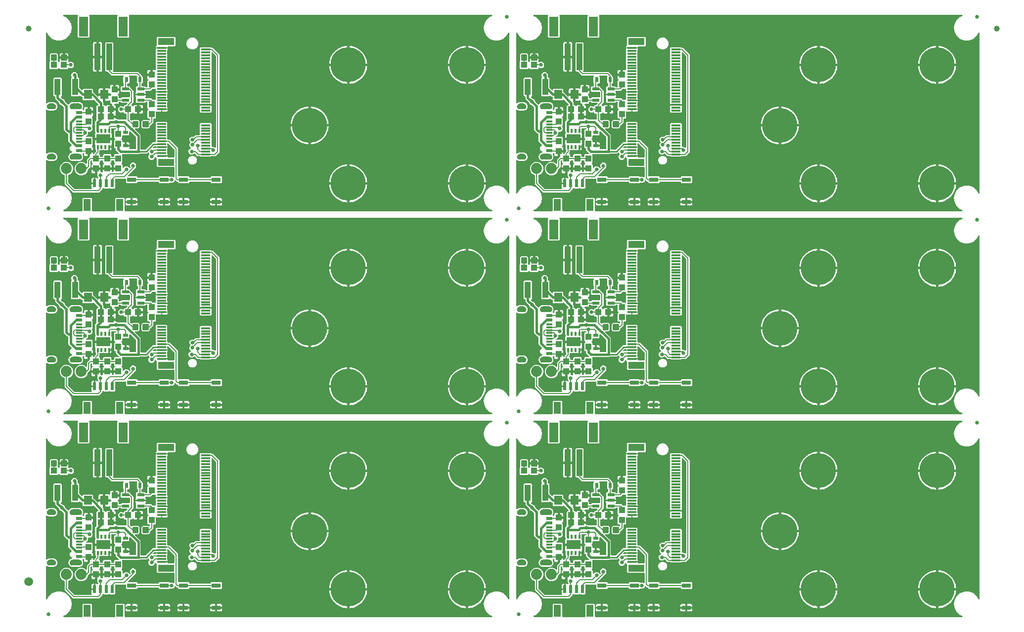
<source format=gtl>
G04 EAGLE Gerber RS-274X export*
G75*
%MOMM*%
%FSLAX34Y34*%
%LPD*%
%INTop Copper*%
%IPPOS*%
%AMOC8*
5,1,8,0,0,1.08239X$1,22.5*%
G01*
%ADD10R,1.000000X0.300000*%
%ADD11R,1.000000X0.600000*%
%ADD12C,0.755600*%
%ADD13R,1.000000X1.100000*%
%ADD14C,0.635000*%
%ADD15R,1.524000X0.762000*%
%ADD16C,6.000000*%
%ADD17R,1.100000X1.000000*%
%ADD18C,0.300000*%
%ADD19R,1.550000X0.300000*%
%ADD20R,2.750000X1.200000*%
%ADD21R,1.200000X2.000000*%
%ADD22R,0.600000X1.350000*%
%ADD23R,1.000000X4.600000*%
%ADD24R,1.600000X3.400000*%
%ADD25R,0.300000X0.650000*%
%ADD26R,2.350000X1.600000*%
%ADD27R,1.400000X1.600000*%
%ADD28C,1.879600*%
%ADD29R,0.830000X0.630000*%
%ADD30R,1.000000X2.800000*%
%ADD31R,1.200000X0.550000*%
%ADD32R,0.630000X0.830000*%
%ADD33C,1.000000*%
%ADD34C,1.500000*%
%ADD35C,0.203200*%
%ADD36C,0.660400*%
%ADD37C,0.228600*%
%ADD38C,0.406400*%

G36*
X64610Y351291D02*
X64610Y351291D01*
X64668Y351289D01*
X64750Y351311D01*
X64834Y351323D01*
X64887Y351346D01*
X64943Y351361D01*
X65016Y351404D01*
X65093Y351439D01*
X65138Y351477D01*
X65188Y351506D01*
X65246Y351568D01*
X65310Y351622D01*
X65342Y351671D01*
X65382Y351714D01*
X65421Y351789D01*
X65468Y351859D01*
X65485Y351915D01*
X65512Y351967D01*
X65523Y352035D01*
X65553Y352130D01*
X65556Y352230D01*
X65567Y352298D01*
X65567Y372872D01*
X66758Y374063D01*
X80442Y374063D01*
X81633Y372872D01*
X81633Y352298D01*
X81641Y352240D01*
X81639Y352182D01*
X81661Y352100D01*
X81673Y352016D01*
X81696Y351963D01*
X81711Y351907D01*
X81754Y351834D01*
X81789Y351757D01*
X81827Y351712D01*
X81856Y351662D01*
X81918Y351604D01*
X81972Y351540D01*
X82021Y351508D01*
X82064Y351468D01*
X82139Y351429D01*
X82209Y351382D01*
X82265Y351365D01*
X82317Y351338D01*
X82385Y351327D01*
X82480Y351297D01*
X82580Y351294D01*
X82648Y351283D01*
X120552Y351283D01*
X120610Y351291D01*
X120668Y351289D01*
X120750Y351311D01*
X120834Y351323D01*
X120887Y351346D01*
X120943Y351361D01*
X121016Y351404D01*
X121093Y351439D01*
X121138Y351477D01*
X121188Y351506D01*
X121246Y351568D01*
X121310Y351622D01*
X121342Y351671D01*
X121382Y351714D01*
X121421Y351789D01*
X121468Y351859D01*
X121485Y351915D01*
X121512Y351967D01*
X121523Y352035D01*
X121553Y352130D01*
X121556Y352230D01*
X121567Y352298D01*
X121567Y372872D01*
X122758Y374063D01*
X136442Y374063D01*
X137633Y372872D01*
X137633Y352298D01*
X137641Y352240D01*
X137639Y352182D01*
X137661Y352100D01*
X137673Y352016D01*
X137696Y351963D01*
X137711Y351907D01*
X137754Y351834D01*
X137789Y351757D01*
X137827Y351712D01*
X137856Y351662D01*
X137918Y351604D01*
X137972Y351540D01*
X138021Y351508D01*
X138064Y351468D01*
X138139Y351429D01*
X138209Y351382D01*
X138265Y351365D01*
X138317Y351338D01*
X138385Y351327D01*
X138480Y351297D01*
X138580Y351294D01*
X138648Y351283D01*
X766527Y351283D01*
X766634Y351298D01*
X766741Y351306D01*
X766774Y351318D01*
X766808Y351323D01*
X766907Y351367D01*
X767008Y351404D01*
X767036Y351425D01*
X767068Y351439D01*
X767150Y351508D01*
X767237Y351572D01*
X767258Y351600D01*
X767285Y351622D01*
X767345Y351712D01*
X767410Y351798D01*
X767423Y351830D01*
X767442Y351859D01*
X767475Y351962D01*
X767515Y352062D01*
X767518Y352097D01*
X767528Y352130D01*
X767531Y352238D01*
X767541Y352345D01*
X767535Y352380D01*
X767536Y352414D01*
X767508Y352519D01*
X767488Y352625D01*
X767473Y352656D01*
X767464Y352689D01*
X767409Y352782D01*
X767360Y352878D01*
X767336Y352904D01*
X767318Y352934D01*
X767240Y353008D01*
X767166Y353087D01*
X767139Y353102D01*
X767111Y353128D01*
X766920Y353226D01*
X766874Y353252D01*
X763738Y354393D01*
X757905Y359288D01*
X754098Y365882D01*
X752776Y373380D01*
X754098Y380878D01*
X757905Y387472D01*
X763738Y392367D01*
X770893Y394971D01*
X778507Y394971D01*
X785662Y392367D01*
X791495Y387472D01*
X794903Y381569D01*
X794915Y381554D01*
X794923Y381536D01*
X795002Y381442D01*
X795078Y381345D01*
X795094Y381334D01*
X795107Y381319D01*
X795209Y381251D01*
X795308Y381179D01*
X795327Y381172D01*
X795343Y381161D01*
X795460Y381124D01*
X795576Y381083D01*
X795596Y381081D01*
X795614Y381076D01*
X795737Y381072D01*
X795860Y381065D01*
X795879Y381069D01*
X795898Y381068D01*
X796017Y381099D01*
X796137Y381126D01*
X796155Y381135D01*
X796173Y381140D01*
X796279Y381203D01*
X796387Y381262D01*
X796401Y381275D01*
X796418Y381285D01*
X796502Y381375D01*
X796589Y381461D01*
X796599Y381478D01*
X796612Y381493D01*
X796668Y381602D01*
X796728Y381709D01*
X796733Y381728D01*
X796742Y381746D01*
X796754Y381818D01*
X796793Y381986D01*
X796791Y382037D01*
X796797Y382077D01*
X796797Y656783D01*
X796795Y656803D01*
X796797Y656822D01*
X796775Y656943D01*
X796757Y657065D01*
X796749Y657083D01*
X796746Y657102D01*
X796691Y657212D01*
X796641Y657324D01*
X796629Y657339D01*
X796620Y657357D01*
X796537Y657447D01*
X796458Y657541D01*
X796441Y657552D01*
X796428Y657566D01*
X796323Y657631D01*
X796221Y657699D01*
X796202Y657705D01*
X796186Y657715D01*
X796067Y657747D01*
X795950Y657784D01*
X795930Y657785D01*
X795911Y657790D01*
X795789Y657789D01*
X795666Y657792D01*
X795647Y657787D01*
X795627Y657787D01*
X795509Y657751D01*
X795391Y657720D01*
X795374Y657710D01*
X795355Y657704D01*
X795252Y657637D01*
X795146Y657575D01*
X795133Y657560D01*
X795116Y657550D01*
X795070Y657493D01*
X794952Y657367D01*
X794928Y657322D01*
X794903Y657291D01*
X791495Y651388D01*
X785662Y646493D01*
X778507Y643889D01*
X770893Y643889D01*
X763738Y646493D01*
X757905Y651388D01*
X754098Y657982D01*
X752776Y665480D01*
X754098Y672978D01*
X757905Y679572D01*
X763738Y684467D01*
X766874Y685608D01*
X766969Y685659D01*
X767068Y685703D01*
X767094Y685725D01*
X767125Y685742D01*
X767202Y685817D01*
X767285Y685887D01*
X767304Y685915D01*
X767329Y685940D01*
X767383Y686033D01*
X767442Y686123D01*
X767453Y686156D01*
X767470Y686186D01*
X767496Y686291D01*
X767528Y686394D01*
X767529Y686429D01*
X767537Y686463D01*
X767533Y686570D01*
X767536Y686678D01*
X767527Y686712D01*
X767525Y686747D01*
X767491Y686849D01*
X767464Y686953D01*
X767446Y686983D01*
X767435Y687016D01*
X767374Y687105D01*
X767318Y687198D01*
X767293Y687222D01*
X767273Y687250D01*
X767190Y687318D01*
X767111Y687392D01*
X767080Y687408D01*
X767053Y687430D01*
X766954Y687473D01*
X766858Y687522D01*
X766827Y687527D01*
X766792Y687542D01*
X766580Y687568D01*
X766527Y687577D01*
X146128Y687577D01*
X146099Y687573D01*
X146070Y687576D01*
X145959Y687553D01*
X145847Y687537D01*
X145820Y687525D01*
X145791Y687520D01*
X145691Y687467D01*
X145588Y687421D01*
X145565Y687402D01*
X145539Y687389D01*
X145457Y687311D01*
X145371Y687238D01*
X145354Y687213D01*
X145333Y687193D01*
X145276Y687095D01*
X145213Y687001D01*
X145204Y686973D01*
X145189Y686948D01*
X145161Y686838D01*
X145127Y686730D01*
X145126Y686700D01*
X145119Y686672D01*
X145123Y686559D01*
X145120Y686446D01*
X145127Y686417D01*
X145128Y686388D01*
X145163Y686280D01*
X145192Y686171D01*
X145207Y686145D01*
X145216Y686117D01*
X145261Y686053D01*
X145337Y685926D01*
X145383Y685883D01*
X145411Y685844D01*
X145633Y685622D01*
X145633Y649938D01*
X144442Y648747D01*
X126758Y648747D01*
X125567Y649938D01*
X125567Y685622D01*
X125789Y685844D01*
X125807Y685868D01*
X125829Y685887D01*
X125892Y685981D01*
X125960Y686071D01*
X125971Y686099D01*
X125987Y686123D01*
X126021Y686231D01*
X126062Y686337D01*
X126064Y686366D01*
X126073Y686394D01*
X126076Y686507D01*
X126085Y686620D01*
X126079Y686649D01*
X126080Y686678D01*
X126052Y686788D01*
X126029Y686899D01*
X126016Y686925D01*
X126008Y686953D01*
X125951Y687051D01*
X125898Y687151D01*
X125878Y687173D01*
X125863Y687198D01*
X125780Y687275D01*
X125702Y687357D01*
X125677Y687372D01*
X125656Y687392D01*
X125555Y687444D01*
X125457Y687501D01*
X125429Y687508D01*
X125403Y687522D01*
X125325Y687535D01*
X125182Y687571D01*
X125119Y687569D01*
X125072Y687577D01*
X78128Y687577D01*
X78099Y687573D01*
X78070Y687576D01*
X77959Y687553D01*
X77847Y687537D01*
X77820Y687525D01*
X77791Y687520D01*
X77691Y687467D01*
X77588Y687421D01*
X77565Y687402D01*
X77539Y687389D01*
X77457Y687311D01*
X77371Y687238D01*
X77354Y687213D01*
X77333Y687193D01*
X77276Y687095D01*
X77213Y687001D01*
X77204Y686973D01*
X77189Y686948D01*
X77161Y686838D01*
X77127Y686730D01*
X77126Y686700D01*
X77119Y686672D01*
X77123Y686559D01*
X77120Y686446D01*
X77127Y686417D01*
X77128Y686388D01*
X77163Y686280D01*
X77192Y686171D01*
X77207Y686145D01*
X77216Y686117D01*
X77261Y686053D01*
X77337Y685926D01*
X77383Y685883D01*
X77411Y685844D01*
X77633Y685622D01*
X77633Y649938D01*
X76442Y648747D01*
X58758Y648747D01*
X57567Y649938D01*
X57567Y685622D01*
X57789Y685844D01*
X57807Y685868D01*
X57829Y685887D01*
X57892Y685981D01*
X57960Y686071D01*
X57971Y686099D01*
X57987Y686123D01*
X58021Y686231D01*
X58062Y686337D01*
X58064Y686366D01*
X58073Y686394D01*
X58076Y686507D01*
X58085Y686620D01*
X58079Y686649D01*
X58080Y686678D01*
X58052Y686788D01*
X58029Y686899D01*
X58016Y686925D01*
X58008Y686953D01*
X57951Y687051D01*
X57898Y687151D01*
X57878Y687173D01*
X57863Y687198D01*
X57780Y687275D01*
X57702Y687357D01*
X57677Y687372D01*
X57656Y687392D01*
X57555Y687444D01*
X57457Y687501D01*
X57429Y687508D01*
X57403Y687522D01*
X57325Y687535D01*
X57182Y687571D01*
X57119Y687569D01*
X57072Y687577D01*
X33573Y687577D01*
X33466Y687562D01*
X33359Y687554D01*
X33326Y687542D01*
X33292Y687537D01*
X33193Y687493D01*
X33092Y687456D01*
X33064Y687435D01*
X33032Y687421D01*
X32950Y687352D01*
X32863Y687288D01*
X32842Y687260D01*
X32815Y687238D01*
X32755Y687148D01*
X32690Y687062D01*
X32677Y687030D01*
X32658Y687001D01*
X32625Y686898D01*
X32585Y686798D01*
X32582Y686763D01*
X32572Y686730D01*
X32569Y686622D01*
X32559Y686515D01*
X32565Y686480D01*
X32564Y686446D01*
X32592Y686341D01*
X32612Y686235D01*
X32627Y686204D01*
X32636Y686171D01*
X32691Y686078D01*
X32740Y685982D01*
X32764Y685956D01*
X32782Y685926D01*
X32860Y685852D01*
X32934Y685773D01*
X32961Y685758D01*
X32989Y685732D01*
X33180Y685634D01*
X33226Y685608D01*
X36362Y684467D01*
X42195Y679572D01*
X46002Y672978D01*
X47324Y665480D01*
X46002Y657982D01*
X42195Y651388D01*
X36362Y646493D01*
X29207Y643889D01*
X21593Y643889D01*
X14438Y646493D01*
X8605Y651388D01*
X5197Y657291D01*
X5185Y657306D01*
X5177Y657324D01*
X5098Y657418D01*
X5022Y657515D01*
X5006Y657526D01*
X4993Y657541D01*
X4891Y657609D01*
X4792Y657681D01*
X4773Y657688D01*
X4757Y657699D01*
X4640Y657736D01*
X4524Y657777D01*
X4504Y657779D01*
X4486Y657784D01*
X4363Y657788D01*
X4240Y657795D01*
X4221Y657791D01*
X4202Y657792D01*
X4083Y657761D01*
X3963Y657734D01*
X3945Y657725D01*
X3927Y657720D01*
X3821Y657657D01*
X3713Y657598D01*
X3699Y657585D01*
X3682Y657575D01*
X3598Y657485D01*
X3511Y657399D01*
X3501Y657382D01*
X3488Y657367D01*
X3432Y657258D01*
X3372Y657151D01*
X3367Y657132D01*
X3358Y657114D01*
X3346Y657042D01*
X3307Y656874D01*
X3309Y656823D01*
X3303Y656783D01*
X3303Y537099D01*
X3311Y537042D01*
X3309Y536984D01*
X3331Y536902D01*
X3343Y536818D01*
X3366Y536765D01*
X3381Y536709D01*
X3424Y536636D01*
X3459Y536558D01*
X3496Y536514D01*
X3526Y536464D01*
X3588Y536406D01*
X3642Y536341D01*
X3691Y536309D01*
X3733Y536269D01*
X3808Y536231D01*
X3879Y536184D01*
X3935Y536166D01*
X3986Y536140D01*
X4069Y536124D01*
X4150Y536098D01*
X4208Y536096D01*
X4265Y536085D01*
X4350Y536093D01*
X4434Y536091D01*
X4490Y536105D01*
X4548Y536110D01*
X4612Y536137D01*
X4709Y536162D01*
X4795Y536213D01*
X4858Y536240D01*
X5029Y536347D01*
X5143Y536443D01*
X5207Y536489D01*
X5702Y536984D01*
X6363Y537215D01*
X6496Y537284D01*
X6568Y537314D01*
X7161Y537687D01*
X7857Y537765D01*
X8002Y537803D01*
X8079Y537816D01*
X8585Y537993D01*
X8621Y537987D01*
X8715Y537957D01*
X8816Y537954D01*
X8884Y537943D01*
X9376Y537943D01*
X9440Y537952D01*
X9490Y537949D01*
X10225Y538032D01*
X10246Y538020D01*
X10276Y538012D01*
X10303Y537998D01*
X10380Y537985D01*
X10521Y537949D01*
X10585Y537951D01*
X10634Y537943D01*
X14466Y537943D01*
X14496Y537947D01*
X14527Y537945D01*
X14637Y537967D01*
X14747Y537983D01*
X14775Y537995D01*
X14806Y538001D01*
X14863Y538033D01*
X15610Y537949D01*
X15675Y537951D01*
X15724Y537943D01*
X16216Y537943D01*
X16275Y537951D01*
X16334Y537950D01*
X16400Y537969D01*
X16497Y537983D01*
X16518Y537992D01*
X17021Y537816D01*
X17167Y537787D01*
X17243Y537765D01*
X17939Y537687D01*
X18532Y537314D01*
X18668Y537253D01*
X18737Y537215D01*
X19398Y536984D01*
X19893Y536489D01*
X20013Y536399D01*
X20071Y536347D01*
X20664Y535974D01*
X21037Y535381D01*
X21133Y535267D01*
X21179Y535203D01*
X21674Y534708D01*
X21905Y534047D01*
X21974Y533914D01*
X22004Y533842D01*
X22377Y533249D01*
X22455Y532553D01*
X22492Y532408D01*
X22506Y532331D01*
X22737Y531670D01*
X22659Y530974D01*
X22663Y530824D01*
X22659Y530746D01*
X22737Y530050D01*
X22506Y529389D01*
X22477Y529243D01*
X22455Y529167D01*
X22377Y528471D01*
X22004Y527878D01*
X21943Y527742D01*
X21905Y527673D01*
X21674Y527012D01*
X21179Y526517D01*
X21089Y526397D01*
X21037Y526339D01*
X20664Y525746D01*
X20071Y525373D01*
X19957Y525277D01*
X19893Y525231D01*
X19398Y524736D01*
X18737Y524505D01*
X18604Y524436D01*
X18532Y524406D01*
X17939Y524033D01*
X17243Y523955D01*
X17098Y523918D01*
X17021Y523904D01*
X16515Y523727D01*
X16479Y523733D01*
X16385Y523763D01*
X16284Y523766D01*
X16216Y523777D01*
X15724Y523777D01*
X15660Y523768D01*
X15610Y523771D01*
X14875Y523688D01*
X14854Y523700D01*
X14824Y523708D01*
X14797Y523722D01*
X14720Y523735D01*
X14579Y523771D01*
X14515Y523769D01*
X14466Y523777D01*
X10634Y523777D01*
X10604Y523773D01*
X10573Y523775D01*
X10463Y523753D01*
X10353Y523737D01*
X10325Y523725D01*
X10294Y523719D01*
X10237Y523687D01*
X9490Y523771D01*
X9425Y523769D01*
X9376Y523777D01*
X8884Y523777D01*
X8825Y523769D01*
X8766Y523770D01*
X8700Y523751D01*
X8603Y523737D01*
X8582Y523728D01*
X8079Y523904D01*
X7933Y523933D01*
X7857Y523955D01*
X7161Y524033D01*
X6568Y524406D01*
X6432Y524467D01*
X6363Y524505D01*
X5702Y524736D01*
X5207Y525231D01*
X5088Y525321D01*
X5029Y525373D01*
X4858Y525480D01*
X4805Y525504D01*
X4757Y525536D01*
X4676Y525562D01*
X4599Y525596D01*
X4541Y525605D01*
X4486Y525622D01*
X4401Y525624D01*
X4317Y525636D01*
X4260Y525628D01*
X4202Y525629D01*
X4120Y525608D01*
X4036Y525596D01*
X3983Y525572D01*
X3927Y525558D01*
X3854Y525514D01*
X3776Y525480D01*
X3732Y525442D01*
X3682Y525412D01*
X3624Y525350D01*
X3560Y525296D01*
X3527Y525247D01*
X3488Y525205D01*
X3449Y525129D01*
X3402Y525059D01*
X3385Y525004D01*
X3358Y524952D01*
X3347Y524884D01*
X3317Y524788D01*
X3314Y524689D01*
X3303Y524621D01*
X3303Y450739D01*
X3310Y450687D01*
X3309Y450661D01*
X3310Y450658D01*
X3309Y450624D01*
X3331Y450542D01*
X3343Y450458D01*
X3366Y450405D01*
X3381Y450349D01*
X3424Y450276D01*
X3459Y450198D01*
X3496Y450154D01*
X3526Y450104D01*
X3588Y450046D01*
X3642Y449981D01*
X3691Y449949D01*
X3733Y449909D01*
X3808Y449871D01*
X3879Y449824D01*
X3935Y449806D01*
X3986Y449780D01*
X4069Y449764D01*
X4150Y449738D01*
X4208Y449736D01*
X4265Y449725D01*
X4350Y449733D01*
X4434Y449731D01*
X4490Y449745D01*
X4548Y449750D01*
X4612Y449777D01*
X4709Y449802D01*
X4795Y449853D01*
X4858Y449880D01*
X4919Y449918D01*
X5029Y449987D01*
X5143Y450083D01*
X5207Y450129D01*
X5702Y450624D01*
X6363Y450855D01*
X6496Y450924D01*
X6568Y450954D01*
X7161Y451327D01*
X7857Y451405D01*
X8002Y451443D01*
X8079Y451456D01*
X8585Y451633D01*
X8621Y451627D01*
X8715Y451597D01*
X8816Y451594D01*
X8884Y451583D01*
X9376Y451583D01*
X9440Y451592D01*
X9490Y451589D01*
X10225Y451672D01*
X10246Y451660D01*
X10276Y451652D01*
X10303Y451638D01*
X10380Y451625D01*
X10521Y451589D01*
X10585Y451591D01*
X10634Y451583D01*
X14466Y451583D01*
X14496Y451587D01*
X14527Y451585D01*
X14637Y451607D01*
X14747Y451623D01*
X14775Y451635D01*
X14806Y451641D01*
X14863Y451673D01*
X15610Y451589D01*
X15675Y451591D01*
X15724Y451583D01*
X16216Y451583D01*
X16275Y451591D01*
X16334Y451590D01*
X16400Y451609D01*
X16497Y451623D01*
X16518Y451632D01*
X17021Y451456D01*
X17167Y451427D01*
X17243Y451405D01*
X17939Y451327D01*
X18532Y450954D01*
X18668Y450893D01*
X18737Y450855D01*
X19398Y450624D01*
X19893Y450129D01*
X20013Y450039D01*
X20071Y449987D01*
X20664Y449614D01*
X21037Y449021D01*
X21133Y448907D01*
X21179Y448843D01*
X21674Y448348D01*
X21905Y447687D01*
X21974Y447554D01*
X22004Y447482D01*
X22377Y446889D01*
X22455Y446193D01*
X22492Y446048D01*
X22506Y445971D01*
X22737Y445310D01*
X22659Y444614D01*
X22663Y444464D01*
X22659Y444386D01*
X22737Y443690D01*
X22506Y443029D01*
X22477Y442883D01*
X22471Y442862D01*
X22458Y442823D01*
X22458Y442818D01*
X22455Y442807D01*
X22377Y442111D01*
X22004Y441518D01*
X21943Y441382D01*
X21905Y441313D01*
X21674Y440652D01*
X21179Y440157D01*
X21089Y440037D01*
X21037Y439979D01*
X20664Y439386D01*
X20071Y439013D01*
X19957Y438917D01*
X19893Y438871D01*
X19398Y438376D01*
X18737Y438145D01*
X18604Y438076D01*
X18532Y438046D01*
X17939Y437673D01*
X17243Y437595D01*
X17098Y437558D01*
X17021Y437544D01*
X16515Y437367D01*
X16479Y437373D01*
X16385Y437403D01*
X16284Y437406D01*
X16216Y437417D01*
X15724Y437417D01*
X15660Y437408D01*
X15610Y437411D01*
X14875Y437328D01*
X14854Y437340D01*
X14824Y437348D01*
X14797Y437362D01*
X14720Y437375D01*
X14579Y437411D01*
X14515Y437409D01*
X14466Y437417D01*
X10634Y437417D01*
X10604Y437413D01*
X10573Y437415D01*
X10463Y437393D01*
X10353Y437377D01*
X10325Y437365D01*
X10294Y437359D01*
X10237Y437327D01*
X9490Y437411D01*
X9425Y437409D01*
X9376Y437417D01*
X8884Y437417D01*
X8825Y437409D01*
X8766Y437410D01*
X8700Y437391D01*
X8603Y437377D01*
X8582Y437368D01*
X8079Y437544D01*
X7933Y437573D01*
X7857Y437595D01*
X7161Y437673D01*
X6568Y438046D01*
X6432Y438107D01*
X6363Y438145D01*
X5702Y438376D01*
X5207Y438871D01*
X5088Y438961D01*
X5029Y439013D01*
X4858Y439120D01*
X4805Y439144D01*
X4757Y439176D01*
X4676Y439202D01*
X4599Y439236D01*
X4541Y439245D01*
X4486Y439262D01*
X4401Y439264D01*
X4317Y439276D01*
X4260Y439268D01*
X4202Y439269D01*
X4120Y439248D01*
X4036Y439236D01*
X3983Y439212D01*
X3927Y439198D01*
X3854Y439154D01*
X3776Y439119D01*
X3732Y439082D01*
X3682Y439052D01*
X3624Y438990D01*
X3560Y438936D01*
X3527Y438887D01*
X3488Y438845D01*
X3449Y438769D01*
X3402Y438699D01*
X3385Y438644D01*
X3358Y438592D01*
X3347Y438523D01*
X3317Y438428D01*
X3314Y438329D01*
X3303Y438261D01*
X3303Y382077D01*
X3305Y382057D01*
X3303Y382038D01*
X3325Y381917D01*
X3343Y381795D01*
X3351Y381778D01*
X3354Y381758D01*
X3409Y381648D01*
X3459Y381536D01*
X3471Y381521D01*
X3480Y381503D01*
X3563Y381413D01*
X3642Y381319D01*
X3659Y381308D01*
X3672Y381294D01*
X3777Y381229D01*
X3879Y381161D01*
X3898Y381155D01*
X3914Y381145D01*
X4033Y381113D01*
X4150Y381076D01*
X4170Y381075D01*
X4189Y381070D01*
X4311Y381071D01*
X4434Y381068D01*
X4453Y381073D01*
X4473Y381073D01*
X4591Y381109D01*
X4709Y381140D01*
X4726Y381150D01*
X4745Y381156D01*
X4848Y381223D01*
X4954Y381285D01*
X4967Y381300D01*
X4984Y381310D01*
X5030Y381367D01*
X5148Y381493D01*
X5172Y381538D01*
X5197Y381569D01*
X8605Y387472D01*
X14438Y392367D01*
X21593Y394971D01*
X29207Y394971D01*
X36362Y392367D01*
X42195Y387472D01*
X46002Y380878D01*
X47324Y373380D01*
X46002Y365882D01*
X42195Y359288D01*
X36362Y354393D01*
X33226Y353252D01*
X33131Y353201D01*
X33032Y353157D01*
X33006Y353135D01*
X32975Y353118D01*
X32898Y353043D01*
X32815Y352973D01*
X32796Y352945D01*
X32771Y352920D01*
X32717Y352827D01*
X32658Y352737D01*
X32647Y352704D01*
X32630Y352674D01*
X32604Y352569D01*
X32572Y352466D01*
X32571Y352431D01*
X32563Y352397D01*
X32567Y352290D01*
X32564Y352182D01*
X32573Y352148D01*
X32575Y352113D01*
X32609Y352011D01*
X32636Y351907D01*
X32654Y351877D01*
X32665Y351844D01*
X32726Y351755D01*
X32782Y351662D01*
X32807Y351638D01*
X32827Y351610D01*
X32910Y351542D01*
X32989Y351468D01*
X33020Y351452D01*
X33047Y351430D01*
X33146Y351387D01*
X33242Y351338D01*
X33273Y351333D01*
X33308Y351318D01*
X33520Y351292D01*
X33573Y351283D01*
X64552Y351283D01*
X64610Y351291D01*
G37*
G36*
X64610Y3311D02*
X64610Y3311D01*
X64668Y3309D01*
X64750Y3331D01*
X64834Y3343D01*
X64887Y3366D01*
X64943Y3381D01*
X65016Y3424D01*
X65093Y3459D01*
X65138Y3497D01*
X65188Y3526D01*
X65246Y3588D01*
X65310Y3642D01*
X65342Y3691D01*
X65382Y3734D01*
X65421Y3809D01*
X65468Y3879D01*
X65485Y3935D01*
X65512Y3987D01*
X65523Y4055D01*
X65553Y4150D01*
X65556Y4250D01*
X65567Y4318D01*
X65567Y24892D01*
X66758Y26083D01*
X80442Y26083D01*
X81633Y24892D01*
X81633Y4318D01*
X81641Y4260D01*
X81639Y4202D01*
X81661Y4120D01*
X81673Y4036D01*
X81696Y3983D01*
X81711Y3927D01*
X81754Y3854D01*
X81789Y3777D01*
X81827Y3732D01*
X81856Y3682D01*
X81918Y3624D01*
X81972Y3560D01*
X82021Y3528D01*
X82064Y3488D01*
X82139Y3449D01*
X82209Y3402D01*
X82265Y3385D01*
X82317Y3358D01*
X82385Y3347D01*
X82480Y3317D01*
X82580Y3314D01*
X82648Y3303D01*
X120552Y3303D01*
X120610Y3311D01*
X120668Y3309D01*
X120750Y3331D01*
X120834Y3343D01*
X120887Y3366D01*
X120943Y3381D01*
X121016Y3424D01*
X121093Y3459D01*
X121138Y3497D01*
X121188Y3526D01*
X121246Y3588D01*
X121310Y3642D01*
X121342Y3691D01*
X121382Y3734D01*
X121421Y3809D01*
X121468Y3879D01*
X121485Y3935D01*
X121512Y3987D01*
X121523Y4055D01*
X121553Y4150D01*
X121556Y4250D01*
X121567Y4318D01*
X121567Y24892D01*
X122758Y26083D01*
X136442Y26083D01*
X137633Y24892D01*
X137633Y4318D01*
X137641Y4260D01*
X137639Y4202D01*
X137661Y4120D01*
X137673Y4036D01*
X137696Y3983D01*
X137711Y3927D01*
X137754Y3854D01*
X137789Y3777D01*
X137827Y3732D01*
X137856Y3682D01*
X137918Y3624D01*
X137972Y3560D01*
X138021Y3528D01*
X138064Y3488D01*
X138139Y3449D01*
X138209Y3402D01*
X138265Y3385D01*
X138317Y3358D01*
X138385Y3347D01*
X138480Y3317D01*
X138580Y3314D01*
X138648Y3303D01*
X766527Y3303D01*
X766634Y3318D01*
X766741Y3326D01*
X766774Y3338D01*
X766808Y3343D01*
X766907Y3387D01*
X767008Y3424D01*
X767036Y3445D01*
X767068Y3459D01*
X767150Y3529D01*
X767237Y3592D01*
X767258Y3620D01*
X767285Y3642D01*
X767345Y3732D01*
X767410Y3818D01*
X767423Y3850D01*
X767442Y3879D01*
X767475Y3982D01*
X767515Y4082D01*
X767518Y4117D01*
X767528Y4150D01*
X767531Y4258D01*
X767541Y4365D01*
X767535Y4400D01*
X767536Y4434D01*
X767508Y4539D01*
X767488Y4645D01*
X767473Y4676D01*
X767464Y4709D01*
X767409Y4802D01*
X767360Y4898D01*
X767336Y4924D01*
X767318Y4954D01*
X767240Y5028D01*
X767166Y5107D01*
X767139Y5122D01*
X767111Y5148D01*
X766920Y5246D01*
X766874Y5272D01*
X763738Y6413D01*
X757905Y11308D01*
X754098Y17902D01*
X752776Y25400D01*
X754098Y32898D01*
X757905Y39492D01*
X763738Y44387D01*
X770893Y46991D01*
X778507Y46991D01*
X785662Y44387D01*
X791495Y39492D01*
X794903Y33589D01*
X794915Y33574D01*
X794923Y33556D01*
X795002Y33462D01*
X795078Y33365D01*
X795094Y33354D01*
X795107Y33339D01*
X795209Y33271D01*
X795308Y33199D01*
X795327Y33192D01*
X795343Y33181D01*
X795460Y33144D01*
X795576Y33103D01*
X795596Y33101D01*
X795614Y33096D01*
X795737Y33092D01*
X795860Y33085D01*
X795879Y33089D01*
X795898Y33088D01*
X796017Y33119D01*
X796137Y33146D01*
X796155Y33155D01*
X796173Y33160D01*
X796279Y33223D01*
X796387Y33282D01*
X796401Y33295D01*
X796418Y33305D01*
X796502Y33395D01*
X796589Y33481D01*
X796599Y33498D01*
X796612Y33513D01*
X796668Y33622D01*
X796728Y33729D01*
X796733Y33748D01*
X796742Y33766D01*
X796754Y33838D01*
X796793Y34006D01*
X796791Y34057D01*
X796797Y34097D01*
X796797Y308803D01*
X796795Y308823D01*
X796797Y308842D01*
X796775Y308963D01*
X796757Y309085D01*
X796749Y309102D01*
X796746Y309122D01*
X796691Y309232D01*
X796641Y309344D01*
X796629Y309359D01*
X796620Y309377D01*
X796537Y309467D01*
X796458Y309561D01*
X796441Y309572D01*
X796428Y309586D01*
X796323Y309651D01*
X796221Y309719D01*
X796202Y309725D01*
X796186Y309735D01*
X796067Y309767D01*
X795950Y309804D01*
X795930Y309805D01*
X795911Y309810D01*
X795789Y309809D01*
X795666Y309812D01*
X795647Y309807D01*
X795627Y309807D01*
X795509Y309771D01*
X795391Y309740D01*
X795374Y309730D01*
X795355Y309724D01*
X795252Y309657D01*
X795146Y309595D01*
X795133Y309580D01*
X795116Y309570D01*
X795070Y309513D01*
X794952Y309387D01*
X794928Y309342D01*
X794903Y309311D01*
X791495Y303408D01*
X785662Y298513D01*
X778507Y295909D01*
X770893Y295909D01*
X763738Y298513D01*
X757905Y303408D01*
X754098Y310002D01*
X752776Y317500D01*
X754098Y324998D01*
X757905Y331592D01*
X763738Y336487D01*
X766874Y337628D01*
X766969Y337679D01*
X767068Y337723D01*
X767094Y337745D01*
X767125Y337762D01*
X767202Y337837D01*
X767285Y337907D01*
X767304Y337935D01*
X767329Y337960D01*
X767383Y338053D01*
X767442Y338143D01*
X767453Y338176D01*
X767470Y338206D01*
X767496Y338311D01*
X767528Y338414D01*
X767529Y338449D01*
X767537Y338483D01*
X767533Y338590D01*
X767536Y338698D01*
X767527Y338732D01*
X767525Y338767D01*
X767491Y338869D01*
X767464Y338973D01*
X767446Y339003D01*
X767435Y339036D01*
X767374Y339125D01*
X767318Y339218D01*
X767293Y339242D01*
X767273Y339270D01*
X767190Y339338D01*
X767111Y339412D01*
X767080Y339428D01*
X767053Y339450D01*
X766954Y339493D01*
X766858Y339542D01*
X766827Y339547D01*
X766792Y339562D01*
X766580Y339588D01*
X766527Y339597D01*
X146128Y339597D01*
X146099Y339593D01*
X146070Y339596D01*
X145959Y339573D01*
X145847Y339557D01*
X145820Y339545D01*
X145791Y339540D01*
X145691Y339487D01*
X145588Y339441D01*
X145565Y339422D01*
X145539Y339409D01*
X145457Y339331D01*
X145371Y339258D01*
X145354Y339233D01*
X145333Y339213D01*
X145276Y339115D01*
X145213Y339021D01*
X145204Y338993D01*
X145189Y338968D01*
X145161Y338858D01*
X145127Y338750D01*
X145126Y338720D01*
X145119Y338692D01*
X145123Y338579D01*
X145120Y338466D01*
X145127Y338437D01*
X145128Y338408D01*
X145163Y338300D01*
X145192Y338191D01*
X145207Y338165D01*
X145216Y338137D01*
X145261Y338073D01*
X145337Y337946D01*
X145383Y337903D01*
X145411Y337864D01*
X145633Y337642D01*
X145633Y301958D01*
X144442Y300767D01*
X126758Y300767D01*
X125567Y301958D01*
X125567Y337642D01*
X125789Y337864D01*
X125807Y337888D01*
X125829Y337907D01*
X125892Y338001D01*
X125960Y338091D01*
X125971Y338119D01*
X125987Y338143D01*
X126021Y338251D01*
X126062Y338357D01*
X126064Y338386D01*
X126073Y338414D01*
X126076Y338527D01*
X126085Y338640D01*
X126079Y338669D01*
X126080Y338698D01*
X126052Y338808D01*
X126029Y338919D01*
X126016Y338945D01*
X126008Y338973D01*
X125951Y339071D01*
X125898Y339171D01*
X125878Y339193D01*
X125863Y339218D01*
X125780Y339295D01*
X125702Y339377D01*
X125677Y339392D01*
X125656Y339412D01*
X125555Y339464D01*
X125457Y339521D01*
X125429Y339528D01*
X125403Y339542D01*
X125325Y339555D01*
X125182Y339591D01*
X125119Y339589D01*
X125072Y339597D01*
X78128Y339597D01*
X78099Y339593D01*
X78070Y339596D01*
X77959Y339573D01*
X77847Y339557D01*
X77820Y339545D01*
X77791Y339540D01*
X77691Y339487D01*
X77588Y339441D01*
X77565Y339422D01*
X77539Y339409D01*
X77457Y339331D01*
X77371Y339258D01*
X77354Y339233D01*
X77333Y339213D01*
X77276Y339115D01*
X77213Y339021D01*
X77204Y338993D01*
X77189Y338968D01*
X77161Y338858D01*
X77127Y338750D01*
X77126Y338720D01*
X77119Y338692D01*
X77123Y338579D01*
X77120Y338466D01*
X77127Y338437D01*
X77128Y338408D01*
X77163Y338300D01*
X77192Y338191D01*
X77207Y338165D01*
X77216Y338137D01*
X77261Y338073D01*
X77337Y337946D01*
X77383Y337903D01*
X77411Y337864D01*
X77633Y337642D01*
X77633Y301958D01*
X76442Y300767D01*
X58758Y300767D01*
X57567Y301958D01*
X57567Y337642D01*
X57789Y337864D01*
X57807Y337888D01*
X57829Y337907D01*
X57892Y338001D01*
X57960Y338091D01*
X57971Y338119D01*
X57987Y338143D01*
X58021Y338251D01*
X58062Y338357D01*
X58064Y338386D01*
X58073Y338414D01*
X58076Y338527D01*
X58085Y338640D01*
X58079Y338669D01*
X58080Y338698D01*
X58052Y338808D01*
X58029Y338919D01*
X58016Y338945D01*
X58008Y338973D01*
X57951Y339071D01*
X57898Y339171D01*
X57878Y339193D01*
X57863Y339218D01*
X57780Y339295D01*
X57702Y339377D01*
X57677Y339392D01*
X57656Y339412D01*
X57555Y339464D01*
X57457Y339521D01*
X57429Y339528D01*
X57403Y339542D01*
X57325Y339555D01*
X57182Y339591D01*
X57119Y339589D01*
X57072Y339597D01*
X33573Y339597D01*
X33466Y339582D01*
X33359Y339574D01*
X33326Y339562D01*
X33292Y339557D01*
X33193Y339513D01*
X33092Y339476D01*
X33064Y339455D01*
X33032Y339441D01*
X32950Y339371D01*
X32863Y339308D01*
X32842Y339280D01*
X32815Y339258D01*
X32755Y339168D01*
X32690Y339082D01*
X32677Y339050D01*
X32658Y339021D01*
X32625Y338918D01*
X32585Y338818D01*
X32582Y338783D01*
X32572Y338750D01*
X32569Y338642D01*
X32559Y338535D01*
X32565Y338500D01*
X32564Y338466D01*
X32592Y338361D01*
X32612Y338255D01*
X32627Y338224D01*
X32636Y338191D01*
X32691Y338098D01*
X32740Y338002D01*
X32764Y337976D01*
X32782Y337946D01*
X32860Y337872D01*
X32934Y337793D01*
X32961Y337778D01*
X32989Y337752D01*
X33180Y337654D01*
X33226Y337628D01*
X36362Y336487D01*
X42195Y331592D01*
X46002Y324998D01*
X47324Y317500D01*
X46002Y310002D01*
X42195Y303408D01*
X36362Y298513D01*
X29207Y295909D01*
X21593Y295909D01*
X14438Y298513D01*
X8605Y303408D01*
X5197Y309311D01*
X5185Y309326D01*
X5177Y309344D01*
X5098Y309438D01*
X5022Y309535D01*
X5006Y309546D01*
X4993Y309561D01*
X4891Y309629D01*
X4792Y309701D01*
X4773Y309708D01*
X4757Y309719D01*
X4640Y309756D01*
X4524Y309797D01*
X4504Y309799D01*
X4486Y309804D01*
X4363Y309808D01*
X4240Y309815D01*
X4221Y309811D01*
X4202Y309812D01*
X4083Y309781D01*
X3963Y309754D01*
X3945Y309745D01*
X3927Y309740D01*
X3821Y309677D01*
X3713Y309618D01*
X3699Y309605D01*
X3682Y309595D01*
X3598Y309505D01*
X3511Y309419D01*
X3501Y309402D01*
X3488Y309387D01*
X3432Y309278D01*
X3372Y309171D01*
X3367Y309152D01*
X3358Y309134D01*
X3346Y309062D01*
X3307Y308894D01*
X3309Y308843D01*
X3303Y308803D01*
X3303Y189119D01*
X3311Y189062D01*
X3309Y189004D01*
X3331Y188922D01*
X3343Y188838D01*
X3366Y188785D01*
X3381Y188729D01*
X3424Y188656D01*
X3459Y188578D01*
X3496Y188534D01*
X3526Y188484D01*
X3588Y188426D01*
X3642Y188361D01*
X3691Y188329D01*
X3733Y188289D01*
X3809Y188251D01*
X3879Y188204D01*
X3935Y188186D01*
X3986Y188160D01*
X4069Y188144D01*
X4150Y188118D01*
X4208Y188116D01*
X4265Y188105D01*
X4350Y188113D01*
X4434Y188111D01*
X4491Y188125D01*
X4548Y188130D01*
X4612Y188157D01*
X4709Y188182D01*
X4795Y188233D01*
X4858Y188260D01*
X5029Y188367D01*
X5143Y188463D01*
X5207Y188509D01*
X5702Y189004D01*
X6363Y189235D01*
X6496Y189304D01*
X6568Y189334D01*
X7161Y189707D01*
X7857Y189785D01*
X8002Y189822D01*
X8079Y189836D01*
X8585Y190013D01*
X8621Y190007D01*
X8715Y189977D01*
X8816Y189974D01*
X8884Y189963D01*
X9376Y189963D01*
X9440Y189972D01*
X9490Y189969D01*
X10225Y190052D01*
X10246Y190040D01*
X10276Y190032D01*
X10303Y190018D01*
X10380Y190005D01*
X10521Y189969D01*
X10585Y189971D01*
X10634Y189963D01*
X14466Y189963D01*
X14496Y189967D01*
X14527Y189965D01*
X14637Y189987D01*
X14747Y190003D01*
X14775Y190015D01*
X14806Y190021D01*
X14863Y190053D01*
X15610Y189969D01*
X15675Y189971D01*
X15724Y189963D01*
X16216Y189963D01*
X16275Y189971D01*
X16334Y189970D01*
X16400Y189989D01*
X16497Y190003D01*
X16518Y190012D01*
X17021Y189836D01*
X17167Y189807D01*
X17243Y189785D01*
X17939Y189707D01*
X18532Y189334D01*
X18668Y189273D01*
X18737Y189235D01*
X19398Y189004D01*
X19893Y188509D01*
X20012Y188419D01*
X20071Y188367D01*
X20664Y187994D01*
X21037Y187401D01*
X21133Y187287D01*
X21179Y187223D01*
X21674Y186728D01*
X21905Y186067D01*
X21974Y185934D01*
X22004Y185862D01*
X22377Y185269D01*
X22455Y184573D01*
X22492Y184428D01*
X22506Y184351D01*
X22737Y183690D01*
X22659Y182994D01*
X22663Y182844D01*
X22659Y182766D01*
X22737Y182070D01*
X22506Y181409D01*
X22477Y181263D01*
X22455Y181187D01*
X22377Y180491D01*
X22004Y179898D01*
X21943Y179762D01*
X21905Y179693D01*
X21674Y179032D01*
X21179Y178537D01*
X21089Y178418D01*
X21037Y178359D01*
X20664Y177766D01*
X20071Y177393D01*
X19957Y177297D01*
X19893Y177251D01*
X19398Y176756D01*
X18737Y176525D01*
X18604Y176456D01*
X18532Y176426D01*
X17939Y176053D01*
X17243Y175975D01*
X17098Y175937D01*
X17021Y175924D01*
X16515Y175747D01*
X16479Y175753D01*
X16385Y175783D01*
X16284Y175786D01*
X16216Y175797D01*
X15724Y175797D01*
X15660Y175788D01*
X15610Y175791D01*
X14875Y175708D01*
X14854Y175720D01*
X14824Y175728D01*
X14797Y175742D01*
X14720Y175755D01*
X14579Y175791D01*
X14515Y175789D01*
X14466Y175797D01*
X10634Y175797D01*
X10604Y175793D01*
X10573Y175795D01*
X10463Y175773D01*
X10353Y175757D01*
X10325Y175745D01*
X10294Y175739D01*
X10237Y175707D01*
X9490Y175791D01*
X9425Y175789D01*
X9376Y175797D01*
X8884Y175797D01*
X8825Y175789D01*
X8766Y175790D01*
X8700Y175771D01*
X8603Y175757D01*
X8582Y175748D01*
X8079Y175924D01*
X7933Y175953D01*
X7857Y175975D01*
X7161Y176053D01*
X6568Y176426D01*
X6432Y176487D01*
X6363Y176525D01*
X5702Y176756D01*
X5207Y177251D01*
X5088Y177341D01*
X5029Y177393D01*
X4858Y177500D01*
X4805Y177524D01*
X4757Y177556D01*
X4676Y177582D01*
X4599Y177616D01*
X4541Y177625D01*
X4486Y177642D01*
X4401Y177644D01*
X4317Y177656D01*
X4260Y177648D01*
X4202Y177649D01*
X4120Y177628D01*
X4036Y177616D01*
X3983Y177592D01*
X3927Y177578D01*
X3854Y177534D01*
X3776Y177499D01*
X3732Y177462D01*
X3682Y177432D01*
X3624Y177370D01*
X3560Y177316D01*
X3527Y177267D01*
X3488Y177225D01*
X3449Y177149D01*
X3402Y177079D01*
X3385Y177024D01*
X3358Y176972D01*
X3347Y176903D01*
X3317Y176808D01*
X3314Y176709D01*
X3303Y176641D01*
X3303Y102759D01*
X3310Y102707D01*
X3309Y102681D01*
X3310Y102678D01*
X3309Y102644D01*
X3331Y102562D01*
X3343Y102478D01*
X3366Y102425D01*
X3381Y102369D01*
X3424Y102296D01*
X3459Y102218D01*
X3496Y102174D01*
X3526Y102124D01*
X3588Y102066D01*
X3642Y102001D01*
X3691Y101969D01*
X3733Y101929D01*
X3809Y101891D01*
X3879Y101844D01*
X3935Y101826D01*
X3986Y101800D01*
X4069Y101784D01*
X4150Y101758D01*
X4208Y101756D01*
X4265Y101745D01*
X4350Y101753D01*
X4434Y101751D01*
X4491Y101765D01*
X4548Y101770D01*
X4612Y101797D01*
X4709Y101822D01*
X4795Y101873D01*
X4858Y101900D01*
X5029Y102007D01*
X5143Y102103D01*
X5207Y102149D01*
X5702Y102644D01*
X6363Y102875D01*
X6496Y102944D01*
X6568Y102974D01*
X7161Y103347D01*
X7857Y103425D01*
X8002Y103462D01*
X8079Y103476D01*
X8585Y103653D01*
X8621Y103647D01*
X8715Y103617D01*
X8816Y103614D01*
X8884Y103603D01*
X9376Y103603D01*
X9440Y103612D01*
X9490Y103609D01*
X10225Y103692D01*
X10246Y103680D01*
X10276Y103672D01*
X10303Y103658D01*
X10380Y103645D01*
X10521Y103609D01*
X10585Y103611D01*
X10634Y103603D01*
X14466Y103603D01*
X14496Y103607D01*
X14527Y103605D01*
X14637Y103627D01*
X14747Y103643D01*
X14775Y103655D01*
X14806Y103661D01*
X14863Y103693D01*
X15610Y103609D01*
X15675Y103611D01*
X15724Y103603D01*
X16216Y103603D01*
X16275Y103611D01*
X16334Y103610D01*
X16400Y103629D01*
X16497Y103643D01*
X16518Y103652D01*
X17021Y103476D01*
X17167Y103447D01*
X17243Y103425D01*
X17939Y103347D01*
X18532Y102974D01*
X18668Y102913D01*
X18737Y102875D01*
X19398Y102644D01*
X19893Y102149D01*
X20012Y102059D01*
X20071Y102007D01*
X20664Y101634D01*
X21037Y101041D01*
X21133Y100927D01*
X21179Y100863D01*
X21674Y100368D01*
X21905Y99707D01*
X21974Y99574D01*
X22004Y99502D01*
X22377Y98909D01*
X22455Y98213D01*
X22492Y98068D01*
X22506Y97991D01*
X22737Y97330D01*
X22659Y96634D01*
X22663Y96484D01*
X22659Y96406D01*
X22737Y95710D01*
X22506Y95049D01*
X22477Y94903D01*
X22471Y94883D01*
X22458Y94843D01*
X22458Y94838D01*
X22455Y94827D01*
X22377Y94131D01*
X22004Y93538D01*
X21943Y93402D01*
X21905Y93333D01*
X21674Y92672D01*
X21179Y92177D01*
X21089Y92058D01*
X21037Y91999D01*
X20664Y91406D01*
X20071Y91033D01*
X19957Y90937D01*
X19893Y90891D01*
X19398Y90396D01*
X18737Y90165D01*
X18604Y90096D01*
X18532Y90066D01*
X17939Y89693D01*
X17243Y89615D01*
X17098Y89577D01*
X17021Y89564D01*
X16515Y89387D01*
X16479Y89393D01*
X16385Y89423D01*
X16284Y89426D01*
X16216Y89437D01*
X15724Y89437D01*
X15660Y89428D01*
X15610Y89431D01*
X14875Y89348D01*
X14854Y89360D01*
X14824Y89368D01*
X14797Y89382D01*
X14720Y89395D01*
X14579Y89431D01*
X14515Y89429D01*
X14466Y89437D01*
X10634Y89437D01*
X10604Y89433D01*
X10573Y89435D01*
X10463Y89413D01*
X10353Y89397D01*
X10325Y89385D01*
X10294Y89379D01*
X10237Y89347D01*
X9490Y89431D01*
X9425Y89429D01*
X9376Y89437D01*
X8884Y89437D01*
X8825Y89429D01*
X8766Y89430D01*
X8700Y89411D01*
X8603Y89397D01*
X8582Y89388D01*
X8079Y89564D01*
X7933Y89593D01*
X7857Y89615D01*
X7161Y89693D01*
X6568Y90066D01*
X6432Y90127D01*
X6363Y90165D01*
X5702Y90396D01*
X5207Y90891D01*
X5088Y90981D01*
X5029Y91033D01*
X4858Y91140D01*
X4805Y91164D01*
X4757Y91196D01*
X4676Y91222D01*
X4599Y91256D01*
X4541Y91265D01*
X4486Y91282D01*
X4401Y91284D01*
X4317Y91296D01*
X4260Y91288D01*
X4202Y91289D01*
X4120Y91268D01*
X4036Y91256D01*
X3983Y91232D01*
X3927Y91218D01*
X3854Y91174D01*
X3776Y91140D01*
X3732Y91102D01*
X3682Y91072D01*
X3624Y91010D01*
X3560Y90956D01*
X3527Y90907D01*
X3488Y90865D01*
X3449Y90790D01*
X3402Y90719D01*
X3385Y90664D01*
X3358Y90612D01*
X3347Y90544D01*
X3317Y90448D01*
X3314Y90349D01*
X3303Y90281D01*
X3303Y34097D01*
X3305Y34077D01*
X3303Y34058D01*
X3325Y33937D01*
X3343Y33815D01*
X3351Y33798D01*
X3354Y33778D01*
X3409Y33668D01*
X3459Y33556D01*
X3471Y33541D01*
X3480Y33523D01*
X3563Y33433D01*
X3642Y33339D01*
X3659Y33328D01*
X3672Y33314D01*
X3777Y33249D01*
X3879Y33181D01*
X3898Y33175D01*
X3914Y33165D01*
X4033Y33133D01*
X4150Y33096D01*
X4170Y33095D01*
X4189Y33090D01*
X4311Y33091D01*
X4434Y33088D01*
X4453Y33093D01*
X4473Y33093D01*
X4591Y33129D01*
X4709Y33160D01*
X4726Y33170D01*
X4745Y33176D01*
X4848Y33243D01*
X4954Y33305D01*
X4967Y33320D01*
X4984Y33330D01*
X5030Y33387D01*
X5148Y33513D01*
X5172Y33558D01*
X5197Y33589D01*
X8605Y39492D01*
X14438Y44387D01*
X21593Y46991D01*
X29207Y46991D01*
X36362Y44387D01*
X42195Y39492D01*
X46002Y32898D01*
X47324Y25400D01*
X46002Y17902D01*
X42195Y11308D01*
X36362Y6413D01*
X33226Y5272D01*
X33131Y5221D01*
X33032Y5177D01*
X33006Y5155D01*
X32975Y5138D01*
X32898Y5063D01*
X32815Y4993D01*
X32796Y4965D01*
X32771Y4940D01*
X32717Y4847D01*
X32658Y4757D01*
X32647Y4724D01*
X32630Y4694D01*
X32604Y4589D01*
X32572Y4486D01*
X32571Y4451D01*
X32563Y4417D01*
X32567Y4310D01*
X32564Y4202D01*
X32573Y4168D01*
X32575Y4133D01*
X32609Y4031D01*
X32636Y3927D01*
X32654Y3897D01*
X32665Y3864D01*
X32726Y3775D01*
X32782Y3682D01*
X32807Y3658D01*
X32827Y3630D01*
X32910Y3562D01*
X32989Y3488D01*
X33020Y3472D01*
X33047Y3450D01*
X33146Y3407D01*
X33242Y3358D01*
X33273Y3353D01*
X33308Y3338D01*
X33520Y3312D01*
X33573Y3303D01*
X64552Y3303D01*
X64610Y3311D01*
G37*
G36*
X64610Y699271D02*
X64610Y699271D01*
X64668Y699269D01*
X64750Y699291D01*
X64834Y699303D01*
X64887Y699326D01*
X64943Y699341D01*
X65016Y699384D01*
X65093Y699419D01*
X65138Y699457D01*
X65188Y699486D01*
X65246Y699548D01*
X65310Y699602D01*
X65342Y699651D01*
X65382Y699694D01*
X65421Y699769D01*
X65468Y699839D01*
X65485Y699895D01*
X65512Y699947D01*
X65523Y700015D01*
X65553Y700110D01*
X65556Y700210D01*
X65567Y700278D01*
X65567Y720852D01*
X66758Y722043D01*
X80442Y722043D01*
X81633Y720852D01*
X81633Y700278D01*
X81641Y700220D01*
X81639Y700162D01*
X81661Y700080D01*
X81673Y699996D01*
X81696Y699943D01*
X81711Y699887D01*
X81754Y699814D01*
X81789Y699737D01*
X81827Y699692D01*
X81856Y699642D01*
X81918Y699584D01*
X81972Y699520D01*
X82021Y699488D01*
X82064Y699448D01*
X82139Y699409D01*
X82209Y699362D01*
X82265Y699345D01*
X82317Y699318D01*
X82385Y699307D01*
X82480Y699277D01*
X82580Y699274D01*
X82648Y699263D01*
X120552Y699263D01*
X120610Y699271D01*
X120668Y699269D01*
X120750Y699291D01*
X120834Y699303D01*
X120887Y699326D01*
X120943Y699341D01*
X121016Y699384D01*
X121093Y699419D01*
X121138Y699457D01*
X121188Y699486D01*
X121246Y699548D01*
X121310Y699602D01*
X121342Y699651D01*
X121382Y699694D01*
X121421Y699769D01*
X121468Y699839D01*
X121485Y699895D01*
X121512Y699947D01*
X121523Y700015D01*
X121553Y700110D01*
X121556Y700210D01*
X121567Y700278D01*
X121567Y720852D01*
X122758Y722043D01*
X136442Y722043D01*
X137633Y720852D01*
X137633Y700278D01*
X137641Y700220D01*
X137639Y700162D01*
X137661Y700080D01*
X137673Y699996D01*
X137696Y699943D01*
X137711Y699887D01*
X137754Y699814D01*
X137789Y699737D01*
X137827Y699692D01*
X137856Y699642D01*
X137918Y699584D01*
X137972Y699520D01*
X138021Y699488D01*
X138064Y699448D01*
X138139Y699409D01*
X138209Y699362D01*
X138265Y699345D01*
X138317Y699318D01*
X138385Y699307D01*
X138480Y699277D01*
X138580Y699274D01*
X138648Y699263D01*
X766527Y699263D01*
X766634Y699278D01*
X766741Y699286D01*
X766774Y699298D01*
X766808Y699303D01*
X766907Y699347D01*
X767008Y699384D01*
X767036Y699405D01*
X767068Y699419D01*
X767150Y699489D01*
X767237Y699552D01*
X767258Y699580D01*
X767285Y699602D01*
X767345Y699692D01*
X767410Y699778D01*
X767423Y699810D01*
X767442Y699839D01*
X767475Y699942D01*
X767515Y700042D01*
X767518Y700077D01*
X767528Y700110D01*
X767531Y700218D01*
X767541Y700325D01*
X767535Y700360D01*
X767536Y700394D01*
X767508Y700499D01*
X767488Y700605D01*
X767473Y700636D01*
X767464Y700669D01*
X767409Y700762D01*
X767360Y700858D01*
X767336Y700884D01*
X767318Y700914D01*
X767240Y700988D01*
X767166Y701067D01*
X767139Y701082D01*
X767111Y701108D01*
X766920Y701206D01*
X766874Y701232D01*
X763738Y702373D01*
X757905Y707268D01*
X754098Y713862D01*
X752776Y721360D01*
X754098Y728858D01*
X757905Y735452D01*
X763738Y740347D01*
X770893Y742951D01*
X778507Y742951D01*
X785662Y740347D01*
X791495Y735452D01*
X794903Y729549D01*
X794915Y729534D01*
X794923Y729516D01*
X795002Y729422D01*
X795078Y729325D01*
X795094Y729314D01*
X795107Y729299D01*
X795209Y729231D01*
X795308Y729159D01*
X795327Y729152D01*
X795343Y729141D01*
X795460Y729104D01*
X795576Y729063D01*
X795596Y729061D01*
X795614Y729056D01*
X795737Y729052D01*
X795860Y729045D01*
X795879Y729049D01*
X795898Y729048D01*
X796017Y729079D01*
X796137Y729106D01*
X796155Y729115D01*
X796173Y729120D01*
X796279Y729183D01*
X796387Y729242D01*
X796401Y729255D01*
X796418Y729265D01*
X796502Y729355D01*
X796589Y729441D01*
X796599Y729458D01*
X796612Y729473D01*
X796668Y729582D01*
X796728Y729689D01*
X796733Y729708D01*
X796742Y729726D01*
X796754Y729798D01*
X796793Y729966D01*
X796791Y730017D01*
X796797Y730057D01*
X796797Y1004763D01*
X796795Y1004783D01*
X796797Y1004802D01*
X796775Y1004923D01*
X796757Y1005045D01*
X796749Y1005062D01*
X796746Y1005082D01*
X796691Y1005192D01*
X796641Y1005304D01*
X796629Y1005319D01*
X796620Y1005337D01*
X796537Y1005427D01*
X796458Y1005521D01*
X796441Y1005532D01*
X796428Y1005546D01*
X796323Y1005611D01*
X796221Y1005679D01*
X796202Y1005685D01*
X796186Y1005695D01*
X796067Y1005727D01*
X795950Y1005764D01*
X795930Y1005765D01*
X795911Y1005770D01*
X795789Y1005769D01*
X795666Y1005772D01*
X795647Y1005767D01*
X795627Y1005767D01*
X795509Y1005731D01*
X795391Y1005700D01*
X795374Y1005690D01*
X795355Y1005684D01*
X795252Y1005617D01*
X795146Y1005555D01*
X795133Y1005540D01*
X795116Y1005530D01*
X795070Y1005473D01*
X794952Y1005347D01*
X794928Y1005302D01*
X794903Y1005271D01*
X791495Y999368D01*
X785662Y994473D01*
X778507Y991869D01*
X770893Y991869D01*
X763738Y994473D01*
X757905Y999368D01*
X754098Y1005962D01*
X752776Y1013460D01*
X754098Y1020958D01*
X757905Y1027552D01*
X763738Y1032447D01*
X766874Y1033588D01*
X766969Y1033639D01*
X767068Y1033683D01*
X767094Y1033705D01*
X767125Y1033722D01*
X767202Y1033797D01*
X767285Y1033867D01*
X767304Y1033895D01*
X767329Y1033920D01*
X767383Y1034013D01*
X767442Y1034103D01*
X767453Y1034136D01*
X767470Y1034166D01*
X767496Y1034271D01*
X767528Y1034374D01*
X767529Y1034409D01*
X767537Y1034443D01*
X767533Y1034550D01*
X767536Y1034658D01*
X767527Y1034692D01*
X767525Y1034727D01*
X767491Y1034829D01*
X767464Y1034933D01*
X767446Y1034963D01*
X767435Y1034996D01*
X767374Y1035085D01*
X767318Y1035178D01*
X767293Y1035202D01*
X767273Y1035230D01*
X767190Y1035298D01*
X767111Y1035372D01*
X767080Y1035388D01*
X767053Y1035410D01*
X766954Y1035453D01*
X766858Y1035502D01*
X766827Y1035507D01*
X766792Y1035522D01*
X766580Y1035548D01*
X766527Y1035557D01*
X146128Y1035557D01*
X146099Y1035553D01*
X146070Y1035556D01*
X145959Y1035533D01*
X145847Y1035517D01*
X145820Y1035505D01*
X145791Y1035500D01*
X145691Y1035447D01*
X145588Y1035401D01*
X145565Y1035382D01*
X145539Y1035369D01*
X145457Y1035291D01*
X145371Y1035218D01*
X145354Y1035193D01*
X145333Y1035173D01*
X145276Y1035075D01*
X145213Y1034981D01*
X145204Y1034953D01*
X145189Y1034928D01*
X145161Y1034818D01*
X145127Y1034710D01*
X145126Y1034680D01*
X145119Y1034652D01*
X145123Y1034539D01*
X145120Y1034426D01*
X145127Y1034397D01*
X145128Y1034368D01*
X145163Y1034260D01*
X145192Y1034151D01*
X145207Y1034125D01*
X145216Y1034097D01*
X145261Y1034033D01*
X145337Y1033906D01*
X145383Y1033863D01*
X145411Y1033824D01*
X145633Y1033602D01*
X145633Y997918D01*
X144442Y996727D01*
X126758Y996727D01*
X125567Y997918D01*
X125567Y1033602D01*
X125789Y1033824D01*
X125807Y1033848D01*
X125829Y1033867D01*
X125892Y1033961D01*
X125960Y1034051D01*
X125971Y1034079D01*
X125987Y1034103D01*
X126021Y1034211D01*
X126062Y1034317D01*
X126064Y1034346D01*
X126073Y1034374D01*
X126076Y1034487D01*
X126085Y1034600D01*
X126079Y1034629D01*
X126080Y1034658D01*
X126052Y1034768D01*
X126029Y1034879D01*
X126016Y1034905D01*
X126008Y1034933D01*
X125951Y1035031D01*
X125898Y1035131D01*
X125878Y1035153D01*
X125863Y1035178D01*
X125780Y1035255D01*
X125702Y1035337D01*
X125677Y1035352D01*
X125656Y1035372D01*
X125555Y1035424D01*
X125457Y1035481D01*
X125429Y1035488D01*
X125403Y1035502D01*
X125325Y1035515D01*
X125182Y1035551D01*
X125119Y1035549D01*
X125072Y1035557D01*
X78128Y1035557D01*
X78099Y1035553D01*
X78070Y1035556D01*
X77959Y1035533D01*
X77847Y1035517D01*
X77820Y1035505D01*
X77791Y1035500D01*
X77691Y1035447D01*
X77588Y1035401D01*
X77565Y1035382D01*
X77539Y1035369D01*
X77457Y1035291D01*
X77371Y1035218D01*
X77354Y1035193D01*
X77333Y1035173D01*
X77276Y1035075D01*
X77213Y1034981D01*
X77204Y1034953D01*
X77189Y1034928D01*
X77161Y1034818D01*
X77127Y1034710D01*
X77126Y1034680D01*
X77119Y1034652D01*
X77123Y1034539D01*
X77120Y1034426D01*
X77127Y1034397D01*
X77128Y1034368D01*
X77163Y1034260D01*
X77192Y1034151D01*
X77207Y1034125D01*
X77216Y1034097D01*
X77261Y1034033D01*
X77337Y1033906D01*
X77383Y1033863D01*
X77411Y1033824D01*
X77633Y1033602D01*
X77633Y997918D01*
X76442Y996727D01*
X58758Y996727D01*
X57567Y997918D01*
X57567Y1033602D01*
X57789Y1033824D01*
X57807Y1033848D01*
X57829Y1033867D01*
X57892Y1033961D01*
X57960Y1034051D01*
X57971Y1034079D01*
X57987Y1034103D01*
X58021Y1034211D01*
X58062Y1034317D01*
X58064Y1034346D01*
X58073Y1034374D01*
X58076Y1034487D01*
X58085Y1034600D01*
X58079Y1034629D01*
X58080Y1034658D01*
X58052Y1034768D01*
X58029Y1034879D01*
X58016Y1034905D01*
X58008Y1034933D01*
X57951Y1035031D01*
X57898Y1035131D01*
X57878Y1035153D01*
X57863Y1035178D01*
X57780Y1035255D01*
X57702Y1035337D01*
X57677Y1035352D01*
X57656Y1035372D01*
X57555Y1035424D01*
X57457Y1035481D01*
X57429Y1035488D01*
X57403Y1035502D01*
X57325Y1035515D01*
X57182Y1035551D01*
X57119Y1035549D01*
X57072Y1035557D01*
X33573Y1035557D01*
X33466Y1035542D01*
X33359Y1035534D01*
X33326Y1035522D01*
X33292Y1035517D01*
X33193Y1035473D01*
X33092Y1035436D01*
X33064Y1035415D01*
X33032Y1035401D01*
X32950Y1035331D01*
X32863Y1035268D01*
X32842Y1035240D01*
X32815Y1035218D01*
X32755Y1035128D01*
X32690Y1035042D01*
X32677Y1035010D01*
X32658Y1034981D01*
X32625Y1034878D01*
X32585Y1034778D01*
X32582Y1034743D01*
X32572Y1034710D01*
X32569Y1034602D01*
X32559Y1034495D01*
X32565Y1034460D01*
X32564Y1034426D01*
X32592Y1034321D01*
X32612Y1034215D01*
X32627Y1034184D01*
X32636Y1034151D01*
X32691Y1034058D01*
X32740Y1033962D01*
X32764Y1033936D01*
X32782Y1033906D01*
X32860Y1033832D01*
X32934Y1033753D01*
X32961Y1033738D01*
X32989Y1033712D01*
X33180Y1033614D01*
X33226Y1033588D01*
X36362Y1032447D01*
X42195Y1027552D01*
X46002Y1020958D01*
X47324Y1013460D01*
X46002Y1005962D01*
X42195Y999368D01*
X36362Y994473D01*
X29207Y991869D01*
X21593Y991869D01*
X14438Y994473D01*
X8605Y999368D01*
X5197Y1005271D01*
X5185Y1005286D01*
X5177Y1005304D01*
X5098Y1005398D01*
X5022Y1005495D01*
X5006Y1005506D01*
X4993Y1005521D01*
X4891Y1005589D01*
X4792Y1005661D01*
X4773Y1005668D01*
X4757Y1005679D01*
X4640Y1005716D01*
X4524Y1005757D01*
X4504Y1005759D01*
X4486Y1005764D01*
X4363Y1005768D01*
X4240Y1005775D01*
X4221Y1005771D01*
X4202Y1005772D01*
X4083Y1005741D01*
X3963Y1005714D01*
X3945Y1005705D01*
X3927Y1005700D01*
X3821Y1005637D01*
X3713Y1005578D01*
X3699Y1005565D01*
X3682Y1005555D01*
X3598Y1005465D01*
X3511Y1005379D01*
X3501Y1005362D01*
X3488Y1005347D01*
X3432Y1005238D01*
X3372Y1005131D01*
X3367Y1005112D01*
X3358Y1005094D01*
X3346Y1005022D01*
X3307Y1004854D01*
X3309Y1004803D01*
X3303Y1004763D01*
X3303Y885079D01*
X3311Y885022D01*
X3309Y884964D01*
X3331Y884882D01*
X3343Y884798D01*
X3366Y884745D01*
X3381Y884689D01*
X3424Y884616D01*
X3459Y884538D01*
X3496Y884494D01*
X3526Y884444D01*
X3588Y884386D01*
X3642Y884321D01*
X3691Y884289D01*
X3733Y884249D01*
X3808Y884211D01*
X3879Y884164D01*
X3934Y884146D01*
X3986Y884120D01*
X4069Y884104D01*
X4150Y884078D01*
X4208Y884076D01*
X4265Y884065D01*
X4350Y884073D01*
X4434Y884071D01*
X4490Y884085D01*
X4548Y884090D01*
X4612Y884117D01*
X4709Y884143D01*
X4795Y884193D01*
X4858Y884220D01*
X5029Y884327D01*
X5143Y884423D01*
X5207Y884469D01*
X5702Y884964D01*
X6363Y885195D01*
X6496Y885264D01*
X6568Y885294D01*
X7161Y885667D01*
X7857Y885745D01*
X8002Y885782D01*
X8079Y885796D01*
X8585Y885973D01*
X8621Y885967D01*
X8715Y885937D01*
X8816Y885934D01*
X8884Y885923D01*
X9376Y885923D01*
X9440Y885932D01*
X9490Y885929D01*
X10225Y886012D01*
X10246Y886000D01*
X10276Y885992D01*
X10303Y885978D01*
X10380Y885965D01*
X10521Y885929D01*
X10585Y885931D01*
X10634Y885923D01*
X14466Y885923D01*
X14496Y885927D01*
X14527Y885925D01*
X14637Y885947D01*
X14747Y885963D01*
X14775Y885975D01*
X14806Y885981D01*
X14863Y886013D01*
X15610Y885929D01*
X15675Y885931D01*
X15724Y885923D01*
X16216Y885923D01*
X16275Y885931D01*
X16334Y885930D01*
X16400Y885949D01*
X16497Y885963D01*
X16518Y885972D01*
X17021Y885796D01*
X17167Y885767D01*
X17243Y885745D01*
X17939Y885667D01*
X18532Y885294D01*
X18668Y885233D01*
X18737Y885195D01*
X19398Y884964D01*
X19893Y884469D01*
X20012Y884379D01*
X20071Y884327D01*
X20664Y883954D01*
X21037Y883361D01*
X21133Y883247D01*
X21179Y883183D01*
X21674Y882688D01*
X21905Y882027D01*
X21974Y881894D01*
X22004Y881822D01*
X22377Y881229D01*
X22455Y880533D01*
X22492Y880388D01*
X22506Y880311D01*
X22737Y879650D01*
X22659Y878954D01*
X22663Y878804D01*
X22659Y878726D01*
X22737Y878030D01*
X22506Y877369D01*
X22477Y877223D01*
X22455Y877147D01*
X22377Y876451D01*
X22004Y875858D01*
X21943Y875722D01*
X21905Y875653D01*
X21674Y874992D01*
X21179Y874497D01*
X21089Y874378D01*
X21037Y874319D01*
X20664Y873726D01*
X20071Y873353D01*
X19957Y873257D01*
X19893Y873211D01*
X19398Y872716D01*
X18737Y872485D01*
X18604Y872416D01*
X18532Y872386D01*
X17939Y872013D01*
X17243Y871935D01*
X17098Y871897D01*
X17021Y871884D01*
X16515Y871707D01*
X16479Y871713D01*
X16385Y871743D01*
X16284Y871746D01*
X16216Y871757D01*
X15724Y871757D01*
X15660Y871748D01*
X15610Y871751D01*
X14875Y871668D01*
X14854Y871680D01*
X14824Y871688D01*
X14797Y871702D01*
X14720Y871715D01*
X14579Y871751D01*
X14515Y871749D01*
X14466Y871757D01*
X10634Y871757D01*
X10604Y871753D01*
X10573Y871755D01*
X10463Y871733D01*
X10353Y871717D01*
X10325Y871705D01*
X10294Y871699D01*
X10237Y871667D01*
X9490Y871751D01*
X9425Y871749D01*
X9376Y871757D01*
X8884Y871757D01*
X8825Y871749D01*
X8766Y871750D01*
X8700Y871731D01*
X8603Y871717D01*
X8582Y871708D01*
X8079Y871884D01*
X7933Y871913D01*
X7857Y871935D01*
X7161Y872013D01*
X6568Y872386D01*
X6432Y872447D01*
X6363Y872485D01*
X5702Y872716D01*
X5207Y873211D01*
X5088Y873301D01*
X5029Y873353D01*
X4858Y873460D01*
X4805Y873484D01*
X4757Y873516D01*
X4676Y873542D01*
X4599Y873576D01*
X4541Y873585D01*
X4486Y873602D01*
X4401Y873604D01*
X4317Y873616D01*
X4260Y873608D01*
X4202Y873609D01*
X4120Y873588D01*
X4036Y873576D01*
X3983Y873552D01*
X3927Y873538D01*
X3854Y873494D01*
X3776Y873460D01*
X3732Y873422D01*
X3682Y873392D01*
X3624Y873330D01*
X3560Y873276D01*
X3527Y873227D01*
X3488Y873185D01*
X3449Y873109D01*
X3402Y873039D01*
X3385Y872984D01*
X3358Y872932D01*
X3347Y872864D01*
X3317Y872768D01*
X3314Y872669D01*
X3303Y872601D01*
X3303Y798719D01*
X3310Y798667D01*
X3309Y798641D01*
X3310Y798638D01*
X3309Y798604D01*
X3331Y798522D01*
X3343Y798438D01*
X3366Y798385D01*
X3381Y798329D01*
X3424Y798256D01*
X3459Y798178D01*
X3496Y798134D01*
X3526Y798084D01*
X3588Y798026D01*
X3642Y797961D01*
X3691Y797929D01*
X3733Y797889D01*
X3809Y797851D01*
X3879Y797804D01*
X3934Y797786D01*
X3986Y797760D01*
X4069Y797744D01*
X4150Y797718D01*
X4208Y797716D01*
X4265Y797705D01*
X4350Y797713D01*
X4434Y797711D01*
X4491Y797725D01*
X4548Y797730D01*
X4612Y797757D01*
X4709Y797782D01*
X4795Y797833D01*
X4858Y797860D01*
X5029Y797967D01*
X5143Y798063D01*
X5207Y798109D01*
X5702Y798604D01*
X6363Y798835D01*
X6496Y798904D01*
X6568Y798934D01*
X7161Y799307D01*
X7857Y799385D01*
X8002Y799422D01*
X8079Y799436D01*
X8585Y799613D01*
X8621Y799607D01*
X8715Y799577D01*
X8816Y799574D01*
X8884Y799563D01*
X9376Y799563D01*
X9440Y799572D01*
X9490Y799569D01*
X10225Y799652D01*
X10246Y799640D01*
X10276Y799632D01*
X10303Y799618D01*
X10380Y799605D01*
X10521Y799569D01*
X10585Y799571D01*
X10634Y799563D01*
X14466Y799563D01*
X14496Y799567D01*
X14527Y799565D01*
X14637Y799587D01*
X14747Y799603D01*
X14775Y799615D01*
X14806Y799621D01*
X14863Y799653D01*
X15610Y799569D01*
X15675Y799571D01*
X15724Y799563D01*
X16216Y799563D01*
X16275Y799571D01*
X16334Y799570D01*
X16400Y799589D01*
X16497Y799603D01*
X16518Y799612D01*
X17021Y799436D01*
X17167Y799407D01*
X17243Y799385D01*
X17939Y799307D01*
X18532Y798934D01*
X18668Y798873D01*
X18737Y798835D01*
X19398Y798604D01*
X19893Y798109D01*
X20012Y798019D01*
X20071Y797967D01*
X20664Y797594D01*
X21037Y797001D01*
X21133Y796887D01*
X21179Y796823D01*
X21674Y796328D01*
X21905Y795667D01*
X21974Y795534D01*
X22004Y795462D01*
X22377Y794869D01*
X22455Y794173D01*
X22492Y794028D01*
X22506Y793951D01*
X22737Y793290D01*
X22659Y792594D01*
X22663Y792444D01*
X22659Y792366D01*
X22737Y791670D01*
X22506Y791009D01*
X22477Y790863D01*
X22471Y790843D01*
X22458Y790803D01*
X22458Y790798D01*
X22455Y790787D01*
X22377Y790091D01*
X22004Y789498D01*
X21943Y789362D01*
X21905Y789293D01*
X21674Y788632D01*
X21179Y788137D01*
X21089Y788018D01*
X21037Y787959D01*
X20664Y787366D01*
X20071Y786993D01*
X19957Y786897D01*
X19893Y786851D01*
X19398Y786356D01*
X18737Y786125D01*
X18604Y786056D01*
X18532Y786026D01*
X17939Y785653D01*
X17243Y785575D01*
X17098Y785537D01*
X17021Y785524D01*
X16515Y785347D01*
X16479Y785353D01*
X16385Y785383D01*
X16284Y785386D01*
X16216Y785397D01*
X15724Y785397D01*
X15660Y785388D01*
X15610Y785391D01*
X14875Y785308D01*
X14854Y785320D01*
X14824Y785328D01*
X14797Y785342D01*
X14720Y785355D01*
X14579Y785391D01*
X14515Y785389D01*
X14466Y785397D01*
X10634Y785397D01*
X10604Y785393D01*
X10573Y785395D01*
X10463Y785373D01*
X10353Y785357D01*
X10325Y785345D01*
X10294Y785339D01*
X10237Y785307D01*
X9490Y785391D01*
X9425Y785389D01*
X9376Y785397D01*
X8884Y785397D01*
X8825Y785389D01*
X8766Y785390D01*
X8700Y785371D01*
X8603Y785357D01*
X8582Y785348D01*
X8079Y785524D01*
X7933Y785553D01*
X7857Y785575D01*
X7161Y785653D01*
X6568Y786026D01*
X6432Y786087D01*
X6363Y786125D01*
X5702Y786356D01*
X5207Y786851D01*
X5088Y786941D01*
X5029Y786993D01*
X4858Y787100D01*
X4805Y787124D01*
X4757Y787156D01*
X4676Y787182D01*
X4599Y787216D01*
X4541Y787225D01*
X4486Y787242D01*
X4401Y787244D01*
X4317Y787256D01*
X4260Y787248D01*
X4202Y787249D01*
X4120Y787228D01*
X4036Y787216D01*
X3983Y787192D01*
X3927Y787178D01*
X3854Y787134D01*
X3776Y787100D01*
X3732Y787062D01*
X3682Y787032D01*
X3624Y786970D01*
X3560Y786916D01*
X3527Y786867D01*
X3488Y786825D01*
X3449Y786750D01*
X3402Y786679D01*
X3385Y786624D01*
X3358Y786572D01*
X3347Y786504D01*
X3317Y786408D01*
X3314Y786309D01*
X3303Y786241D01*
X3303Y730057D01*
X3305Y730037D01*
X3303Y730018D01*
X3325Y729897D01*
X3343Y729775D01*
X3351Y729758D01*
X3354Y729738D01*
X3409Y729628D01*
X3459Y729516D01*
X3471Y729501D01*
X3480Y729483D01*
X3563Y729393D01*
X3642Y729299D01*
X3659Y729288D01*
X3672Y729274D01*
X3777Y729209D01*
X3879Y729141D01*
X3898Y729135D01*
X3914Y729125D01*
X4033Y729093D01*
X4150Y729056D01*
X4170Y729055D01*
X4189Y729050D01*
X4311Y729051D01*
X4434Y729048D01*
X4453Y729053D01*
X4473Y729053D01*
X4591Y729089D01*
X4709Y729120D01*
X4726Y729130D01*
X4745Y729136D01*
X4848Y729203D01*
X4954Y729265D01*
X4967Y729280D01*
X4984Y729290D01*
X5030Y729347D01*
X5148Y729473D01*
X5172Y729518D01*
X5197Y729549D01*
X8605Y735452D01*
X14438Y740347D01*
X21593Y742951D01*
X29207Y742951D01*
X36362Y740347D01*
X42195Y735452D01*
X46002Y728858D01*
X47324Y721360D01*
X46002Y713862D01*
X42195Y707268D01*
X36362Y702373D01*
X33226Y701232D01*
X33130Y701181D01*
X33032Y701137D01*
X33006Y701115D01*
X32975Y701098D01*
X32898Y701023D01*
X32815Y700953D01*
X32796Y700925D01*
X32771Y700900D01*
X32717Y700807D01*
X32658Y700717D01*
X32647Y700684D01*
X32630Y700654D01*
X32604Y700549D01*
X32572Y700446D01*
X32571Y700411D01*
X32563Y700377D01*
X32567Y700270D01*
X32564Y700162D01*
X32573Y700128D01*
X32575Y700093D01*
X32609Y699991D01*
X32636Y699887D01*
X32654Y699857D01*
X32665Y699824D01*
X32727Y699735D01*
X32782Y699642D01*
X32807Y699618D01*
X32827Y699590D01*
X32910Y699521D01*
X32989Y699448D01*
X33020Y699432D01*
X33047Y699410D01*
X33146Y699367D01*
X33242Y699318D01*
X33273Y699313D01*
X33308Y699298D01*
X33520Y699272D01*
X33573Y699263D01*
X64552Y699263D01*
X64610Y699271D01*
G37*
G36*
X869790Y351291D02*
X869790Y351291D01*
X869848Y351289D01*
X869930Y351311D01*
X870014Y351323D01*
X870067Y351346D01*
X870123Y351361D01*
X870196Y351404D01*
X870273Y351439D01*
X870318Y351477D01*
X870368Y351506D01*
X870426Y351568D01*
X870490Y351622D01*
X870522Y351671D01*
X870562Y351714D01*
X870601Y351789D01*
X870648Y351859D01*
X870665Y351915D01*
X870692Y351967D01*
X870703Y352035D01*
X870733Y352130D01*
X870736Y352230D01*
X870747Y352298D01*
X870747Y372872D01*
X871938Y374063D01*
X885622Y374063D01*
X886813Y372872D01*
X886813Y352298D01*
X886821Y352240D01*
X886819Y352182D01*
X886841Y352100D01*
X886853Y352016D01*
X886876Y351963D01*
X886891Y351907D01*
X886934Y351834D01*
X886969Y351757D01*
X887007Y351712D01*
X887036Y351662D01*
X887098Y351604D01*
X887152Y351540D01*
X887201Y351508D01*
X887244Y351468D01*
X887319Y351429D01*
X887389Y351382D01*
X887445Y351365D01*
X887497Y351338D01*
X887565Y351327D01*
X887660Y351297D01*
X887760Y351294D01*
X887828Y351283D01*
X925732Y351283D01*
X925790Y351291D01*
X925848Y351289D01*
X925930Y351311D01*
X926014Y351323D01*
X926067Y351346D01*
X926123Y351361D01*
X926196Y351404D01*
X926273Y351439D01*
X926318Y351477D01*
X926368Y351506D01*
X926426Y351568D01*
X926490Y351622D01*
X926522Y351671D01*
X926562Y351714D01*
X926601Y351789D01*
X926648Y351859D01*
X926665Y351915D01*
X926692Y351967D01*
X926703Y352035D01*
X926733Y352130D01*
X926736Y352230D01*
X926747Y352298D01*
X926747Y372872D01*
X927938Y374063D01*
X941622Y374063D01*
X942813Y372872D01*
X942813Y352298D01*
X942821Y352240D01*
X942819Y352182D01*
X942841Y352100D01*
X942853Y352016D01*
X942876Y351963D01*
X942891Y351907D01*
X942934Y351834D01*
X942969Y351757D01*
X943007Y351712D01*
X943036Y351662D01*
X943098Y351604D01*
X943152Y351540D01*
X943201Y351508D01*
X943244Y351468D01*
X943319Y351429D01*
X943389Y351382D01*
X943445Y351365D01*
X943497Y351338D01*
X943565Y351327D01*
X943660Y351297D01*
X943760Y351294D01*
X943828Y351283D01*
X1571707Y351283D01*
X1571814Y351298D01*
X1571921Y351306D01*
X1571954Y351318D01*
X1571988Y351323D01*
X1572087Y351367D01*
X1572188Y351404D01*
X1572216Y351425D01*
X1572248Y351439D01*
X1572330Y351509D01*
X1572417Y351572D01*
X1572438Y351600D01*
X1572465Y351622D01*
X1572525Y351712D01*
X1572590Y351798D01*
X1572603Y351830D01*
X1572622Y351859D01*
X1572655Y351962D01*
X1572694Y352062D01*
X1572698Y352097D01*
X1572708Y352130D01*
X1572711Y352238D01*
X1572721Y352345D01*
X1572715Y352380D01*
X1572716Y352414D01*
X1572688Y352519D01*
X1572668Y352625D01*
X1572652Y352656D01*
X1572644Y352689D01*
X1572589Y352782D01*
X1572540Y352878D01*
X1572516Y352904D01*
X1572498Y352934D01*
X1572420Y353008D01*
X1572346Y353087D01*
X1572319Y353102D01*
X1572291Y353128D01*
X1572101Y353226D01*
X1572054Y353252D01*
X1568918Y354393D01*
X1563085Y359288D01*
X1559278Y365882D01*
X1557956Y373380D01*
X1559278Y380878D01*
X1563085Y387472D01*
X1568918Y392367D01*
X1576073Y394971D01*
X1583687Y394971D01*
X1590842Y392367D01*
X1596675Y387472D01*
X1600083Y381569D01*
X1600095Y381554D01*
X1600103Y381536D01*
X1600182Y381442D01*
X1600258Y381345D01*
X1600274Y381334D01*
X1600287Y381319D01*
X1600389Y381251D01*
X1600488Y381179D01*
X1600507Y381172D01*
X1600523Y381161D01*
X1600640Y381124D01*
X1600756Y381083D01*
X1600776Y381081D01*
X1600794Y381076D01*
X1600917Y381072D01*
X1601040Y381065D01*
X1601059Y381069D01*
X1601078Y381068D01*
X1601197Y381099D01*
X1601317Y381126D01*
X1601335Y381135D01*
X1601353Y381140D01*
X1601459Y381203D01*
X1601567Y381262D01*
X1601581Y381275D01*
X1601598Y381285D01*
X1601682Y381375D01*
X1601769Y381461D01*
X1601779Y381478D01*
X1601792Y381493D01*
X1601848Y381602D01*
X1601908Y381709D01*
X1601913Y381728D01*
X1601922Y381746D01*
X1601934Y381818D01*
X1601973Y381986D01*
X1601971Y382037D01*
X1601977Y382077D01*
X1601977Y656783D01*
X1601975Y656803D01*
X1601977Y656822D01*
X1601955Y656943D01*
X1601937Y657065D01*
X1601929Y657082D01*
X1601926Y657102D01*
X1601871Y657212D01*
X1601821Y657324D01*
X1601809Y657339D01*
X1601800Y657357D01*
X1601717Y657447D01*
X1601638Y657541D01*
X1601621Y657552D01*
X1601608Y657566D01*
X1601503Y657631D01*
X1601401Y657699D01*
X1601382Y657705D01*
X1601366Y657715D01*
X1601247Y657747D01*
X1601130Y657784D01*
X1601110Y657785D01*
X1601091Y657790D01*
X1600969Y657789D01*
X1600846Y657792D01*
X1600827Y657787D01*
X1600807Y657787D01*
X1600689Y657751D01*
X1600571Y657720D01*
X1600554Y657710D01*
X1600535Y657704D01*
X1600432Y657637D01*
X1600326Y657575D01*
X1600313Y657560D01*
X1600296Y657550D01*
X1600250Y657493D01*
X1600132Y657367D01*
X1600108Y657322D01*
X1600083Y657291D01*
X1596675Y651388D01*
X1590842Y646493D01*
X1583687Y643889D01*
X1576073Y643889D01*
X1568918Y646493D01*
X1563085Y651388D01*
X1559278Y657982D01*
X1557956Y665480D01*
X1559278Y672978D01*
X1563085Y679572D01*
X1568918Y684467D01*
X1572054Y685608D01*
X1572149Y685659D01*
X1572248Y685703D01*
X1572274Y685725D01*
X1572305Y685742D01*
X1572382Y685817D01*
X1572465Y685887D01*
X1572484Y685915D01*
X1572509Y685940D01*
X1572563Y686033D01*
X1572622Y686123D01*
X1572633Y686156D01*
X1572650Y686186D01*
X1572676Y686291D01*
X1572708Y686394D01*
X1572709Y686429D01*
X1572717Y686463D01*
X1572713Y686570D01*
X1572716Y686678D01*
X1572707Y686712D01*
X1572705Y686747D01*
X1572671Y686849D01*
X1572644Y686953D01*
X1572626Y686983D01*
X1572615Y687016D01*
X1572554Y687105D01*
X1572498Y687198D01*
X1572473Y687222D01*
X1572453Y687250D01*
X1572370Y687318D01*
X1572291Y687392D01*
X1572260Y687408D01*
X1572233Y687430D01*
X1572134Y687473D01*
X1572038Y687522D01*
X1572007Y687527D01*
X1571972Y687542D01*
X1571760Y687568D01*
X1571707Y687577D01*
X951308Y687577D01*
X951279Y687573D01*
X951250Y687576D01*
X951139Y687553D01*
X951027Y687537D01*
X951000Y687525D01*
X950971Y687520D01*
X950871Y687467D01*
X950768Y687421D01*
X950745Y687402D01*
X950719Y687389D01*
X950637Y687311D01*
X950551Y687238D01*
X950534Y687213D01*
X950513Y687193D01*
X950456Y687095D01*
X950393Y687001D01*
X950384Y686973D01*
X950369Y686948D01*
X950341Y686838D01*
X950307Y686730D01*
X950306Y686700D01*
X950299Y686672D01*
X950303Y686559D01*
X950300Y686446D01*
X950307Y686417D01*
X950308Y686388D01*
X950343Y686280D01*
X950372Y686171D01*
X950387Y686145D01*
X950396Y686117D01*
X950441Y686053D01*
X950517Y685926D01*
X950563Y685883D01*
X950591Y685844D01*
X950813Y685622D01*
X950813Y649938D01*
X949622Y648747D01*
X931938Y648747D01*
X930747Y649938D01*
X930747Y685622D01*
X930969Y685844D01*
X930987Y685868D01*
X931009Y685887D01*
X931072Y685981D01*
X931140Y686071D01*
X931151Y686099D01*
X931167Y686123D01*
X931201Y686231D01*
X931242Y686337D01*
X931244Y686366D01*
X931253Y686394D01*
X931256Y686507D01*
X931265Y686620D01*
X931259Y686649D01*
X931260Y686678D01*
X931232Y686788D01*
X931209Y686899D01*
X931196Y686925D01*
X931188Y686953D01*
X931131Y687051D01*
X931078Y687151D01*
X931058Y687173D01*
X931043Y687198D01*
X930960Y687275D01*
X930882Y687357D01*
X930857Y687372D01*
X930836Y687392D01*
X930735Y687444D01*
X930637Y687501D01*
X930609Y687508D01*
X930583Y687522D01*
X930505Y687535D01*
X930362Y687571D01*
X930299Y687569D01*
X930252Y687577D01*
X883308Y687577D01*
X883279Y687573D01*
X883250Y687576D01*
X883139Y687553D01*
X883027Y687537D01*
X883000Y687525D01*
X882971Y687520D01*
X882871Y687467D01*
X882768Y687421D01*
X882745Y687402D01*
X882719Y687389D01*
X882637Y687311D01*
X882551Y687238D01*
X882534Y687213D01*
X882513Y687193D01*
X882456Y687095D01*
X882393Y687001D01*
X882384Y686973D01*
X882369Y686948D01*
X882341Y686838D01*
X882307Y686730D01*
X882306Y686700D01*
X882299Y686672D01*
X882303Y686559D01*
X882300Y686446D01*
X882307Y686417D01*
X882308Y686388D01*
X882343Y686280D01*
X882372Y686171D01*
X882387Y686145D01*
X882396Y686117D01*
X882441Y686053D01*
X882517Y685926D01*
X882563Y685883D01*
X882591Y685844D01*
X882813Y685622D01*
X882813Y649938D01*
X881622Y648747D01*
X863938Y648747D01*
X862747Y649938D01*
X862747Y685622D01*
X862969Y685844D01*
X862987Y685868D01*
X863009Y685887D01*
X863072Y685981D01*
X863140Y686071D01*
X863151Y686099D01*
X863167Y686123D01*
X863201Y686231D01*
X863242Y686337D01*
X863244Y686366D01*
X863253Y686394D01*
X863256Y686507D01*
X863265Y686620D01*
X863259Y686649D01*
X863260Y686678D01*
X863232Y686788D01*
X863209Y686899D01*
X863196Y686925D01*
X863188Y686953D01*
X863131Y687051D01*
X863078Y687151D01*
X863058Y687173D01*
X863043Y687198D01*
X862960Y687275D01*
X862882Y687357D01*
X862857Y687372D01*
X862836Y687392D01*
X862735Y687444D01*
X862637Y687501D01*
X862609Y687508D01*
X862583Y687522D01*
X862505Y687535D01*
X862362Y687571D01*
X862299Y687569D01*
X862252Y687577D01*
X838753Y687577D01*
X838646Y687562D01*
X838539Y687554D01*
X838506Y687542D01*
X838472Y687537D01*
X838373Y687493D01*
X838272Y687456D01*
X838244Y687435D01*
X838212Y687421D01*
X838130Y687351D01*
X838043Y687288D01*
X838022Y687260D01*
X837995Y687238D01*
X837935Y687148D01*
X837870Y687062D01*
X837857Y687030D01*
X837838Y687001D01*
X837805Y686898D01*
X837765Y686798D01*
X837762Y686763D01*
X837752Y686730D01*
X837749Y686622D01*
X837739Y686515D01*
X837745Y686480D01*
X837744Y686446D01*
X837772Y686341D01*
X837792Y686235D01*
X837807Y686204D01*
X837816Y686171D01*
X837871Y686078D01*
X837920Y685982D01*
X837944Y685956D01*
X837962Y685926D01*
X838040Y685852D01*
X838114Y685773D01*
X838141Y685758D01*
X838169Y685732D01*
X838360Y685634D01*
X838406Y685608D01*
X841542Y684467D01*
X847375Y679572D01*
X851182Y672978D01*
X852504Y665480D01*
X851182Y657982D01*
X847375Y651388D01*
X841542Y646493D01*
X834387Y643889D01*
X826773Y643889D01*
X819618Y646493D01*
X813785Y651388D01*
X810377Y657291D01*
X810365Y657306D01*
X810357Y657324D01*
X810278Y657418D01*
X810202Y657515D01*
X810186Y657526D01*
X810173Y657541D01*
X810071Y657609D01*
X809972Y657681D01*
X809953Y657688D01*
X809937Y657699D01*
X809820Y657736D01*
X809704Y657777D01*
X809684Y657779D01*
X809666Y657784D01*
X809543Y657788D01*
X809420Y657795D01*
X809401Y657791D01*
X809382Y657792D01*
X809263Y657761D01*
X809143Y657734D01*
X809125Y657725D01*
X809107Y657720D01*
X809001Y657657D01*
X808893Y657598D01*
X808879Y657585D01*
X808862Y657575D01*
X808778Y657485D01*
X808691Y657399D01*
X808681Y657382D01*
X808668Y657367D01*
X808612Y657258D01*
X808552Y657151D01*
X808547Y657132D01*
X808538Y657114D01*
X808526Y657042D01*
X808487Y656874D01*
X808489Y656823D01*
X808483Y656783D01*
X808483Y537099D01*
X808491Y537042D01*
X808489Y536984D01*
X808511Y536902D01*
X808523Y536818D01*
X808546Y536765D01*
X808561Y536709D01*
X808604Y536636D01*
X808639Y536558D01*
X808676Y536514D01*
X808706Y536464D01*
X808768Y536406D01*
X808822Y536341D01*
X808871Y536309D01*
X808913Y536269D01*
X808988Y536231D01*
X809059Y536184D01*
X809115Y536166D01*
X809166Y536140D01*
X809249Y536124D01*
X809330Y536098D01*
X809388Y536096D01*
X809445Y536085D01*
X809530Y536093D01*
X809614Y536091D01*
X809670Y536105D01*
X809728Y536110D01*
X809792Y536137D01*
X809889Y536162D01*
X809975Y536213D01*
X810038Y536240D01*
X810209Y536347D01*
X810323Y536443D01*
X810387Y536489D01*
X810882Y536984D01*
X811543Y537215D01*
X811676Y537284D01*
X811748Y537314D01*
X812341Y537687D01*
X813037Y537765D01*
X813182Y537803D01*
X813259Y537816D01*
X813765Y537993D01*
X813801Y537987D01*
X813895Y537957D01*
X813996Y537954D01*
X814064Y537943D01*
X814556Y537943D01*
X814620Y537952D01*
X814670Y537949D01*
X815405Y538032D01*
X815426Y538020D01*
X815456Y538012D01*
X815483Y537998D01*
X815560Y537985D01*
X815701Y537949D01*
X815765Y537951D01*
X815814Y537943D01*
X819646Y537943D01*
X819676Y537947D01*
X819707Y537945D01*
X819817Y537967D01*
X819927Y537983D01*
X819955Y537995D01*
X819986Y538001D01*
X820043Y538033D01*
X820790Y537949D01*
X820855Y537951D01*
X820904Y537943D01*
X821396Y537943D01*
X821455Y537951D01*
X821514Y537950D01*
X821580Y537969D01*
X821677Y537983D01*
X821698Y537992D01*
X822201Y537816D01*
X822347Y537787D01*
X822423Y537765D01*
X823119Y537687D01*
X823712Y537314D01*
X823848Y537253D01*
X823917Y537215D01*
X824578Y536984D01*
X825073Y536489D01*
X825192Y536399D01*
X825251Y536347D01*
X825844Y535974D01*
X826217Y535381D01*
X826313Y535267D01*
X826359Y535203D01*
X826854Y534708D01*
X827085Y534047D01*
X827154Y533914D01*
X827184Y533842D01*
X827557Y533249D01*
X827635Y532553D01*
X827672Y532408D01*
X827686Y532331D01*
X827917Y531670D01*
X827839Y530974D01*
X827843Y530824D01*
X827839Y530746D01*
X827917Y530050D01*
X827686Y529389D01*
X827657Y529243D01*
X827635Y529167D01*
X827557Y528471D01*
X827184Y527878D01*
X827123Y527742D01*
X827085Y527673D01*
X826854Y527012D01*
X826359Y526517D01*
X826269Y526397D01*
X826217Y526339D01*
X825844Y525746D01*
X825251Y525373D01*
X825137Y525277D01*
X825073Y525231D01*
X824578Y524736D01*
X823917Y524505D01*
X823784Y524436D01*
X823712Y524406D01*
X823119Y524033D01*
X822423Y523955D01*
X822278Y523917D01*
X822201Y523904D01*
X821695Y523727D01*
X821659Y523733D01*
X821565Y523763D01*
X821464Y523766D01*
X821396Y523777D01*
X820904Y523777D01*
X820840Y523768D01*
X820790Y523771D01*
X820055Y523688D01*
X820034Y523700D01*
X820004Y523708D01*
X819977Y523722D01*
X819900Y523735D01*
X819759Y523771D01*
X819695Y523769D01*
X819646Y523777D01*
X815814Y523777D01*
X815784Y523773D01*
X815753Y523775D01*
X815643Y523753D01*
X815533Y523737D01*
X815505Y523725D01*
X815474Y523719D01*
X815417Y523687D01*
X814670Y523771D01*
X814605Y523769D01*
X814556Y523777D01*
X814064Y523777D01*
X814005Y523769D01*
X813946Y523770D01*
X813880Y523751D01*
X813783Y523737D01*
X813762Y523728D01*
X813259Y523904D01*
X813113Y523933D01*
X813037Y523955D01*
X812341Y524033D01*
X811748Y524406D01*
X811612Y524467D01*
X811543Y524505D01*
X810882Y524736D01*
X810387Y525231D01*
X810268Y525321D01*
X810209Y525373D01*
X810038Y525480D01*
X809985Y525504D01*
X809937Y525536D01*
X809856Y525562D01*
X809779Y525596D01*
X809721Y525605D01*
X809666Y525622D01*
X809581Y525624D01*
X809497Y525636D01*
X809440Y525628D01*
X809382Y525629D01*
X809300Y525608D01*
X809216Y525596D01*
X809163Y525572D01*
X809107Y525558D01*
X809034Y525514D01*
X808956Y525480D01*
X808912Y525442D01*
X808862Y525412D01*
X808804Y525350D01*
X808740Y525296D01*
X808707Y525247D01*
X808668Y525205D01*
X808629Y525129D01*
X808582Y525059D01*
X808565Y525004D01*
X808538Y524952D01*
X808527Y524884D01*
X808497Y524788D01*
X808494Y524689D01*
X808483Y524621D01*
X808483Y450739D01*
X808490Y450687D01*
X808489Y450661D01*
X808490Y450658D01*
X808489Y450624D01*
X808511Y450542D01*
X808523Y450458D01*
X808546Y450405D01*
X808561Y450349D01*
X808604Y450276D01*
X808639Y450198D01*
X808676Y450154D01*
X808706Y450104D01*
X808768Y450046D01*
X808822Y449981D01*
X808871Y449949D01*
X808913Y449909D01*
X808988Y449871D01*
X809059Y449824D01*
X809115Y449806D01*
X809166Y449780D01*
X809249Y449764D01*
X809330Y449738D01*
X809388Y449736D01*
X809445Y449725D01*
X809530Y449733D01*
X809614Y449731D01*
X809670Y449745D01*
X809728Y449750D01*
X809792Y449777D01*
X809889Y449802D01*
X809975Y449853D01*
X810038Y449880D01*
X810099Y449918D01*
X810209Y449987D01*
X810323Y450083D01*
X810387Y450129D01*
X810882Y450624D01*
X811543Y450855D01*
X811676Y450924D01*
X811748Y450954D01*
X812341Y451327D01*
X813037Y451405D01*
X813182Y451443D01*
X813259Y451456D01*
X813765Y451633D01*
X813801Y451627D01*
X813895Y451597D01*
X813996Y451594D01*
X814064Y451583D01*
X814556Y451583D01*
X814620Y451592D01*
X814670Y451589D01*
X815405Y451672D01*
X815426Y451660D01*
X815456Y451652D01*
X815483Y451638D01*
X815560Y451625D01*
X815701Y451589D01*
X815765Y451591D01*
X815814Y451583D01*
X819646Y451583D01*
X819676Y451587D01*
X819707Y451585D01*
X819817Y451607D01*
X819927Y451623D01*
X819955Y451635D01*
X819986Y451641D01*
X820043Y451673D01*
X820790Y451589D01*
X820855Y451591D01*
X820904Y451583D01*
X821396Y451583D01*
X821455Y451591D01*
X821514Y451590D01*
X821580Y451609D01*
X821677Y451623D01*
X821698Y451632D01*
X822201Y451456D01*
X822347Y451427D01*
X822423Y451405D01*
X823119Y451327D01*
X823712Y450954D01*
X823848Y450893D01*
X823917Y450855D01*
X824578Y450624D01*
X825073Y450129D01*
X825192Y450039D01*
X825251Y449987D01*
X825844Y449614D01*
X826217Y449021D01*
X826313Y448907D01*
X826359Y448843D01*
X826854Y448348D01*
X827085Y447687D01*
X827154Y447554D01*
X827184Y447482D01*
X827557Y446889D01*
X827635Y446193D01*
X827672Y446048D01*
X827686Y445971D01*
X827917Y445310D01*
X827839Y444614D01*
X827843Y444464D01*
X827839Y444386D01*
X827917Y443690D01*
X827686Y443029D01*
X827657Y442883D01*
X827651Y442863D01*
X827638Y442823D01*
X827638Y442818D01*
X827635Y442807D01*
X827557Y442111D01*
X827184Y441518D01*
X827123Y441382D01*
X827085Y441313D01*
X826854Y440652D01*
X826359Y440157D01*
X826269Y440037D01*
X826217Y439979D01*
X825844Y439386D01*
X825251Y439013D01*
X825137Y438917D01*
X825073Y438871D01*
X824578Y438376D01*
X823917Y438145D01*
X823784Y438076D01*
X823712Y438046D01*
X823119Y437673D01*
X822423Y437595D01*
X822278Y437558D01*
X822201Y437544D01*
X821695Y437367D01*
X821659Y437373D01*
X821565Y437403D01*
X821464Y437406D01*
X821396Y437417D01*
X820904Y437417D01*
X820840Y437408D01*
X820790Y437411D01*
X820055Y437328D01*
X820034Y437340D01*
X820004Y437348D01*
X819977Y437362D01*
X819900Y437375D01*
X819759Y437411D01*
X819695Y437409D01*
X819646Y437417D01*
X815814Y437417D01*
X815784Y437413D01*
X815753Y437415D01*
X815643Y437393D01*
X815533Y437377D01*
X815505Y437365D01*
X815474Y437359D01*
X815417Y437327D01*
X814670Y437411D01*
X814605Y437409D01*
X814556Y437417D01*
X814064Y437417D01*
X814005Y437409D01*
X813946Y437410D01*
X813880Y437391D01*
X813783Y437377D01*
X813762Y437368D01*
X813259Y437544D01*
X813113Y437573D01*
X813037Y437595D01*
X812341Y437673D01*
X811748Y438046D01*
X811612Y438107D01*
X811543Y438145D01*
X810882Y438376D01*
X810387Y438871D01*
X810268Y438961D01*
X810209Y439013D01*
X810038Y439120D01*
X809985Y439144D01*
X809937Y439176D01*
X809856Y439202D01*
X809779Y439236D01*
X809721Y439244D01*
X809666Y439262D01*
X809581Y439264D01*
X809497Y439276D01*
X809440Y439268D01*
X809382Y439269D01*
X809300Y439248D01*
X809216Y439236D01*
X809163Y439212D01*
X809107Y439197D01*
X809034Y439154D01*
X808956Y439119D01*
X808912Y439082D01*
X808862Y439052D01*
X808804Y438990D01*
X808739Y438936D01*
X808707Y438887D01*
X808668Y438845D01*
X808629Y438769D01*
X808582Y438699D01*
X808565Y438643D01*
X808538Y438592D01*
X808527Y438523D01*
X808497Y438428D01*
X808494Y438328D01*
X808483Y438261D01*
X808483Y382077D01*
X808485Y382057D01*
X808483Y382038D01*
X808505Y381917D01*
X808523Y381795D01*
X808531Y381778D01*
X808534Y381758D01*
X808589Y381648D01*
X808639Y381536D01*
X808651Y381521D01*
X808660Y381503D01*
X808743Y381413D01*
X808822Y381319D01*
X808839Y381308D01*
X808852Y381294D01*
X808957Y381229D01*
X809059Y381161D01*
X809078Y381155D01*
X809094Y381145D01*
X809213Y381113D01*
X809330Y381076D01*
X809350Y381075D01*
X809369Y381070D01*
X809491Y381071D01*
X809614Y381068D01*
X809633Y381073D01*
X809653Y381073D01*
X809771Y381109D01*
X809889Y381140D01*
X809906Y381150D01*
X809925Y381156D01*
X810028Y381223D01*
X810134Y381285D01*
X810147Y381300D01*
X810164Y381310D01*
X810210Y381367D01*
X810328Y381493D01*
X810352Y381538D01*
X810377Y381569D01*
X813785Y387472D01*
X819618Y392367D01*
X826773Y394971D01*
X834387Y394971D01*
X841542Y392367D01*
X847375Y387472D01*
X851182Y380878D01*
X852504Y373380D01*
X851182Y365882D01*
X847375Y359288D01*
X841542Y354393D01*
X838406Y353252D01*
X838311Y353201D01*
X838212Y353157D01*
X838186Y353135D01*
X838155Y353118D01*
X838078Y353043D01*
X837995Y352973D01*
X837976Y352945D01*
X837951Y352920D01*
X837897Y352827D01*
X837838Y352737D01*
X837827Y352704D01*
X837810Y352674D01*
X837784Y352569D01*
X837752Y352466D01*
X837751Y352431D01*
X837743Y352397D01*
X837747Y352290D01*
X837744Y352182D01*
X837753Y352148D01*
X837755Y352113D01*
X837789Y352011D01*
X837816Y351907D01*
X837834Y351877D01*
X837845Y351844D01*
X837906Y351755D01*
X837962Y351662D01*
X837987Y351638D01*
X838007Y351610D01*
X838090Y351542D01*
X838169Y351468D01*
X838200Y351452D01*
X838227Y351430D01*
X838326Y351387D01*
X838422Y351338D01*
X838453Y351333D01*
X838488Y351318D01*
X838700Y351292D01*
X838753Y351283D01*
X869732Y351283D01*
X869790Y351291D01*
G37*
G36*
X869790Y3311D02*
X869790Y3311D01*
X869848Y3309D01*
X869930Y3331D01*
X870014Y3343D01*
X870067Y3366D01*
X870123Y3381D01*
X870196Y3424D01*
X870273Y3459D01*
X870318Y3497D01*
X870368Y3526D01*
X870426Y3588D01*
X870490Y3642D01*
X870522Y3691D01*
X870562Y3734D01*
X870601Y3809D01*
X870648Y3879D01*
X870665Y3935D01*
X870692Y3987D01*
X870703Y4055D01*
X870733Y4150D01*
X870736Y4250D01*
X870747Y4318D01*
X870747Y24892D01*
X871938Y26083D01*
X885622Y26083D01*
X886813Y24892D01*
X886813Y4318D01*
X886821Y4260D01*
X886819Y4202D01*
X886841Y4120D01*
X886853Y4036D01*
X886876Y3983D01*
X886891Y3927D01*
X886934Y3854D01*
X886969Y3777D01*
X887007Y3732D01*
X887036Y3682D01*
X887098Y3624D01*
X887152Y3560D01*
X887201Y3528D01*
X887244Y3488D01*
X887319Y3449D01*
X887389Y3402D01*
X887445Y3385D01*
X887497Y3358D01*
X887565Y3347D01*
X887660Y3317D01*
X887760Y3314D01*
X887828Y3303D01*
X925732Y3303D01*
X925790Y3311D01*
X925848Y3309D01*
X925930Y3331D01*
X926014Y3343D01*
X926067Y3366D01*
X926123Y3381D01*
X926196Y3424D01*
X926273Y3459D01*
X926318Y3497D01*
X926368Y3526D01*
X926426Y3588D01*
X926490Y3642D01*
X926522Y3691D01*
X926562Y3734D01*
X926601Y3809D01*
X926648Y3879D01*
X926665Y3935D01*
X926692Y3987D01*
X926703Y4055D01*
X926733Y4150D01*
X926736Y4250D01*
X926747Y4318D01*
X926747Y24892D01*
X927938Y26083D01*
X941622Y26083D01*
X942813Y24892D01*
X942813Y4318D01*
X942821Y4260D01*
X942819Y4202D01*
X942841Y4120D01*
X942853Y4036D01*
X942876Y3983D01*
X942891Y3927D01*
X942934Y3854D01*
X942969Y3777D01*
X943007Y3732D01*
X943036Y3682D01*
X943098Y3624D01*
X943152Y3560D01*
X943201Y3528D01*
X943244Y3488D01*
X943319Y3449D01*
X943389Y3402D01*
X943445Y3385D01*
X943497Y3358D01*
X943565Y3347D01*
X943660Y3317D01*
X943760Y3314D01*
X943828Y3303D01*
X1571707Y3303D01*
X1571814Y3318D01*
X1571921Y3326D01*
X1571954Y3338D01*
X1571988Y3343D01*
X1572087Y3387D01*
X1572188Y3424D01*
X1572216Y3445D01*
X1572248Y3459D01*
X1572330Y3529D01*
X1572417Y3592D01*
X1572438Y3620D01*
X1572465Y3642D01*
X1572525Y3732D01*
X1572590Y3818D01*
X1572603Y3850D01*
X1572622Y3879D01*
X1572655Y3982D01*
X1572695Y4082D01*
X1572698Y4117D01*
X1572708Y4150D01*
X1572711Y4258D01*
X1572721Y4365D01*
X1572715Y4400D01*
X1572716Y4434D01*
X1572688Y4539D01*
X1572668Y4645D01*
X1572653Y4676D01*
X1572644Y4709D01*
X1572589Y4802D01*
X1572540Y4898D01*
X1572516Y4924D01*
X1572498Y4954D01*
X1572420Y5028D01*
X1572346Y5107D01*
X1572319Y5122D01*
X1572291Y5148D01*
X1572100Y5246D01*
X1572054Y5272D01*
X1568918Y6413D01*
X1563085Y11308D01*
X1559278Y17902D01*
X1557956Y25400D01*
X1559278Y32898D01*
X1563085Y39492D01*
X1568918Y44387D01*
X1576073Y46991D01*
X1583687Y46991D01*
X1590842Y44387D01*
X1596675Y39492D01*
X1600083Y33589D01*
X1600095Y33574D01*
X1600103Y33556D01*
X1600182Y33462D01*
X1600258Y33365D01*
X1600274Y33354D01*
X1600287Y33339D01*
X1600389Y33271D01*
X1600488Y33199D01*
X1600507Y33192D01*
X1600523Y33181D01*
X1600640Y33144D01*
X1600756Y33103D01*
X1600776Y33101D01*
X1600794Y33096D01*
X1600917Y33092D01*
X1601040Y33085D01*
X1601059Y33089D01*
X1601078Y33088D01*
X1601197Y33119D01*
X1601317Y33146D01*
X1601335Y33155D01*
X1601353Y33160D01*
X1601459Y33223D01*
X1601567Y33282D01*
X1601581Y33295D01*
X1601598Y33305D01*
X1601682Y33395D01*
X1601769Y33481D01*
X1601779Y33498D01*
X1601792Y33513D01*
X1601848Y33622D01*
X1601908Y33729D01*
X1601913Y33748D01*
X1601922Y33766D01*
X1601934Y33838D01*
X1601973Y34006D01*
X1601971Y34057D01*
X1601977Y34097D01*
X1601977Y308803D01*
X1601975Y308823D01*
X1601977Y308842D01*
X1601955Y308963D01*
X1601937Y309085D01*
X1601929Y309103D01*
X1601926Y309122D01*
X1601871Y309232D01*
X1601821Y309344D01*
X1601809Y309359D01*
X1601800Y309377D01*
X1601717Y309467D01*
X1601638Y309561D01*
X1601621Y309572D01*
X1601608Y309586D01*
X1601503Y309651D01*
X1601401Y309719D01*
X1601382Y309725D01*
X1601366Y309735D01*
X1601247Y309767D01*
X1601130Y309804D01*
X1601110Y309805D01*
X1601091Y309810D01*
X1600969Y309809D01*
X1600846Y309812D01*
X1600827Y309807D01*
X1600807Y309807D01*
X1600689Y309771D01*
X1600571Y309740D01*
X1600554Y309730D01*
X1600535Y309724D01*
X1600432Y309657D01*
X1600326Y309595D01*
X1600313Y309580D01*
X1600296Y309570D01*
X1600250Y309513D01*
X1600132Y309387D01*
X1600108Y309342D01*
X1600083Y309311D01*
X1596675Y303408D01*
X1590842Y298513D01*
X1583687Y295909D01*
X1576073Y295909D01*
X1568918Y298513D01*
X1563085Y303408D01*
X1559278Y310002D01*
X1557956Y317500D01*
X1559278Y324998D01*
X1563085Y331592D01*
X1568918Y336487D01*
X1572054Y337628D01*
X1572149Y337679D01*
X1572248Y337723D01*
X1572274Y337745D01*
X1572305Y337762D01*
X1572382Y337837D01*
X1572465Y337907D01*
X1572484Y337935D01*
X1572509Y337960D01*
X1572563Y338053D01*
X1572622Y338143D01*
X1572633Y338176D01*
X1572650Y338206D01*
X1572676Y338311D01*
X1572708Y338414D01*
X1572709Y338449D01*
X1572717Y338483D01*
X1572713Y338590D01*
X1572716Y338698D01*
X1572707Y338732D01*
X1572705Y338767D01*
X1572671Y338869D01*
X1572644Y338973D01*
X1572626Y339003D01*
X1572615Y339036D01*
X1572554Y339125D01*
X1572498Y339218D01*
X1572473Y339242D01*
X1572453Y339270D01*
X1572370Y339338D01*
X1572291Y339412D01*
X1572260Y339428D01*
X1572233Y339450D01*
X1572134Y339493D01*
X1572038Y339542D01*
X1572007Y339547D01*
X1571972Y339562D01*
X1571760Y339588D01*
X1571707Y339597D01*
X951308Y339597D01*
X951279Y339593D01*
X951250Y339596D01*
X951139Y339573D01*
X951027Y339557D01*
X951000Y339545D01*
X950971Y339540D01*
X950871Y339487D01*
X950768Y339441D01*
X950745Y339422D01*
X950719Y339409D01*
X950637Y339331D01*
X950551Y339258D01*
X950534Y339233D01*
X950513Y339213D01*
X950456Y339115D01*
X950393Y339021D01*
X950384Y338993D01*
X950369Y338968D01*
X950341Y338858D01*
X950307Y338750D01*
X950306Y338720D01*
X950299Y338692D01*
X950303Y338579D01*
X950300Y338466D01*
X950307Y338437D01*
X950308Y338408D01*
X950343Y338300D01*
X950372Y338191D01*
X950387Y338165D01*
X950396Y338137D01*
X950441Y338073D01*
X950517Y337946D01*
X950563Y337903D01*
X950591Y337864D01*
X950813Y337642D01*
X950813Y301958D01*
X949622Y300767D01*
X931938Y300767D01*
X930747Y301958D01*
X930747Y337642D01*
X930969Y337864D01*
X930987Y337888D01*
X931009Y337907D01*
X931072Y338001D01*
X931140Y338091D01*
X931151Y338119D01*
X931167Y338143D01*
X931201Y338251D01*
X931242Y338357D01*
X931244Y338386D01*
X931253Y338414D01*
X931256Y338527D01*
X931265Y338640D01*
X931259Y338669D01*
X931260Y338698D01*
X931232Y338808D01*
X931209Y338919D01*
X931196Y338945D01*
X931188Y338973D01*
X931131Y339071D01*
X931078Y339171D01*
X931058Y339193D01*
X931043Y339218D01*
X930960Y339295D01*
X930882Y339377D01*
X930857Y339392D01*
X930836Y339412D01*
X930735Y339464D01*
X930637Y339521D01*
X930609Y339528D01*
X930583Y339542D01*
X930505Y339555D01*
X930362Y339591D01*
X930299Y339589D01*
X930252Y339597D01*
X883308Y339597D01*
X883279Y339593D01*
X883250Y339596D01*
X883139Y339573D01*
X883027Y339557D01*
X883000Y339545D01*
X882971Y339540D01*
X882871Y339487D01*
X882768Y339441D01*
X882745Y339422D01*
X882719Y339409D01*
X882637Y339331D01*
X882551Y339258D01*
X882534Y339233D01*
X882513Y339213D01*
X882456Y339115D01*
X882393Y339021D01*
X882384Y338993D01*
X882369Y338968D01*
X882341Y338858D01*
X882307Y338750D01*
X882306Y338720D01*
X882299Y338692D01*
X882303Y338579D01*
X882300Y338466D01*
X882307Y338437D01*
X882308Y338408D01*
X882343Y338300D01*
X882372Y338191D01*
X882387Y338165D01*
X882396Y338137D01*
X882441Y338073D01*
X882517Y337946D01*
X882563Y337903D01*
X882591Y337864D01*
X882813Y337642D01*
X882813Y301958D01*
X881622Y300767D01*
X863938Y300767D01*
X862747Y301958D01*
X862747Y337642D01*
X862969Y337864D01*
X862987Y337888D01*
X863009Y337907D01*
X863072Y338001D01*
X863140Y338091D01*
X863151Y338119D01*
X863167Y338143D01*
X863201Y338251D01*
X863242Y338357D01*
X863244Y338386D01*
X863253Y338414D01*
X863256Y338527D01*
X863265Y338640D01*
X863259Y338669D01*
X863260Y338698D01*
X863232Y338808D01*
X863209Y338919D01*
X863196Y338945D01*
X863188Y338973D01*
X863131Y339071D01*
X863078Y339171D01*
X863058Y339193D01*
X863043Y339218D01*
X862960Y339295D01*
X862882Y339377D01*
X862857Y339392D01*
X862836Y339412D01*
X862735Y339464D01*
X862637Y339521D01*
X862609Y339528D01*
X862583Y339542D01*
X862505Y339555D01*
X862362Y339591D01*
X862299Y339589D01*
X862252Y339597D01*
X838753Y339597D01*
X838646Y339582D01*
X838539Y339574D01*
X838506Y339562D01*
X838472Y339557D01*
X838373Y339513D01*
X838272Y339476D01*
X838244Y339455D01*
X838212Y339441D01*
X838130Y339371D01*
X838043Y339308D01*
X838022Y339280D01*
X837995Y339258D01*
X837935Y339168D01*
X837870Y339082D01*
X837857Y339050D01*
X837838Y339021D01*
X837805Y338918D01*
X837765Y338818D01*
X837762Y338783D01*
X837752Y338750D01*
X837749Y338642D01*
X837739Y338535D01*
X837745Y338500D01*
X837744Y338466D01*
X837772Y338361D01*
X837792Y338255D01*
X837807Y338224D01*
X837816Y338191D01*
X837871Y338098D01*
X837920Y338002D01*
X837944Y337976D01*
X837962Y337946D01*
X838040Y337872D01*
X838114Y337793D01*
X838141Y337778D01*
X838169Y337752D01*
X838360Y337654D01*
X838406Y337628D01*
X841542Y336487D01*
X847375Y331592D01*
X851182Y324998D01*
X852504Y317500D01*
X851182Y310002D01*
X847375Y303408D01*
X841542Y298513D01*
X834387Y295909D01*
X826773Y295909D01*
X819618Y298513D01*
X813785Y303408D01*
X810377Y309311D01*
X810365Y309326D01*
X810357Y309344D01*
X810278Y309438D01*
X810202Y309535D01*
X810186Y309546D01*
X810173Y309561D01*
X810071Y309629D01*
X809972Y309701D01*
X809953Y309708D01*
X809937Y309719D01*
X809820Y309756D01*
X809704Y309797D01*
X809684Y309799D01*
X809666Y309804D01*
X809543Y309808D01*
X809420Y309815D01*
X809401Y309811D01*
X809382Y309812D01*
X809263Y309781D01*
X809143Y309754D01*
X809125Y309745D01*
X809107Y309740D01*
X809001Y309677D01*
X808893Y309618D01*
X808879Y309605D01*
X808862Y309595D01*
X808778Y309505D01*
X808691Y309419D01*
X808681Y309402D01*
X808668Y309387D01*
X808612Y309278D01*
X808552Y309171D01*
X808547Y309152D01*
X808538Y309134D01*
X808526Y309062D01*
X808487Y308894D01*
X808489Y308843D01*
X808483Y308803D01*
X808483Y189119D01*
X808491Y189062D01*
X808489Y189004D01*
X808511Y188922D01*
X808523Y188838D01*
X808546Y188785D01*
X808561Y188729D01*
X808604Y188656D01*
X808639Y188578D01*
X808676Y188534D01*
X808706Y188484D01*
X808768Y188426D01*
X808822Y188361D01*
X808871Y188329D01*
X808913Y188289D01*
X808988Y188251D01*
X809059Y188204D01*
X809115Y188186D01*
X809166Y188160D01*
X809249Y188144D01*
X809330Y188118D01*
X809388Y188116D01*
X809445Y188105D01*
X809530Y188113D01*
X809614Y188111D01*
X809670Y188125D01*
X809728Y188130D01*
X809792Y188157D01*
X809889Y188182D01*
X809975Y188233D01*
X810038Y188260D01*
X810209Y188367D01*
X810323Y188463D01*
X810387Y188509D01*
X810882Y189004D01*
X811543Y189235D01*
X811676Y189304D01*
X811748Y189334D01*
X812341Y189707D01*
X813037Y189785D01*
X813182Y189822D01*
X813259Y189836D01*
X813765Y190013D01*
X813801Y190007D01*
X813895Y189977D01*
X813996Y189974D01*
X814064Y189963D01*
X814556Y189963D01*
X814620Y189972D01*
X814670Y189969D01*
X815405Y190052D01*
X815426Y190040D01*
X815456Y190032D01*
X815483Y190018D01*
X815560Y190005D01*
X815701Y189969D01*
X815765Y189971D01*
X815814Y189963D01*
X819646Y189963D01*
X819676Y189967D01*
X819707Y189965D01*
X819817Y189987D01*
X819927Y190003D01*
X819955Y190015D01*
X819986Y190021D01*
X820043Y190053D01*
X820790Y189969D01*
X820855Y189971D01*
X820904Y189963D01*
X821396Y189963D01*
X821455Y189971D01*
X821514Y189970D01*
X821580Y189989D01*
X821677Y190003D01*
X821698Y190012D01*
X822201Y189836D01*
X822347Y189807D01*
X822423Y189785D01*
X823119Y189707D01*
X823712Y189334D01*
X823848Y189273D01*
X823917Y189235D01*
X824578Y189004D01*
X825073Y188509D01*
X825193Y188419D01*
X825251Y188367D01*
X825844Y187994D01*
X826217Y187401D01*
X826313Y187287D01*
X826359Y187223D01*
X826854Y186728D01*
X827085Y186067D01*
X827154Y185934D01*
X827184Y185862D01*
X827557Y185269D01*
X827635Y184573D01*
X827672Y184428D01*
X827686Y184351D01*
X827917Y183690D01*
X827839Y182994D01*
X827843Y182844D01*
X827839Y182766D01*
X827917Y182070D01*
X827686Y181409D01*
X827657Y181263D01*
X827635Y181187D01*
X827557Y180491D01*
X827184Y179898D01*
X827123Y179762D01*
X827085Y179693D01*
X826854Y179032D01*
X826359Y178537D01*
X826269Y178417D01*
X826217Y178359D01*
X825844Y177766D01*
X825251Y177393D01*
X825137Y177297D01*
X825073Y177251D01*
X824578Y176756D01*
X823917Y176525D01*
X823784Y176456D01*
X823712Y176426D01*
X823119Y176053D01*
X822423Y175975D01*
X822278Y175938D01*
X822201Y175924D01*
X821695Y175747D01*
X821659Y175753D01*
X821565Y175783D01*
X821464Y175786D01*
X821396Y175797D01*
X820904Y175797D01*
X820840Y175788D01*
X820790Y175791D01*
X820055Y175708D01*
X820034Y175720D01*
X820004Y175728D01*
X819977Y175742D01*
X819900Y175755D01*
X819759Y175791D01*
X819695Y175789D01*
X819646Y175797D01*
X815814Y175797D01*
X815784Y175793D01*
X815753Y175795D01*
X815643Y175773D01*
X815533Y175757D01*
X815505Y175745D01*
X815474Y175739D01*
X815417Y175707D01*
X814670Y175791D01*
X814605Y175789D01*
X814556Y175797D01*
X814064Y175797D01*
X814005Y175789D01*
X813946Y175790D01*
X813880Y175771D01*
X813783Y175757D01*
X813762Y175748D01*
X813259Y175924D01*
X813113Y175953D01*
X813037Y175975D01*
X812341Y176053D01*
X811748Y176426D01*
X811612Y176487D01*
X811543Y176525D01*
X810882Y176756D01*
X810387Y177251D01*
X810268Y177341D01*
X810209Y177393D01*
X810038Y177500D01*
X809985Y177524D01*
X809937Y177556D01*
X809856Y177582D01*
X809779Y177616D01*
X809721Y177625D01*
X809666Y177642D01*
X809581Y177644D01*
X809497Y177656D01*
X809440Y177648D01*
X809382Y177649D01*
X809300Y177628D01*
X809216Y177616D01*
X809163Y177592D01*
X809107Y177578D01*
X809034Y177534D01*
X808956Y177499D01*
X808912Y177462D01*
X808862Y177432D01*
X808804Y177370D01*
X808740Y177316D01*
X808707Y177267D01*
X808668Y177225D01*
X808629Y177149D01*
X808582Y177079D01*
X808565Y177024D01*
X808538Y176972D01*
X808527Y176903D01*
X808497Y176808D01*
X808494Y176709D01*
X808483Y176641D01*
X808483Y102759D01*
X808490Y102707D01*
X808489Y102681D01*
X808490Y102678D01*
X808489Y102644D01*
X808511Y102562D01*
X808523Y102478D01*
X808546Y102425D01*
X808561Y102369D01*
X808604Y102296D01*
X808639Y102218D01*
X808676Y102174D01*
X808706Y102124D01*
X808768Y102066D01*
X808822Y102001D01*
X808871Y101969D01*
X808913Y101929D01*
X808988Y101891D01*
X809059Y101844D01*
X809115Y101826D01*
X809166Y101800D01*
X809249Y101784D01*
X809330Y101758D01*
X809388Y101756D01*
X809445Y101745D01*
X809530Y101753D01*
X809614Y101751D01*
X809670Y101765D01*
X809728Y101770D01*
X809792Y101797D01*
X809889Y101822D01*
X809975Y101873D01*
X810038Y101900D01*
X810099Y101938D01*
X810209Y102007D01*
X810323Y102103D01*
X810387Y102149D01*
X810882Y102644D01*
X811543Y102875D01*
X811676Y102944D01*
X811748Y102974D01*
X812341Y103347D01*
X813037Y103425D01*
X813182Y103462D01*
X813259Y103476D01*
X813765Y103653D01*
X813801Y103647D01*
X813895Y103617D01*
X813996Y103614D01*
X814064Y103603D01*
X814556Y103603D01*
X814620Y103612D01*
X814670Y103609D01*
X815405Y103692D01*
X815426Y103680D01*
X815456Y103672D01*
X815483Y103658D01*
X815560Y103645D01*
X815701Y103609D01*
X815765Y103611D01*
X815814Y103603D01*
X819646Y103603D01*
X819676Y103607D01*
X819707Y103605D01*
X819817Y103627D01*
X819927Y103643D01*
X819955Y103655D01*
X819986Y103661D01*
X820043Y103693D01*
X820790Y103609D01*
X820855Y103611D01*
X820904Y103603D01*
X821396Y103603D01*
X821455Y103611D01*
X821514Y103610D01*
X821580Y103629D01*
X821677Y103643D01*
X821698Y103652D01*
X822201Y103476D01*
X822347Y103447D01*
X822423Y103425D01*
X823119Y103347D01*
X823712Y102974D01*
X823848Y102913D01*
X823917Y102875D01*
X824578Y102644D01*
X825073Y102149D01*
X825193Y102059D01*
X825251Y102007D01*
X825844Y101634D01*
X826217Y101041D01*
X826313Y100927D01*
X826359Y100863D01*
X826854Y100368D01*
X827085Y99707D01*
X827154Y99574D01*
X827184Y99502D01*
X827557Y98909D01*
X827635Y98213D01*
X827672Y98068D01*
X827686Y97991D01*
X827917Y97330D01*
X827839Y96634D01*
X827843Y96484D01*
X827839Y96406D01*
X827917Y95710D01*
X827686Y95049D01*
X827657Y94903D01*
X827651Y94882D01*
X827638Y94843D01*
X827638Y94838D01*
X827635Y94827D01*
X827557Y94131D01*
X827184Y93538D01*
X827123Y93402D01*
X827085Y93333D01*
X826854Y92672D01*
X826359Y92177D01*
X826269Y92058D01*
X826217Y91999D01*
X825844Y91406D01*
X825251Y91033D01*
X825137Y90937D01*
X825073Y90891D01*
X824578Y90396D01*
X823917Y90165D01*
X823784Y90096D01*
X823712Y90066D01*
X823119Y89693D01*
X822423Y89615D01*
X822278Y89577D01*
X822201Y89564D01*
X821695Y89387D01*
X821659Y89393D01*
X821565Y89423D01*
X821464Y89426D01*
X821396Y89437D01*
X820904Y89437D01*
X820840Y89428D01*
X820790Y89431D01*
X820055Y89348D01*
X820034Y89360D01*
X820004Y89368D01*
X819977Y89382D01*
X819900Y89395D01*
X819759Y89431D01*
X819695Y89429D01*
X819646Y89437D01*
X815814Y89437D01*
X815784Y89433D01*
X815753Y89435D01*
X815643Y89413D01*
X815533Y89397D01*
X815505Y89385D01*
X815474Y89379D01*
X815417Y89347D01*
X814670Y89431D01*
X814605Y89429D01*
X814556Y89437D01*
X814064Y89437D01*
X814005Y89429D01*
X813946Y89430D01*
X813880Y89411D01*
X813783Y89397D01*
X813762Y89388D01*
X813259Y89564D01*
X813113Y89593D01*
X813037Y89615D01*
X812341Y89693D01*
X811748Y90066D01*
X811612Y90127D01*
X811543Y90165D01*
X810882Y90396D01*
X810387Y90891D01*
X810268Y90981D01*
X810209Y91033D01*
X810038Y91140D01*
X809985Y91164D01*
X809937Y91196D01*
X809856Y91222D01*
X809779Y91256D01*
X809721Y91265D01*
X809666Y91282D01*
X809581Y91284D01*
X809497Y91296D01*
X809440Y91288D01*
X809382Y91289D01*
X809300Y91268D01*
X809216Y91256D01*
X809163Y91232D01*
X809107Y91218D01*
X809034Y91174D01*
X808956Y91140D01*
X808912Y91102D01*
X808862Y91072D01*
X808804Y91010D01*
X808740Y90956D01*
X808707Y90907D01*
X808668Y90865D01*
X808629Y90790D01*
X808582Y90719D01*
X808565Y90664D01*
X808538Y90612D01*
X808527Y90544D01*
X808497Y90448D01*
X808494Y90349D01*
X808483Y90281D01*
X808483Y34097D01*
X808485Y34077D01*
X808483Y34058D01*
X808505Y33937D01*
X808523Y33815D01*
X808531Y33798D01*
X808534Y33778D01*
X808589Y33668D01*
X808639Y33556D01*
X808651Y33541D01*
X808660Y33523D01*
X808743Y33433D01*
X808822Y33339D01*
X808839Y33328D01*
X808852Y33314D01*
X808957Y33249D01*
X809059Y33181D01*
X809078Y33175D01*
X809094Y33165D01*
X809213Y33133D01*
X809330Y33096D01*
X809350Y33095D01*
X809369Y33090D01*
X809491Y33091D01*
X809614Y33088D01*
X809633Y33093D01*
X809653Y33093D01*
X809771Y33129D01*
X809889Y33160D01*
X809906Y33170D01*
X809925Y33176D01*
X810028Y33243D01*
X810134Y33305D01*
X810147Y33320D01*
X810164Y33330D01*
X810210Y33387D01*
X810328Y33513D01*
X810352Y33558D01*
X810377Y33589D01*
X813785Y39492D01*
X819618Y44387D01*
X826773Y46991D01*
X834387Y46991D01*
X841542Y44387D01*
X847375Y39492D01*
X851182Y32898D01*
X852504Y25400D01*
X851182Y17902D01*
X847375Y11308D01*
X841542Y6413D01*
X838406Y5272D01*
X838311Y5221D01*
X838212Y5177D01*
X838186Y5155D01*
X838155Y5138D01*
X838078Y5063D01*
X837995Y4993D01*
X837976Y4965D01*
X837951Y4940D01*
X837897Y4847D01*
X837838Y4757D01*
X837827Y4724D01*
X837810Y4694D01*
X837784Y4589D01*
X837752Y4486D01*
X837751Y4451D01*
X837743Y4417D01*
X837747Y4310D01*
X837744Y4202D01*
X837753Y4168D01*
X837755Y4133D01*
X837789Y4031D01*
X837816Y3927D01*
X837834Y3897D01*
X837845Y3864D01*
X837906Y3775D01*
X837962Y3682D01*
X837987Y3658D01*
X838007Y3630D01*
X838090Y3562D01*
X838169Y3488D01*
X838200Y3472D01*
X838227Y3450D01*
X838326Y3407D01*
X838422Y3358D01*
X838453Y3353D01*
X838488Y3338D01*
X838700Y3312D01*
X838753Y3303D01*
X869732Y3303D01*
X869790Y3311D01*
G37*
G36*
X869790Y699271D02*
X869790Y699271D01*
X869848Y699269D01*
X869930Y699291D01*
X870014Y699303D01*
X870067Y699326D01*
X870123Y699341D01*
X870196Y699384D01*
X870273Y699419D01*
X870318Y699457D01*
X870368Y699486D01*
X870426Y699548D01*
X870490Y699602D01*
X870522Y699651D01*
X870562Y699694D01*
X870601Y699769D01*
X870648Y699839D01*
X870665Y699895D01*
X870692Y699947D01*
X870703Y700015D01*
X870733Y700110D01*
X870736Y700210D01*
X870747Y700278D01*
X870747Y720852D01*
X871938Y722043D01*
X885622Y722043D01*
X886813Y720852D01*
X886813Y700278D01*
X886821Y700220D01*
X886819Y700162D01*
X886841Y700080D01*
X886853Y699996D01*
X886876Y699943D01*
X886891Y699887D01*
X886934Y699814D01*
X886969Y699737D01*
X887007Y699692D01*
X887036Y699642D01*
X887098Y699584D01*
X887152Y699520D01*
X887201Y699488D01*
X887244Y699448D01*
X887319Y699409D01*
X887389Y699362D01*
X887445Y699345D01*
X887497Y699318D01*
X887565Y699307D01*
X887660Y699277D01*
X887760Y699274D01*
X887828Y699263D01*
X925732Y699263D01*
X925790Y699271D01*
X925848Y699269D01*
X925930Y699291D01*
X926014Y699303D01*
X926067Y699326D01*
X926123Y699341D01*
X926196Y699384D01*
X926273Y699419D01*
X926318Y699457D01*
X926368Y699486D01*
X926426Y699548D01*
X926490Y699602D01*
X926522Y699651D01*
X926562Y699694D01*
X926601Y699769D01*
X926648Y699839D01*
X926665Y699895D01*
X926692Y699947D01*
X926703Y700015D01*
X926733Y700110D01*
X926736Y700210D01*
X926747Y700278D01*
X926747Y720852D01*
X927938Y722043D01*
X941622Y722043D01*
X942813Y720852D01*
X942813Y700278D01*
X942821Y700220D01*
X942819Y700162D01*
X942841Y700080D01*
X942853Y699996D01*
X942876Y699943D01*
X942891Y699887D01*
X942934Y699814D01*
X942969Y699737D01*
X943007Y699692D01*
X943036Y699642D01*
X943098Y699584D01*
X943152Y699520D01*
X943201Y699488D01*
X943244Y699448D01*
X943319Y699409D01*
X943389Y699362D01*
X943445Y699345D01*
X943497Y699318D01*
X943565Y699307D01*
X943660Y699277D01*
X943760Y699274D01*
X943828Y699263D01*
X1571707Y699263D01*
X1571814Y699278D01*
X1571921Y699286D01*
X1571954Y699298D01*
X1571988Y699303D01*
X1572087Y699347D01*
X1572188Y699384D01*
X1572216Y699405D01*
X1572248Y699419D01*
X1572330Y699489D01*
X1572417Y699552D01*
X1572438Y699580D01*
X1572465Y699602D01*
X1572525Y699692D01*
X1572590Y699778D01*
X1572603Y699810D01*
X1572622Y699839D01*
X1572655Y699942D01*
X1572695Y700042D01*
X1572698Y700077D01*
X1572708Y700110D01*
X1572711Y700218D01*
X1572721Y700325D01*
X1572715Y700360D01*
X1572716Y700394D01*
X1572688Y700499D01*
X1572668Y700605D01*
X1572653Y700636D01*
X1572644Y700669D01*
X1572589Y700762D01*
X1572540Y700858D01*
X1572516Y700884D01*
X1572498Y700914D01*
X1572420Y700988D01*
X1572346Y701067D01*
X1572319Y701082D01*
X1572291Y701108D01*
X1572100Y701206D01*
X1572054Y701232D01*
X1568918Y702373D01*
X1563085Y707268D01*
X1559278Y713862D01*
X1557956Y721360D01*
X1559278Y728858D01*
X1563085Y735452D01*
X1568918Y740347D01*
X1576073Y742951D01*
X1583687Y742951D01*
X1590842Y740347D01*
X1596675Y735452D01*
X1600083Y729549D01*
X1600095Y729534D01*
X1600103Y729516D01*
X1600182Y729422D01*
X1600258Y729325D01*
X1600274Y729314D01*
X1600287Y729299D01*
X1600389Y729231D01*
X1600488Y729159D01*
X1600507Y729152D01*
X1600523Y729141D01*
X1600640Y729104D01*
X1600756Y729063D01*
X1600776Y729061D01*
X1600794Y729056D01*
X1600917Y729052D01*
X1601040Y729045D01*
X1601059Y729049D01*
X1601078Y729048D01*
X1601197Y729079D01*
X1601317Y729106D01*
X1601335Y729115D01*
X1601353Y729120D01*
X1601459Y729183D01*
X1601567Y729242D01*
X1601581Y729255D01*
X1601598Y729265D01*
X1601682Y729355D01*
X1601769Y729441D01*
X1601779Y729458D01*
X1601792Y729473D01*
X1601848Y729582D01*
X1601908Y729689D01*
X1601913Y729708D01*
X1601922Y729726D01*
X1601934Y729798D01*
X1601973Y729966D01*
X1601971Y730017D01*
X1601977Y730057D01*
X1601977Y1004763D01*
X1601975Y1004783D01*
X1601977Y1004802D01*
X1601955Y1004923D01*
X1601937Y1005045D01*
X1601929Y1005062D01*
X1601926Y1005082D01*
X1601871Y1005192D01*
X1601821Y1005304D01*
X1601809Y1005319D01*
X1601800Y1005337D01*
X1601717Y1005427D01*
X1601638Y1005521D01*
X1601621Y1005532D01*
X1601608Y1005546D01*
X1601503Y1005611D01*
X1601401Y1005679D01*
X1601382Y1005685D01*
X1601366Y1005695D01*
X1601247Y1005727D01*
X1601130Y1005764D01*
X1601110Y1005765D01*
X1601091Y1005770D01*
X1600969Y1005769D01*
X1600846Y1005772D01*
X1600827Y1005767D01*
X1600807Y1005767D01*
X1600689Y1005731D01*
X1600571Y1005700D01*
X1600554Y1005690D01*
X1600535Y1005684D01*
X1600432Y1005617D01*
X1600326Y1005555D01*
X1600313Y1005540D01*
X1600296Y1005530D01*
X1600250Y1005473D01*
X1600132Y1005347D01*
X1600108Y1005302D01*
X1600083Y1005271D01*
X1596675Y999368D01*
X1590842Y994473D01*
X1583687Y991869D01*
X1576073Y991869D01*
X1568918Y994473D01*
X1563085Y999368D01*
X1559278Y1005962D01*
X1557956Y1013460D01*
X1559278Y1020958D01*
X1563085Y1027552D01*
X1568918Y1032447D01*
X1572054Y1033588D01*
X1572150Y1033639D01*
X1572248Y1033683D01*
X1572274Y1033705D01*
X1572305Y1033722D01*
X1572382Y1033797D01*
X1572465Y1033867D01*
X1572484Y1033895D01*
X1572509Y1033920D01*
X1572563Y1034013D01*
X1572622Y1034103D01*
X1572633Y1034136D01*
X1572650Y1034166D01*
X1572676Y1034271D01*
X1572708Y1034374D01*
X1572709Y1034409D01*
X1572717Y1034443D01*
X1572713Y1034550D01*
X1572716Y1034658D01*
X1572707Y1034692D01*
X1572705Y1034727D01*
X1572671Y1034829D01*
X1572644Y1034933D01*
X1572626Y1034963D01*
X1572615Y1034996D01*
X1572553Y1035085D01*
X1572498Y1035178D01*
X1572473Y1035202D01*
X1572453Y1035230D01*
X1572370Y1035299D01*
X1572291Y1035372D01*
X1572260Y1035388D01*
X1572233Y1035410D01*
X1572134Y1035453D01*
X1572038Y1035502D01*
X1572007Y1035507D01*
X1571972Y1035522D01*
X1571760Y1035548D01*
X1571707Y1035557D01*
X951308Y1035557D01*
X951279Y1035553D01*
X951250Y1035556D01*
X951139Y1035533D01*
X951027Y1035517D01*
X951000Y1035505D01*
X950971Y1035500D01*
X950871Y1035447D01*
X950768Y1035401D01*
X950745Y1035382D01*
X950719Y1035369D01*
X950637Y1035291D01*
X950551Y1035218D01*
X950534Y1035193D01*
X950513Y1035173D01*
X950456Y1035075D01*
X950393Y1034981D01*
X950384Y1034953D01*
X950369Y1034928D01*
X950341Y1034818D01*
X950307Y1034710D01*
X950306Y1034680D01*
X950299Y1034652D01*
X950303Y1034539D01*
X950300Y1034426D01*
X950307Y1034397D01*
X950308Y1034368D01*
X950343Y1034260D01*
X950372Y1034151D01*
X950387Y1034125D01*
X950396Y1034097D01*
X950441Y1034033D01*
X950517Y1033906D01*
X950563Y1033863D01*
X950591Y1033824D01*
X950813Y1033602D01*
X950813Y997918D01*
X949622Y996727D01*
X931938Y996727D01*
X930747Y997918D01*
X930747Y1033602D01*
X930969Y1033824D01*
X930987Y1033848D01*
X931009Y1033867D01*
X931072Y1033961D01*
X931140Y1034051D01*
X931151Y1034079D01*
X931167Y1034103D01*
X931201Y1034211D01*
X931242Y1034317D01*
X931244Y1034346D01*
X931253Y1034374D01*
X931256Y1034487D01*
X931265Y1034600D01*
X931259Y1034629D01*
X931260Y1034658D01*
X931232Y1034768D01*
X931209Y1034879D01*
X931196Y1034905D01*
X931188Y1034933D01*
X931131Y1035031D01*
X931078Y1035131D01*
X931058Y1035153D01*
X931043Y1035178D01*
X930960Y1035255D01*
X930882Y1035337D01*
X930857Y1035352D01*
X930836Y1035372D01*
X930735Y1035424D01*
X930637Y1035481D01*
X930609Y1035488D01*
X930583Y1035502D01*
X930505Y1035515D01*
X930362Y1035551D01*
X930299Y1035549D01*
X930252Y1035557D01*
X883308Y1035557D01*
X883279Y1035553D01*
X883250Y1035556D01*
X883139Y1035533D01*
X883027Y1035517D01*
X883000Y1035505D01*
X882971Y1035500D01*
X882871Y1035447D01*
X882768Y1035401D01*
X882745Y1035382D01*
X882719Y1035369D01*
X882637Y1035291D01*
X882551Y1035218D01*
X882534Y1035193D01*
X882513Y1035173D01*
X882456Y1035075D01*
X882393Y1034981D01*
X882384Y1034953D01*
X882369Y1034928D01*
X882341Y1034818D01*
X882307Y1034710D01*
X882306Y1034680D01*
X882299Y1034652D01*
X882303Y1034539D01*
X882300Y1034426D01*
X882307Y1034397D01*
X882308Y1034368D01*
X882343Y1034260D01*
X882372Y1034151D01*
X882387Y1034125D01*
X882396Y1034097D01*
X882441Y1034033D01*
X882517Y1033906D01*
X882563Y1033863D01*
X882591Y1033824D01*
X882813Y1033602D01*
X882813Y997918D01*
X881622Y996727D01*
X863938Y996727D01*
X862747Y997918D01*
X862747Y1033602D01*
X862969Y1033824D01*
X862987Y1033848D01*
X863009Y1033867D01*
X863072Y1033961D01*
X863140Y1034051D01*
X863151Y1034079D01*
X863167Y1034103D01*
X863201Y1034211D01*
X863242Y1034317D01*
X863244Y1034346D01*
X863253Y1034374D01*
X863256Y1034487D01*
X863265Y1034600D01*
X863259Y1034629D01*
X863260Y1034658D01*
X863232Y1034768D01*
X863209Y1034879D01*
X863196Y1034905D01*
X863188Y1034933D01*
X863131Y1035031D01*
X863078Y1035131D01*
X863058Y1035153D01*
X863043Y1035178D01*
X862960Y1035255D01*
X862882Y1035337D01*
X862857Y1035352D01*
X862836Y1035372D01*
X862735Y1035424D01*
X862637Y1035481D01*
X862609Y1035488D01*
X862583Y1035502D01*
X862505Y1035515D01*
X862362Y1035551D01*
X862299Y1035549D01*
X862252Y1035557D01*
X838753Y1035557D01*
X838646Y1035542D01*
X838539Y1035534D01*
X838506Y1035522D01*
X838472Y1035517D01*
X838373Y1035473D01*
X838272Y1035436D01*
X838244Y1035415D01*
X838212Y1035401D01*
X838130Y1035331D01*
X838043Y1035268D01*
X838022Y1035240D01*
X837995Y1035218D01*
X837935Y1035128D01*
X837870Y1035042D01*
X837857Y1035010D01*
X837838Y1034981D01*
X837805Y1034878D01*
X837765Y1034778D01*
X837762Y1034743D01*
X837752Y1034710D01*
X837749Y1034602D01*
X837739Y1034495D01*
X837745Y1034460D01*
X837744Y1034426D01*
X837772Y1034321D01*
X837792Y1034215D01*
X837807Y1034184D01*
X837816Y1034151D01*
X837871Y1034058D01*
X837920Y1033962D01*
X837944Y1033936D01*
X837962Y1033906D01*
X838040Y1033832D01*
X838114Y1033753D01*
X838141Y1033738D01*
X838169Y1033712D01*
X838360Y1033614D01*
X838406Y1033588D01*
X841542Y1032447D01*
X847375Y1027552D01*
X851182Y1020958D01*
X852504Y1013460D01*
X851182Y1005962D01*
X847375Y999368D01*
X841542Y994473D01*
X834387Y991869D01*
X826773Y991869D01*
X819618Y994473D01*
X813785Y999368D01*
X810377Y1005271D01*
X810365Y1005286D01*
X810357Y1005304D01*
X810278Y1005398D01*
X810202Y1005495D01*
X810186Y1005506D01*
X810173Y1005521D01*
X810071Y1005589D01*
X809972Y1005661D01*
X809953Y1005668D01*
X809937Y1005679D01*
X809820Y1005716D01*
X809704Y1005757D01*
X809684Y1005759D01*
X809666Y1005764D01*
X809543Y1005768D01*
X809420Y1005775D01*
X809401Y1005771D01*
X809382Y1005772D01*
X809263Y1005741D01*
X809143Y1005714D01*
X809125Y1005705D01*
X809107Y1005700D01*
X809001Y1005637D01*
X808893Y1005578D01*
X808879Y1005565D01*
X808862Y1005555D01*
X808778Y1005465D01*
X808691Y1005379D01*
X808681Y1005362D01*
X808668Y1005347D01*
X808612Y1005238D01*
X808552Y1005131D01*
X808547Y1005112D01*
X808538Y1005094D01*
X808526Y1005022D01*
X808487Y1004854D01*
X808489Y1004803D01*
X808483Y1004763D01*
X808483Y885079D01*
X808491Y885022D01*
X808489Y884964D01*
X808511Y884882D01*
X808523Y884798D01*
X808546Y884745D01*
X808561Y884689D01*
X808604Y884616D01*
X808639Y884538D01*
X808676Y884494D01*
X808706Y884444D01*
X808768Y884386D01*
X808822Y884321D01*
X808871Y884289D01*
X808913Y884249D01*
X808988Y884211D01*
X809059Y884164D01*
X809115Y884146D01*
X809166Y884120D01*
X809249Y884104D01*
X809330Y884078D01*
X809388Y884076D01*
X809445Y884065D01*
X809530Y884073D01*
X809614Y884071D01*
X809670Y884085D01*
X809728Y884090D01*
X809792Y884117D01*
X809889Y884142D01*
X809975Y884193D01*
X810038Y884220D01*
X810209Y884327D01*
X810323Y884423D01*
X810387Y884469D01*
X810882Y884964D01*
X811543Y885195D01*
X811676Y885264D01*
X811748Y885294D01*
X812341Y885667D01*
X813037Y885745D01*
X813182Y885782D01*
X813259Y885796D01*
X813765Y885973D01*
X813801Y885967D01*
X813895Y885937D01*
X813996Y885934D01*
X814064Y885923D01*
X814556Y885923D01*
X814620Y885932D01*
X814670Y885929D01*
X815405Y886012D01*
X815426Y886000D01*
X815456Y885992D01*
X815483Y885978D01*
X815560Y885965D01*
X815701Y885929D01*
X815765Y885931D01*
X815814Y885923D01*
X819646Y885923D01*
X819676Y885927D01*
X819707Y885925D01*
X819817Y885947D01*
X819927Y885963D01*
X819955Y885975D01*
X819986Y885981D01*
X820043Y886013D01*
X820790Y885929D01*
X820855Y885931D01*
X820904Y885923D01*
X821396Y885923D01*
X821455Y885931D01*
X821514Y885930D01*
X821580Y885949D01*
X821677Y885963D01*
X821698Y885972D01*
X822201Y885796D01*
X822347Y885767D01*
X822423Y885745D01*
X823119Y885667D01*
X823712Y885294D01*
X823848Y885233D01*
X823917Y885195D01*
X824578Y884964D01*
X825073Y884469D01*
X825193Y884379D01*
X825251Y884327D01*
X825844Y883954D01*
X826217Y883361D01*
X826313Y883247D01*
X826359Y883183D01*
X826854Y882688D01*
X827085Y882027D01*
X827154Y881894D01*
X827184Y881822D01*
X827557Y881229D01*
X827635Y880533D01*
X827672Y880388D01*
X827686Y880311D01*
X827917Y879650D01*
X827839Y878954D01*
X827843Y878804D01*
X827839Y878726D01*
X827917Y878030D01*
X827686Y877369D01*
X827657Y877223D01*
X827635Y877147D01*
X827557Y876451D01*
X827184Y875858D01*
X827123Y875722D01*
X827085Y875653D01*
X826854Y874992D01*
X826359Y874497D01*
X826269Y874378D01*
X826217Y874319D01*
X825844Y873726D01*
X825251Y873353D01*
X825137Y873257D01*
X825073Y873211D01*
X824578Y872716D01*
X823917Y872485D01*
X823784Y872416D01*
X823712Y872386D01*
X823119Y872013D01*
X822423Y871935D01*
X822278Y871897D01*
X822201Y871884D01*
X821695Y871707D01*
X821659Y871713D01*
X821565Y871743D01*
X821464Y871746D01*
X821396Y871757D01*
X820904Y871757D01*
X820840Y871748D01*
X820790Y871751D01*
X820055Y871668D01*
X820034Y871680D01*
X820004Y871688D01*
X819977Y871702D01*
X819900Y871715D01*
X819759Y871751D01*
X819695Y871749D01*
X819646Y871757D01*
X815814Y871757D01*
X815784Y871753D01*
X815753Y871755D01*
X815643Y871733D01*
X815533Y871717D01*
X815505Y871705D01*
X815474Y871699D01*
X815417Y871667D01*
X814670Y871751D01*
X814605Y871749D01*
X814556Y871757D01*
X814064Y871757D01*
X814005Y871749D01*
X813946Y871750D01*
X813880Y871731D01*
X813783Y871717D01*
X813762Y871708D01*
X813259Y871884D01*
X813113Y871913D01*
X813037Y871935D01*
X812341Y872013D01*
X811748Y872386D01*
X811612Y872447D01*
X811543Y872485D01*
X810882Y872716D01*
X810387Y873211D01*
X810268Y873301D01*
X810209Y873353D01*
X810038Y873460D01*
X809985Y873484D01*
X809937Y873516D01*
X809856Y873542D01*
X809779Y873576D01*
X809721Y873585D01*
X809666Y873602D01*
X809581Y873604D01*
X809497Y873616D01*
X809440Y873608D01*
X809382Y873609D01*
X809300Y873588D01*
X809216Y873576D01*
X809163Y873552D01*
X809107Y873538D01*
X809034Y873494D01*
X808956Y873459D01*
X808912Y873422D01*
X808862Y873392D01*
X808804Y873330D01*
X808740Y873276D01*
X808707Y873227D01*
X808668Y873185D01*
X808629Y873109D01*
X808582Y873039D01*
X808565Y872984D01*
X808538Y872932D01*
X808527Y872863D01*
X808497Y872768D01*
X808494Y872669D01*
X808483Y872601D01*
X808483Y798719D01*
X808490Y798667D01*
X808489Y798641D01*
X808490Y798638D01*
X808489Y798604D01*
X808511Y798522D01*
X808523Y798438D01*
X808546Y798385D01*
X808561Y798329D01*
X808604Y798256D01*
X808639Y798178D01*
X808676Y798134D01*
X808706Y798084D01*
X808768Y798026D01*
X808822Y797961D01*
X808871Y797929D01*
X808913Y797889D01*
X808989Y797851D01*
X809059Y797804D01*
X809115Y797786D01*
X809166Y797760D01*
X809249Y797744D01*
X809330Y797718D01*
X809388Y797716D01*
X809445Y797705D01*
X809530Y797713D01*
X809614Y797711D01*
X809671Y797725D01*
X809728Y797730D01*
X809792Y797757D01*
X809889Y797782D01*
X809975Y797833D01*
X810038Y797860D01*
X810209Y797967D01*
X810323Y798063D01*
X810387Y798109D01*
X810882Y798604D01*
X811543Y798835D01*
X811676Y798904D01*
X811748Y798934D01*
X812341Y799307D01*
X813037Y799385D01*
X813182Y799422D01*
X813259Y799436D01*
X813765Y799613D01*
X813801Y799607D01*
X813895Y799577D01*
X813996Y799574D01*
X814064Y799563D01*
X814556Y799563D01*
X814620Y799572D01*
X814670Y799569D01*
X815405Y799652D01*
X815426Y799640D01*
X815456Y799632D01*
X815483Y799618D01*
X815560Y799605D01*
X815701Y799569D01*
X815765Y799571D01*
X815814Y799563D01*
X819646Y799563D01*
X819676Y799567D01*
X819707Y799565D01*
X819817Y799587D01*
X819927Y799603D01*
X819955Y799615D01*
X819986Y799621D01*
X820043Y799653D01*
X820790Y799569D01*
X820855Y799571D01*
X820904Y799563D01*
X821396Y799563D01*
X821455Y799571D01*
X821514Y799570D01*
X821580Y799589D01*
X821677Y799603D01*
X821698Y799612D01*
X822201Y799436D01*
X822347Y799407D01*
X822423Y799385D01*
X823119Y799307D01*
X823712Y798934D01*
X823848Y798873D01*
X823917Y798835D01*
X824578Y798604D01*
X825073Y798109D01*
X825193Y798019D01*
X825251Y797967D01*
X825844Y797594D01*
X826217Y797001D01*
X826313Y796887D01*
X826359Y796823D01*
X826854Y796328D01*
X827085Y795667D01*
X827154Y795534D01*
X827184Y795462D01*
X827557Y794869D01*
X827635Y794173D01*
X827672Y794028D01*
X827686Y793951D01*
X827917Y793290D01*
X827839Y792594D01*
X827843Y792444D01*
X827839Y792366D01*
X827917Y791670D01*
X827686Y791009D01*
X827657Y790863D01*
X827651Y790843D01*
X827638Y790803D01*
X827638Y790798D01*
X827635Y790787D01*
X827557Y790091D01*
X827184Y789498D01*
X827123Y789362D01*
X827085Y789293D01*
X826854Y788632D01*
X826359Y788137D01*
X826269Y788018D01*
X826217Y787959D01*
X825844Y787366D01*
X825251Y786993D01*
X825137Y786897D01*
X825073Y786851D01*
X824578Y786356D01*
X823917Y786125D01*
X823784Y786056D01*
X823712Y786026D01*
X823119Y785653D01*
X822423Y785575D01*
X822278Y785537D01*
X822201Y785524D01*
X821695Y785347D01*
X821659Y785353D01*
X821565Y785383D01*
X821464Y785386D01*
X821396Y785397D01*
X820904Y785397D01*
X820840Y785388D01*
X820790Y785391D01*
X820055Y785308D01*
X820034Y785320D01*
X820004Y785328D01*
X819977Y785342D01*
X819900Y785355D01*
X819759Y785391D01*
X819695Y785389D01*
X819646Y785397D01*
X815814Y785397D01*
X815784Y785393D01*
X815753Y785395D01*
X815643Y785373D01*
X815533Y785357D01*
X815505Y785345D01*
X815474Y785339D01*
X815417Y785307D01*
X814670Y785391D01*
X814605Y785389D01*
X814556Y785397D01*
X814064Y785397D01*
X814005Y785389D01*
X813946Y785390D01*
X813880Y785371D01*
X813783Y785357D01*
X813762Y785348D01*
X813259Y785524D01*
X813113Y785553D01*
X813037Y785575D01*
X812341Y785653D01*
X811748Y786026D01*
X811612Y786087D01*
X811543Y786125D01*
X810882Y786356D01*
X810387Y786851D01*
X810268Y786941D01*
X810209Y786993D01*
X810038Y787100D01*
X809985Y787124D01*
X809937Y787156D01*
X809856Y787182D01*
X809779Y787216D01*
X809721Y787225D01*
X809666Y787242D01*
X809581Y787244D01*
X809497Y787256D01*
X809440Y787248D01*
X809382Y787249D01*
X809300Y787228D01*
X809216Y787216D01*
X809163Y787192D01*
X809107Y787178D01*
X809034Y787134D01*
X808956Y787100D01*
X808912Y787062D01*
X808862Y787032D01*
X808804Y786970D01*
X808740Y786916D01*
X808707Y786867D01*
X808668Y786825D01*
X808629Y786750D01*
X808582Y786679D01*
X808565Y786624D01*
X808538Y786572D01*
X808527Y786504D01*
X808497Y786408D01*
X808494Y786309D01*
X808483Y786241D01*
X808483Y730057D01*
X808485Y730037D01*
X808483Y730018D01*
X808505Y729897D01*
X808523Y729775D01*
X808531Y729758D01*
X808534Y729738D01*
X808589Y729628D01*
X808639Y729516D01*
X808651Y729501D01*
X808660Y729483D01*
X808743Y729393D01*
X808822Y729299D01*
X808839Y729288D01*
X808852Y729274D01*
X808957Y729209D01*
X809059Y729141D01*
X809078Y729135D01*
X809094Y729125D01*
X809213Y729093D01*
X809330Y729056D01*
X809350Y729055D01*
X809369Y729050D01*
X809491Y729051D01*
X809614Y729048D01*
X809633Y729053D01*
X809653Y729053D01*
X809771Y729089D01*
X809889Y729120D01*
X809906Y729130D01*
X809925Y729136D01*
X810028Y729203D01*
X810134Y729265D01*
X810147Y729280D01*
X810164Y729290D01*
X810210Y729347D01*
X810328Y729473D01*
X810352Y729518D01*
X810377Y729549D01*
X813785Y735452D01*
X819618Y740347D01*
X826773Y742951D01*
X834387Y742951D01*
X841542Y740347D01*
X847375Y735452D01*
X851182Y728858D01*
X852504Y721360D01*
X851182Y713862D01*
X847375Y707268D01*
X841542Y702373D01*
X838406Y701232D01*
X838310Y701181D01*
X838212Y701137D01*
X838186Y701115D01*
X838155Y701098D01*
X838078Y701023D01*
X837995Y700953D01*
X837976Y700925D01*
X837951Y700900D01*
X837897Y700807D01*
X837838Y700717D01*
X837827Y700684D01*
X837810Y700654D01*
X837784Y700549D01*
X837752Y700446D01*
X837751Y700411D01*
X837743Y700377D01*
X837747Y700270D01*
X837744Y700162D01*
X837753Y700128D01*
X837755Y700093D01*
X837789Y699991D01*
X837816Y699887D01*
X837834Y699857D01*
X837845Y699824D01*
X837907Y699735D01*
X837962Y699642D01*
X837987Y699618D01*
X838007Y699590D01*
X838090Y699521D01*
X838169Y699448D01*
X838200Y699432D01*
X838227Y699410D01*
X838326Y699367D01*
X838422Y699318D01*
X838453Y699313D01*
X838488Y699298D01*
X838700Y699272D01*
X838753Y699263D01*
X869732Y699263D01*
X869790Y699271D01*
G37*
%LPC*%
G36*
X854717Y35051D02*
X854717Y35051D01*
X840231Y49537D01*
X840231Y64412D01*
X840231Y64413D01*
X840231Y64415D01*
X840211Y64555D01*
X840191Y64693D01*
X840191Y64695D01*
X840191Y64696D01*
X840134Y64822D01*
X840075Y64953D01*
X840074Y64954D01*
X840073Y64955D01*
X839983Y65062D01*
X839892Y65170D01*
X839890Y65171D01*
X839889Y65172D01*
X839876Y65180D01*
X839655Y65327D01*
X839626Y65337D01*
X839605Y65350D01*
X836805Y66510D01*
X833590Y69725D01*
X831849Y73926D01*
X831849Y78474D01*
X833590Y82675D01*
X836805Y85890D01*
X841006Y87631D01*
X845554Y87631D01*
X849755Y85890D01*
X852970Y82675D01*
X854711Y78474D01*
X854711Y73926D01*
X852970Y69725D01*
X849755Y66510D01*
X846955Y65350D01*
X846954Y65349D01*
X846953Y65349D01*
X846834Y65278D01*
X846711Y65205D01*
X846710Y65204D01*
X846708Y65203D01*
X846611Y65100D01*
X846515Y64999D01*
X846515Y64997D01*
X846514Y64996D01*
X846448Y64867D01*
X846385Y64746D01*
X846385Y64744D01*
X846384Y64743D01*
X846382Y64728D01*
X846330Y64467D01*
X846333Y64437D01*
X846329Y64412D01*
X846329Y52483D01*
X846341Y52397D01*
X846344Y52309D01*
X846361Y52257D01*
X846369Y52202D01*
X846404Y52122D01*
X846431Y52039D01*
X846459Y52000D01*
X846485Y51942D01*
X846581Y51829D01*
X846626Y51765D01*
X856945Y41446D01*
X857015Y41394D01*
X857079Y41334D01*
X857129Y41308D01*
X857173Y41275D01*
X857254Y41244D01*
X857332Y41204D01*
X857380Y41196D01*
X857438Y41174D01*
X857586Y41162D01*
X857663Y41149D01*
X885763Y41149D01*
X885801Y41154D01*
X885841Y41152D01*
X885942Y41174D01*
X886044Y41189D01*
X886080Y41205D01*
X886118Y41213D01*
X886209Y41262D01*
X886304Y41305D01*
X886334Y41330D01*
X886368Y41349D01*
X886442Y41422D01*
X886521Y41488D01*
X886542Y41521D01*
X886570Y41548D01*
X886621Y41639D01*
X886678Y41725D01*
X886690Y41762D01*
X886709Y41796D01*
X886733Y41897D01*
X886764Y41996D01*
X886765Y42035D01*
X886774Y42073D01*
X886769Y42177D01*
X886771Y42280D01*
X886762Y42318D01*
X886760Y42357D01*
X886732Y42430D01*
X886700Y42555D01*
X886662Y42619D01*
X886642Y42672D01*
X886412Y43069D01*
X886239Y43716D01*
X886239Y49301D01*
X891296Y49301D01*
X891354Y49309D01*
X891412Y49307D01*
X891494Y49329D01*
X891577Y49341D01*
X891631Y49364D01*
X891687Y49379D01*
X891760Y49422D01*
X891837Y49457D01*
X891881Y49495D01*
X891932Y49524D01*
X891989Y49586D01*
X892054Y49640D01*
X892086Y49689D01*
X892126Y49732D01*
X892165Y49807D01*
X892211Y49877D01*
X892229Y49933D01*
X892256Y49985D01*
X892267Y50053D01*
X892297Y50148D01*
X892300Y50248D01*
X892304Y50275D01*
X892322Y50277D01*
X892380Y50276D01*
X892462Y50297D01*
X892546Y50309D01*
X892599Y50333D01*
X892655Y50347D01*
X892728Y50391D01*
X892805Y50425D01*
X892850Y50463D01*
X892900Y50493D01*
X892958Y50554D01*
X893022Y50609D01*
X893054Y50657D01*
X893094Y50700D01*
X893133Y50775D01*
X893180Y50845D01*
X893197Y50901D01*
X893224Y50953D01*
X893235Y51021D01*
X893265Y51116D01*
X893268Y51216D01*
X893279Y51284D01*
X893279Y60091D01*
X895114Y60091D01*
X895761Y59918D01*
X896340Y59583D01*
X896421Y59502D01*
X896468Y59467D01*
X896508Y59424D01*
X896581Y59382D01*
X896648Y59331D01*
X896703Y59310D01*
X896754Y59281D01*
X896835Y59260D01*
X896914Y59230D01*
X896972Y59225D01*
X897029Y59210D01*
X897113Y59213D01*
X897197Y59206D01*
X897255Y59218D01*
X897313Y59219D01*
X897393Y59245D01*
X897476Y59262D01*
X897528Y59289D01*
X897584Y59307D01*
X897640Y59347D01*
X897728Y59393D01*
X897801Y59462D01*
X897857Y59502D01*
X897923Y59567D01*
X897958Y59614D01*
X898000Y59654D01*
X898043Y59727D01*
X898093Y59794D01*
X898114Y59849D01*
X898144Y59899D01*
X898165Y59981D01*
X898195Y60060D01*
X898199Y60118D01*
X898214Y60175D01*
X898211Y60259D01*
X898218Y60343D01*
X898207Y60401D01*
X898205Y60459D01*
X898179Y60539D01*
X898162Y60622D01*
X898135Y60674D01*
X898117Y60730D01*
X898077Y60786D01*
X898031Y60874D01*
X897963Y60947D01*
X897923Y61003D01*
X897177Y61748D01*
X896365Y63709D01*
X896365Y65831D01*
X896748Y66755D01*
X896777Y66867D01*
X896811Y66976D01*
X896812Y67004D01*
X896819Y67031D01*
X896816Y67145D01*
X896819Y67260D01*
X896812Y67287D01*
X896811Y67315D01*
X896776Y67424D01*
X896747Y67535D01*
X896733Y67559D01*
X896724Y67586D01*
X896660Y67681D01*
X896602Y67780D01*
X896581Y67799D01*
X896566Y67822D01*
X896478Y67896D01*
X896394Y67974D01*
X896370Y67987D01*
X896348Y68005D01*
X896243Y68052D01*
X896141Y68104D01*
X896117Y68108D01*
X896111Y68110D01*
X896111Y74169D01*
X901621Y74169D01*
X901621Y71120D01*
X901629Y71062D01*
X901627Y71004D01*
X901649Y70922D01*
X901661Y70838D01*
X901684Y70785D01*
X901699Y70729D01*
X901742Y70656D01*
X901777Y70579D01*
X901815Y70534D01*
X901844Y70484D01*
X901906Y70426D01*
X901960Y70362D01*
X902009Y70330D01*
X902052Y70290D01*
X902127Y70251D01*
X902197Y70204D01*
X902253Y70187D01*
X902305Y70160D01*
X902373Y70149D01*
X902468Y70119D01*
X902568Y70116D01*
X902636Y70105D01*
X902761Y70105D01*
X904185Y69515D01*
X904297Y69486D01*
X904406Y69451D01*
X904434Y69451D01*
X904461Y69444D01*
X904575Y69447D01*
X904690Y69444D01*
X904717Y69451D01*
X904745Y69452D01*
X904854Y69487D01*
X904965Y69516D01*
X904989Y69530D01*
X905016Y69539D01*
X905111Y69603D01*
X905210Y69661D01*
X905229Y69681D01*
X905252Y69697D01*
X905326Y69785D01*
X905404Y69869D01*
X905417Y69893D01*
X905435Y69914D01*
X905481Y70019D01*
X905534Y70122D01*
X905538Y70146D01*
X905550Y70174D01*
X905587Y70438D01*
X905589Y70453D01*
X905589Y74169D01*
X912114Y74169D01*
X912172Y74177D01*
X912230Y74175D01*
X912312Y74197D01*
X912395Y74209D01*
X912449Y74233D01*
X912505Y74247D01*
X912578Y74290D01*
X912655Y74325D01*
X912699Y74363D01*
X912750Y74393D01*
X912807Y74454D01*
X912872Y74509D01*
X912904Y74557D01*
X912944Y74600D01*
X912983Y74675D01*
X913029Y74745D01*
X913047Y74801D01*
X913074Y74853D01*
X913085Y74921D01*
X913115Y75016D01*
X913118Y75116D01*
X913129Y75184D01*
X913129Y77216D01*
X913121Y77274D01*
X913122Y77332D01*
X913101Y77414D01*
X913089Y77497D01*
X913065Y77551D01*
X913051Y77607D01*
X913008Y77680D01*
X912973Y77757D01*
X912935Y77801D01*
X912905Y77852D01*
X912844Y77909D01*
X912789Y77974D01*
X912741Y78006D01*
X912698Y78046D01*
X912623Y78085D01*
X912553Y78131D01*
X912497Y78149D01*
X912445Y78176D01*
X912377Y78187D01*
X912282Y78217D01*
X912182Y78220D01*
X912114Y78231D01*
X905589Y78231D01*
X905589Y82034D01*
X905762Y82681D01*
X906097Y83260D01*
X906570Y83733D01*
X907106Y84042D01*
X907144Y84072D01*
X907187Y84095D01*
X907255Y84159D01*
X907329Y84218D01*
X907358Y84257D01*
X907393Y84291D01*
X907441Y84372D01*
X907496Y84448D01*
X907512Y84494D01*
X907537Y84536D01*
X907560Y84627D01*
X907592Y84715D01*
X907595Y84764D01*
X907607Y84811D01*
X907604Y84905D01*
X907610Y84999D01*
X907600Y85047D01*
X907598Y85096D01*
X907569Y85185D01*
X907549Y85277D01*
X907526Y85320D01*
X907511Y85366D01*
X907468Y85426D01*
X907413Y85527D01*
X907352Y85588D01*
X907316Y85639D01*
X906097Y86858D01*
X906097Y89136D01*
X906089Y89194D01*
X906091Y89252D01*
X906069Y89334D01*
X906057Y89418D01*
X906034Y89471D01*
X906019Y89527D01*
X905976Y89600D01*
X905941Y89677D01*
X905903Y89722D01*
X905874Y89772D01*
X905812Y89830D01*
X905758Y89894D01*
X905709Y89926D01*
X905666Y89966D01*
X905591Y90005D01*
X905521Y90052D01*
X905465Y90069D01*
X905413Y90096D01*
X905345Y90107D01*
X905250Y90137D01*
X905150Y90140D01*
X905082Y90151D01*
X902128Y90151D01*
X902070Y90143D01*
X902012Y90145D01*
X901930Y90123D01*
X901846Y90111D01*
X901793Y90088D01*
X901737Y90073D01*
X901664Y90030D01*
X901587Y89995D01*
X901542Y89957D01*
X901492Y89928D01*
X901434Y89866D01*
X901370Y89812D01*
X901338Y89763D01*
X901298Y89720D01*
X901259Y89645D01*
X901212Y89575D01*
X901195Y89519D01*
X901168Y89467D01*
X901157Y89399D01*
X901127Y89304D01*
X901124Y89204D01*
X901113Y89136D01*
X901113Y86858D01*
X899894Y85639D01*
X899865Y85601D01*
X899829Y85568D01*
X899780Y85487D01*
X899723Y85412D01*
X899706Y85367D01*
X899680Y85325D01*
X899655Y85234D01*
X899622Y85147D01*
X899618Y85098D01*
X899605Y85051D01*
X899606Y84957D01*
X899598Y84863D01*
X899608Y84816D01*
X899609Y84767D01*
X899636Y84677D01*
X899654Y84585D01*
X899677Y84541D01*
X899691Y84495D01*
X899742Y84416D01*
X899785Y84332D01*
X899819Y84297D01*
X899845Y84256D01*
X899903Y84209D01*
X899981Y84126D01*
X900056Y84082D01*
X900104Y84042D01*
X900640Y83733D01*
X901113Y83260D01*
X901448Y82681D01*
X901621Y82034D01*
X901621Y78231D01*
X895096Y78231D01*
X895038Y78223D01*
X894980Y78224D01*
X894898Y78203D01*
X894815Y78191D01*
X894761Y78167D01*
X894705Y78153D01*
X894632Y78110D01*
X894555Y78075D01*
X894511Y78037D01*
X894460Y78007D01*
X894403Y77946D01*
X894338Y77891D01*
X894306Y77843D01*
X894266Y77800D01*
X894227Y77725D01*
X894181Y77655D01*
X894163Y77599D01*
X894136Y77547D01*
X894125Y77479D01*
X894095Y77384D01*
X894092Y77284D01*
X894081Y77216D01*
X894081Y76199D01*
X894079Y76199D01*
X894079Y77216D01*
X894071Y77274D01*
X894072Y77332D01*
X894051Y77414D01*
X894039Y77497D01*
X894015Y77551D01*
X894001Y77607D01*
X893958Y77680D01*
X893923Y77757D01*
X893885Y77801D01*
X893855Y77852D01*
X893794Y77909D01*
X893739Y77974D01*
X893691Y78006D01*
X893648Y78046D01*
X893573Y78085D01*
X893503Y78131D01*
X893447Y78149D01*
X893395Y78176D01*
X893327Y78187D01*
X893232Y78217D01*
X893132Y78220D01*
X893064Y78231D01*
X886539Y78231D01*
X886539Y82034D01*
X886712Y82681D01*
X887047Y83260D01*
X887520Y83733D01*
X888056Y84042D01*
X888094Y84072D01*
X888137Y84095D01*
X888205Y84159D01*
X888279Y84218D01*
X888308Y84257D01*
X888343Y84291D01*
X888391Y84372D01*
X888446Y84448D01*
X888462Y84494D01*
X888487Y84536D01*
X888510Y84627D01*
X888542Y84715D01*
X888545Y84764D01*
X888557Y84811D01*
X888554Y84905D01*
X888560Y84999D01*
X888550Y85047D01*
X888548Y85096D01*
X888519Y85185D01*
X888499Y85277D01*
X888476Y85320D01*
X888461Y85366D01*
X888418Y85426D01*
X888363Y85527D01*
X888302Y85588D01*
X888266Y85639D01*
X887047Y86858D01*
X887047Y89075D01*
X887043Y89104D01*
X887046Y89133D01*
X887023Y89244D01*
X887007Y89356D01*
X886995Y89383D01*
X886990Y89412D01*
X886937Y89512D01*
X886891Y89616D01*
X886872Y89638D01*
X886859Y89664D01*
X886781Y89746D01*
X886708Y89833D01*
X886683Y89849D01*
X886663Y89870D01*
X886565Y89927D01*
X886471Y89990D01*
X886443Y89999D01*
X886418Y90014D01*
X886308Y90042D01*
X886200Y90076D01*
X886170Y90077D01*
X886142Y90084D01*
X886029Y90080D01*
X885916Y90083D01*
X885887Y90076D01*
X885858Y90075D01*
X885750Y90040D01*
X885641Y90011D01*
X885615Y89997D01*
X885587Y89987D01*
X885523Y89942D01*
X885396Y89866D01*
X885353Y89821D01*
X885314Y89793D01*
X884726Y89205D01*
X884673Y89135D01*
X884614Y89071D01*
X884588Y89022D01*
X884555Y88977D01*
X884524Y88896D01*
X884484Y88818D01*
X884476Y88770D01*
X884454Y88712D01*
X884442Y88564D01*
X884429Y88487D01*
X884429Y78747D01*
X880408Y74727D01*
X880356Y74657D01*
X880296Y74593D01*
X880270Y74543D01*
X880237Y74499D01*
X880206Y74418D01*
X880166Y74340D01*
X880158Y74292D01*
X880136Y74234D01*
X880124Y74086D01*
X880111Y74009D01*
X880111Y73926D01*
X878370Y69725D01*
X875155Y66510D01*
X870954Y64769D01*
X866406Y64769D01*
X862205Y66510D01*
X858990Y69725D01*
X857249Y73926D01*
X857249Y78474D01*
X858990Y82675D01*
X862205Y85891D01*
X866052Y87484D01*
X866126Y87528D01*
X866205Y87563D01*
X866248Y87600D01*
X866297Y87629D01*
X866356Y87691D01*
X866422Y87747D01*
X866453Y87794D01*
X866492Y87835D01*
X866521Y87892D01*
X866544Y87874D01*
X866607Y87816D01*
X866658Y87790D01*
X866704Y87755D01*
X866784Y87725D01*
X866860Y87686D01*
X866909Y87678D01*
X866970Y87655D01*
X867081Y87649D01*
X867191Y87631D01*
X870954Y87631D01*
X875155Y85891D01*
X876598Y84447D01*
X876622Y84430D01*
X876641Y84407D01*
X876735Y84345D01*
X876825Y84276D01*
X876853Y84266D01*
X876877Y84250D01*
X876985Y84216D01*
X877091Y84175D01*
X877120Y84173D01*
X877148Y84164D01*
X877262Y84161D01*
X877374Y84152D01*
X877403Y84157D01*
X877432Y84157D01*
X877542Y84185D01*
X877653Y84208D01*
X877679Y84221D01*
X877707Y84228D01*
X877805Y84286D01*
X877905Y84339D01*
X877927Y84359D01*
X877952Y84374D01*
X878029Y84456D01*
X878111Y84534D01*
X878126Y84560D01*
X878146Y84581D01*
X878198Y84682D01*
X878255Y84780D01*
X878262Y84808D01*
X878276Y84834D01*
X878289Y84912D01*
X878325Y85055D01*
X878323Y85118D01*
X878331Y85165D01*
X878331Y91433D01*
X883114Y96215D01*
X883166Y96285D01*
X883226Y96349D01*
X883252Y96398D01*
X883285Y96443D01*
X883316Y96524D01*
X883356Y96602D01*
X883364Y96650D01*
X883386Y96708D01*
X883398Y96856D01*
X883411Y96933D01*
X883411Y103769D01*
X888921Y103769D01*
X888921Y101748D01*
X888928Y101695D01*
X888927Y101666D01*
X888928Y101663D01*
X888927Y101632D01*
X888949Y101550D01*
X888961Y101466D01*
X888984Y101413D01*
X888999Y101357D01*
X889042Y101284D01*
X889077Y101207D01*
X889115Y101162D01*
X889144Y101112D01*
X889206Y101054D01*
X889260Y100990D01*
X889309Y100958D01*
X889352Y100918D01*
X889427Y100879D01*
X889497Y100832D01*
X889553Y100815D01*
X889605Y100788D01*
X889673Y100777D01*
X889768Y100747D01*
X889868Y100744D01*
X889936Y100733D01*
X890016Y100733D01*
X890074Y100741D01*
X890132Y100739D01*
X890214Y100761D01*
X890298Y100773D01*
X890351Y100796D01*
X890407Y100811D01*
X890480Y100854D01*
X890557Y100889D01*
X890602Y100927D01*
X890652Y100956D01*
X890710Y101018D01*
X890774Y101072D01*
X890806Y101121D01*
X890846Y101164D01*
X890885Y101239D01*
X890932Y101309D01*
X890949Y101365D01*
X890976Y101417D01*
X890987Y101485D01*
X891017Y101580D01*
X891020Y101680D01*
X891031Y101748D01*
X891031Y102863D01*
X893684Y105515D01*
X893736Y105585D01*
X893796Y105649D01*
X893822Y105699D01*
X893855Y105743D01*
X893886Y105824D01*
X893926Y105902D01*
X893934Y105950D01*
X893956Y106008D01*
X893968Y106156D01*
X893981Y106233D01*
X893981Y108253D01*
X893969Y108340D01*
X893966Y108428D01*
X893949Y108480D01*
X893941Y108535D01*
X893906Y108615D01*
X893879Y108698D01*
X893851Y108737D01*
X893825Y108794D01*
X893729Y108908D01*
X893684Y108971D01*
X893497Y109158D01*
X893497Y116519D01*
X893485Y116606D01*
X893482Y116693D01*
X893465Y116746D01*
X893457Y116801D01*
X893422Y116880D01*
X893395Y116964D01*
X893367Y117003D01*
X893341Y117060D01*
X893245Y117173D01*
X893200Y117237D01*
X892997Y117440D01*
X892662Y118019D01*
X892489Y118666D01*
X892489Y124969D01*
X905764Y124969D01*
X905822Y124977D01*
X905880Y124975D01*
X905962Y124997D01*
X906045Y125009D01*
X906099Y125033D01*
X906155Y125047D01*
X906228Y125090D01*
X906305Y125125D01*
X906349Y125163D01*
X906400Y125193D01*
X906457Y125254D01*
X906522Y125309D01*
X906554Y125357D01*
X906594Y125400D01*
X906633Y125475D01*
X906679Y125545D01*
X906697Y125601D01*
X906724Y125653D01*
X906735Y125721D01*
X906765Y125816D01*
X906768Y125916D01*
X906779Y125984D01*
X906779Y128016D01*
X906771Y128074D01*
X906772Y128132D01*
X906751Y128214D01*
X906739Y128297D01*
X906715Y128351D01*
X906701Y128407D01*
X906658Y128480D01*
X906623Y128557D01*
X906585Y128601D01*
X906555Y128652D01*
X906494Y128709D01*
X906439Y128774D01*
X906391Y128806D01*
X906348Y128846D01*
X906273Y128885D01*
X906203Y128931D01*
X906147Y128949D01*
X906095Y128976D01*
X906027Y128987D01*
X905932Y129017D01*
X905832Y129020D01*
X905764Y129031D01*
X892489Y129031D01*
X892489Y135334D01*
X892662Y135981D01*
X892997Y136560D01*
X893200Y136763D01*
X893252Y136833D01*
X893312Y136897D01*
X893338Y136946D01*
X893371Y136990D01*
X893402Y137072D01*
X893442Y137150D01*
X893450Y137197D01*
X893472Y137256D01*
X893484Y137404D01*
X893497Y137481D01*
X893497Y138114D01*
X893485Y138200D01*
X893482Y138288D01*
X893465Y138340D01*
X893457Y138395D01*
X893422Y138475D01*
X893395Y138558D01*
X893367Y138598D01*
X893341Y138655D01*
X893245Y138768D01*
X893200Y138832D01*
X892555Y139476D01*
X892555Y156624D01*
X894650Y158718D01*
X894702Y158788D01*
X894762Y158852D01*
X894788Y158901D01*
X894821Y158946D01*
X894852Y159027D01*
X894892Y159105D01*
X894900Y159153D01*
X894922Y159211D01*
X894934Y159359D01*
X894947Y159436D01*
X894947Y171045D01*
X894959Y171064D01*
X894979Y171146D01*
X895009Y171225D01*
X895014Y171283D01*
X895029Y171340D01*
X895026Y171424D01*
X895033Y171508D01*
X895022Y171566D01*
X895020Y171624D01*
X894994Y171704D01*
X894977Y171787D01*
X894950Y171839D01*
X894947Y171848D01*
X894947Y183642D01*
X896138Y184833D01*
X897400Y184833D01*
X897458Y184841D01*
X897516Y184839D01*
X897598Y184861D01*
X897682Y184873D01*
X897735Y184896D01*
X897791Y184911D01*
X897864Y184954D01*
X897941Y184989D01*
X897986Y185027D01*
X898036Y185056D01*
X898094Y185118D01*
X898158Y185172D01*
X898190Y185221D01*
X898230Y185264D01*
X898269Y185339D01*
X898316Y185409D01*
X898333Y185465D01*
X898360Y185517D01*
X898371Y185585D01*
X898401Y185680D01*
X898404Y185780D01*
X898415Y185848D01*
X898415Y186282D01*
X898403Y186369D01*
X898400Y186456D01*
X898383Y186509D01*
X898375Y186564D01*
X898340Y186643D01*
X898313Y186727D01*
X898285Y186766D01*
X898259Y186823D01*
X898163Y186936D01*
X898118Y187000D01*
X890654Y194464D01*
X890608Y194499D01*
X890567Y194541D01*
X890494Y194584D01*
X890427Y194635D01*
X890372Y194655D01*
X890322Y194685D01*
X890240Y194706D01*
X890161Y194736D01*
X890103Y194741D01*
X890046Y194755D01*
X889962Y194752D01*
X889878Y194759D01*
X889821Y194748D01*
X889762Y194746D01*
X889682Y194720D01*
X889599Y194704D01*
X889547Y194677D01*
X889492Y194659D01*
X889435Y194618D01*
X889347Y194573D01*
X889275Y194504D01*
X889218Y194464D01*
X887922Y193167D01*
X872238Y193167D01*
X871047Y194358D01*
X871047Y198120D01*
X871039Y198178D01*
X871041Y198236D01*
X871019Y198318D01*
X871007Y198402D01*
X870984Y198455D01*
X870969Y198511D01*
X870926Y198584D01*
X870891Y198661D01*
X870853Y198706D01*
X870824Y198756D01*
X870762Y198814D01*
X870708Y198878D01*
X870659Y198910D01*
X870616Y198950D01*
X870541Y198989D01*
X870471Y199036D01*
X870415Y199053D01*
X870363Y199080D01*
X870295Y199091D01*
X870200Y199121D01*
X870100Y199124D01*
X870032Y199135D01*
X869296Y199135D01*
X867046Y201386D01*
X867022Y201403D01*
X867003Y201426D01*
X866909Y201489D01*
X866819Y201557D01*
X866791Y201567D01*
X866767Y201583D01*
X866659Y201618D01*
X866553Y201658D01*
X866524Y201660D01*
X866496Y201669D01*
X866382Y201672D01*
X866270Y201681D01*
X866241Y201676D01*
X866212Y201676D01*
X866102Y201648D01*
X865991Y201626D01*
X865965Y201612D01*
X865937Y201605D01*
X865839Y201547D01*
X865739Y201495D01*
X865717Y201474D01*
X865692Y201459D01*
X865615Y201377D01*
X865533Y201299D01*
X865518Y201273D01*
X865498Y201252D01*
X865488Y201233D01*
X864122Y199867D01*
X852438Y199867D01*
X851247Y201058D01*
X851247Y230742D01*
X852534Y232028D01*
X852535Y232030D01*
X852536Y232031D01*
X852561Y232064D01*
X852572Y232074D01*
X852607Y232126D01*
X852621Y232144D01*
X852705Y232255D01*
X852705Y232257D01*
X852706Y232258D01*
X852720Y232295D01*
X852730Y232310D01*
X852752Y232381D01*
X852755Y232389D01*
X852806Y232521D01*
X852806Y232523D01*
X852806Y232524D01*
X852809Y232561D01*
X852816Y232581D01*
X852818Y232669D01*
X852829Y232804D01*
X852829Y232806D01*
X852829Y232808D01*
X852825Y232823D01*
X852822Y232839D01*
X852823Y232866D01*
X852797Y232964D01*
X852773Y233083D01*
X852759Y233110D01*
X852754Y233135D01*
X851915Y235159D01*
X851915Y237281D01*
X852727Y239242D01*
X854228Y240743D01*
X856189Y241555D01*
X858311Y241555D01*
X860272Y240743D01*
X861773Y239242D01*
X862585Y237281D01*
X862585Y235159D01*
X862422Y234766D01*
X862414Y234736D01*
X862400Y234709D01*
X862387Y234631D01*
X862351Y234491D01*
X862353Y234426D01*
X862345Y234377D01*
X862345Y232948D01*
X862353Y232890D01*
X862351Y232832D01*
X862373Y232750D01*
X862385Y232666D01*
X862408Y232613D01*
X862423Y232557D01*
X862466Y232484D01*
X862501Y232407D01*
X862539Y232362D01*
X862568Y232312D01*
X862630Y232254D01*
X862684Y232190D01*
X862733Y232158D01*
X862776Y232118D01*
X862851Y232079D01*
X862921Y232032D01*
X862977Y232015D01*
X863029Y231988D01*
X863097Y231977D01*
X863192Y231947D01*
X863292Y231944D01*
X863360Y231933D01*
X864122Y231933D01*
X865313Y230742D01*
X865313Y215036D01*
X865325Y214950D01*
X865328Y214862D01*
X865345Y214810D01*
X865353Y214755D01*
X865388Y214675D01*
X865415Y214592D01*
X865443Y214552D01*
X865469Y214495D01*
X865565Y214382D01*
X865610Y214318D01*
X869314Y210614D01*
X869338Y210597D01*
X869357Y210574D01*
X869451Y210511D01*
X869541Y210443D01*
X869569Y210433D01*
X869593Y210417D01*
X869701Y210382D01*
X869807Y210342D01*
X869836Y210340D01*
X869864Y210331D01*
X869978Y210328D01*
X870090Y210319D01*
X870119Y210324D01*
X870148Y210324D01*
X870258Y210352D01*
X870369Y210374D01*
X870395Y210388D01*
X870423Y210395D01*
X870521Y210453D01*
X870621Y210505D01*
X870643Y210526D01*
X870668Y210541D01*
X870745Y210623D01*
X870827Y210701D01*
X870842Y210727D01*
X870862Y210748D01*
X870914Y210849D01*
X870971Y210947D01*
X870978Y210975D01*
X870992Y211001D01*
X871005Y211078D01*
X871041Y211222D01*
X871039Y211285D01*
X871047Y211332D01*
X871047Y212042D01*
X872238Y213233D01*
X887922Y213233D01*
X889113Y212042D01*
X889113Y207923D01*
X889125Y207836D01*
X889128Y207748D01*
X889145Y207696D01*
X889153Y207641D01*
X889188Y207561D01*
X889215Y207478D01*
X889243Y207439D01*
X889269Y207382D01*
X889365Y207268D01*
X889410Y207205D01*
X896806Y199809D01*
X896830Y199791D01*
X896849Y199769D01*
X896943Y199706D01*
X897033Y199638D01*
X897061Y199627D01*
X897085Y199611D01*
X897193Y199577D01*
X897299Y199536D01*
X897328Y199534D01*
X897356Y199525D01*
X897470Y199522D01*
X897582Y199513D01*
X897611Y199519D01*
X897640Y199518D01*
X897750Y199546D01*
X897861Y199569D01*
X897887Y199582D01*
X897915Y199590D01*
X898013Y199648D01*
X898113Y199700D01*
X898135Y199720D01*
X898160Y199735D01*
X898237Y199818D01*
X898319Y199896D01*
X898334Y199921D01*
X898354Y199942D01*
X898406Y200043D01*
X898463Y200141D01*
X898470Y200169D01*
X898484Y200195D01*
X898497Y200273D01*
X898533Y200416D01*
X898531Y200479D01*
X898539Y200526D01*
X898539Y201169D01*
X906049Y201169D01*
X906049Y192591D01*
X905969Y192549D01*
X905866Y192503D01*
X905843Y192484D01*
X905817Y192471D01*
X905735Y192393D01*
X905649Y192320D01*
X905632Y192295D01*
X905611Y192275D01*
X905554Y192177D01*
X905491Y192083D01*
X905482Y192055D01*
X905467Y192030D01*
X905439Y191920D01*
X905405Y191812D01*
X905404Y191782D01*
X905397Y191754D01*
X905401Y191641D01*
X905398Y191528D01*
X905405Y191499D01*
X905406Y191470D01*
X905441Y191362D01*
X905470Y191253D01*
X905485Y191227D01*
X905494Y191199D01*
X905539Y191135D01*
X905615Y191008D01*
X905661Y190965D01*
X905689Y190926D01*
X906545Y190070D01*
X906545Y185848D01*
X906553Y185790D01*
X906551Y185732D01*
X906573Y185650D01*
X906585Y185566D01*
X906608Y185513D01*
X906623Y185457D01*
X906666Y185384D01*
X906701Y185307D01*
X906739Y185262D01*
X906768Y185212D01*
X906830Y185154D01*
X906884Y185090D01*
X906933Y185058D01*
X906976Y185018D01*
X907051Y184979D01*
X907121Y184932D01*
X907177Y184915D01*
X907229Y184888D01*
X907297Y184877D01*
X907392Y184847D01*
X907492Y184844D01*
X907560Y184833D01*
X908822Y184833D01*
X910041Y183614D01*
X910079Y183585D01*
X910112Y183549D01*
X910193Y183500D01*
X910268Y183443D01*
X910313Y183426D01*
X910355Y183400D01*
X910446Y183375D01*
X910533Y183342D01*
X910582Y183338D01*
X910629Y183325D01*
X910723Y183326D01*
X910817Y183318D01*
X910864Y183328D01*
X910913Y183329D01*
X911003Y183356D01*
X911095Y183374D01*
X911139Y183397D01*
X911185Y183411D01*
X911264Y183462D01*
X911348Y183505D01*
X911383Y183539D01*
X911424Y183565D01*
X911471Y183623D01*
X911554Y183701D01*
X911598Y183776D01*
X911638Y183824D01*
X911947Y184360D01*
X912420Y184833D01*
X912999Y185168D01*
X913646Y185341D01*
X917449Y185341D01*
X917449Y178816D01*
X917457Y178758D01*
X917455Y178700D01*
X917477Y178618D01*
X917489Y178535D01*
X917513Y178481D01*
X917527Y178425D01*
X917570Y178352D01*
X917605Y178275D01*
X917643Y178231D01*
X917673Y178180D01*
X917734Y178123D01*
X917789Y178058D01*
X917837Y178026D01*
X917880Y177986D01*
X917955Y177947D01*
X918025Y177901D01*
X918081Y177883D01*
X918133Y177856D01*
X918201Y177845D01*
X918296Y177815D01*
X918396Y177812D01*
X918464Y177801D01*
X919481Y177801D01*
X919481Y177799D01*
X918464Y177799D01*
X918406Y177791D01*
X918348Y177792D01*
X918266Y177771D01*
X918183Y177759D01*
X918129Y177735D01*
X918073Y177721D01*
X918000Y177678D01*
X917923Y177643D01*
X917878Y177605D01*
X917828Y177575D01*
X917770Y177514D01*
X917706Y177459D01*
X917674Y177411D01*
X917634Y177368D01*
X917595Y177293D01*
X917549Y177223D01*
X917531Y177167D01*
X917504Y177115D01*
X917493Y177047D01*
X917463Y176952D01*
X917460Y176852D01*
X917449Y176784D01*
X917449Y166116D01*
X917457Y166058D01*
X917455Y166000D01*
X917477Y165918D01*
X917489Y165835D01*
X917513Y165781D01*
X917527Y165725D01*
X917570Y165652D01*
X917605Y165575D01*
X917643Y165531D01*
X917673Y165480D01*
X917734Y165423D01*
X917789Y165358D01*
X917837Y165326D01*
X917880Y165286D01*
X917955Y165247D01*
X918025Y165201D01*
X918081Y165183D01*
X918133Y165156D01*
X918201Y165145D01*
X918296Y165115D01*
X918396Y165112D01*
X918464Y165101D01*
X919481Y165101D01*
X919481Y164084D01*
X919489Y164026D01*
X919488Y163968D01*
X919509Y163886D01*
X919521Y163803D01*
X919545Y163749D01*
X919559Y163693D01*
X919602Y163620D01*
X919637Y163543D01*
X919675Y163498D01*
X919705Y163448D01*
X919766Y163390D01*
X919821Y163326D01*
X919869Y163294D01*
X919912Y163254D01*
X919987Y163215D01*
X920057Y163169D01*
X920113Y163151D01*
X920165Y163124D01*
X920233Y163113D01*
X920328Y163083D01*
X920428Y163080D01*
X920496Y163069D01*
X927521Y163069D01*
X927521Y162433D01*
X927529Y162375D01*
X927527Y162317D01*
X927549Y162235D01*
X927561Y162151D01*
X927584Y162098D01*
X927599Y162042D01*
X927642Y161969D01*
X927677Y161892D01*
X927715Y161847D01*
X927744Y161797D01*
X927806Y161739D01*
X927860Y161675D01*
X927909Y161643D01*
X927952Y161603D01*
X928027Y161564D01*
X928097Y161517D01*
X928153Y161500D01*
X928205Y161473D01*
X928273Y161462D01*
X928368Y161432D01*
X928468Y161429D01*
X928536Y161418D01*
X929431Y161418D01*
X931392Y160606D01*
X931552Y160445D01*
X931622Y160393D01*
X931686Y160333D01*
X931735Y160307D01*
X931780Y160274D01*
X931861Y160243D01*
X931939Y160203D01*
X931987Y160195D01*
X932045Y160173D01*
X932193Y160161D01*
X932270Y160148D01*
X944151Y160148D01*
X944298Y160000D01*
X944322Y159983D01*
X944341Y159960D01*
X944435Y159897D01*
X944525Y159829D01*
X944553Y159819D01*
X944577Y159803D01*
X944685Y159768D01*
X944791Y159728D01*
X944820Y159726D01*
X944848Y159717D01*
X944961Y159714D01*
X945074Y159705D01*
X945103Y159710D01*
X945132Y159710D01*
X945242Y159738D01*
X945353Y159760D01*
X945379Y159774D01*
X945407Y159781D01*
X945505Y159839D01*
X945605Y159891D01*
X945627Y159912D01*
X945652Y159927D01*
X945729Y160009D01*
X945811Y160087D01*
X945826Y160113D01*
X945846Y160134D01*
X945898Y160235D01*
X945955Y160332D01*
X945962Y160361D01*
X945976Y160387D01*
X945989Y160464D01*
X946025Y160608D01*
X946023Y160671D01*
X946031Y160718D01*
X946031Y169752D01*
X946023Y169810D01*
X946025Y169868D01*
X946003Y169950D01*
X945991Y170034D01*
X945968Y170087D01*
X945953Y170143D01*
X945910Y170216D01*
X945875Y170293D01*
X945837Y170338D01*
X945808Y170388D01*
X945746Y170446D01*
X945692Y170510D01*
X945643Y170542D01*
X945600Y170582D01*
X945525Y170621D01*
X945455Y170668D01*
X945399Y170685D01*
X945347Y170712D01*
X945279Y170723D01*
X945184Y170753D01*
X945084Y170756D01*
X945016Y170767D01*
X942738Y170767D01*
X941547Y171958D01*
X941547Y172282D01*
X941531Y172396D01*
X941521Y172510D01*
X941511Y172536D01*
X941507Y172564D01*
X941460Y172669D01*
X941419Y172776D01*
X941403Y172798D01*
X941391Y172823D01*
X941317Y172911D01*
X941248Y173002D01*
X941225Y173019D01*
X941208Y173040D01*
X941112Y173104D01*
X941020Y173172D01*
X940994Y173182D01*
X940971Y173198D01*
X940861Y173232D01*
X940754Y173273D01*
X940726Y173275D01*
X940700Y173283D01*
X940585Y173286D01*
X940471Y173296D01*
X940446Y173290D01*
X940416Y173291D01*
X940159Y173224D01*
X940143Y173220D01*
X938321Y172465D01*
X936199Y172465D01*
X934238Y173277D01*
X932737Y174778D01*
X931925Y176739D01*
X931925Y178861D01*
X932737Y180822D01*
X934238Y182323D01*
X936199Y183135D01*
X938321Y183135D01*
X940143Y182380D01*
X940255Y182351D01*
X940364Y182317D01*
X940392Y182316D01*
X940419Y182309D01*
X940533Y182312D01*
X940648Y182309D01*
X940675Y182316D01*
X940703Y182317D01*
X940812Y182352D01*
X940923Y182381D01*
X940947Y182395D01*
X940974Y182404D01*
X941069Y182468D01*
X941168Y182526D01*
X941187Y182547D01*
X941210Y182562D01*
X941284Y182650D01*
X941362Y182734D01*
X941375Y182758D01*
X941393Y182780D01*
X941439Y182884D01*
X941492Y182987D01*
X941496Y183011D01*
X941508Y183039D01*
X941545Y183303D01*
X941547Y183318D01*
X941547Y183642D01*
X942738Y184833D01*
X945016Y184833D01*
X945074Y184841D01*
X945132Y184839D01*
X945214Y184861D01*
X945298Y184873D01*
X945351Y184896D01*
X945407Y184911D01*
X945480Y184954D01*
X945557Y184989D01*
X945602Y185027D01*
X945652Y185056D01*
X945710Y185118D01*
X945774Y185172D01*
X945806Y185221D01*
X945846Y185264D01*
X945885Y185339D01*
X945932Y185409D01*
X945949Y185465D01*
X945976Y185517D01*
X945987Y185585D01*
X946017Y185680D01*
X946020Y185780D01*
X946022Y185794D01*
X947413Y187184D01*
X947430Y187208D01*
X947453Y187227D01*
X947515Y187321D01*
X947583Y187411D01*
X947594Y187439D01*
X947610Y187463D01*
X947644Y187571D01*
X947685Y187677D01*
X947687Y187706D01*
X947696Y187734D01*
X947699Y187848D01*
X947708Y187960D01*
X947703Y187989D01*
X947703Y188018D01*
X947675Y188128D01*
X947652Y188239D01*
X947639Y188265D01*
X947631Y188293D01*
X947574Y188391D01*
X947521Y188491D01*
X947501Y188513D01*
X947486Y188538D01*
X947404Y188615D01*
X947326Y188697D01*
X947300Y188712D01*
X947279Y188732D01*
X947178Y188784D01*
X947080Y188841D01*
X947052Y188848D01*
X947026Y188862D01*
X946948Y188875D01*
X946805Y188911D01*
X946742Y188909D01*
X946695Y188917D01*
X937737Y188917D01*
X936300Y190354D01*
X936231Y190406D01*
X936167Y190466D01*
X936117Y190492D01*
X936073Y190525D01*
X935991Y190556D01*
X935914Y190596D01*
X935866Y190604D01*
X935808Y190626D01*
X935660Y190638D01*
X935582Y190651D01*
X933878Y190651D01*
X933820Y190643D01*
X933762Y190645D01*
X933680Y190623D01*
X933596Y190611D01*
X933543Y190588D01*
X933487Y190573D01*
X933414Y190530D01*
X933337Y190495D01*
X933292Y190457D01*
X933242Y190428D01*
X933184Y190366D01*
X933120Y190312D01*
X933088Y190263D01*
X933048Y190220D01*
X933009Y190145D01*
X932962Y190075D01*
X932945Y190019D01*
X932918Y189967D01*
X932907Y189899D01*
X932877Y189804D01*
X932874Y189704D01*
X932863Y189636D01*
X932863Y188358D01*
X931672Y187167D01*
X926209Y187167D01*
X926200Y187166D01*
X926190Y187167D01*
X926059Y187146D01*
X925928Y187127D01*
X925919Y187123D01*
X925909Y187122D01*
X925789Y187065D01*
X925668Y187011D01*
X925661Y187005D01*
X925652Y187001D01*
X925552Y186913D01*
X925451Y186828D01*
X925446Y186819D01*
X925439Y186813D01*
X925367Y186701D01*
X925294Y186591D01*
X925291Y186582D01*
X925286Y186573D01*
X925248Y186446D01*
X925208Y186320D01*
X925208Y186310D01*
X925205Y186301D01*
X925204Y186169D01*
X925201Y186036D01*
X925203Y186026D01*
X925203Y186016D01*
X925239Y185888D01*
X925273Y185761D01*
X925278Y185752D01*
X925280Y185743D01*
X925350Y185630D01*
X925418Y185516D01*
X925425Y185509D01*
X925430Y185501D01*
X925528Y185413D01*
X925625Y185322D01*
X925634Y185317D01*
X925641Y185311D01*
X925693Y185287D01*
X925878Y185192D01*
X925914Y185186D01*
X925947Y185171D01*
X925961Y185168D01*
X926540Y184833D01*
X927013Y184360D01*
X927348Y183781D01*
X927521Y183134D01*
X927521Y179831D01*
X921511Y179831D01*
X921511Y186152D01*
X921503Y186210D01*
X921504Y186268D01*
X921483Y186350D01*
X921471Y186434D01*
X921447Y186487D01*
X921433Y186543D01*
X921390Y186616D01*
X921355Y186693D01*
X921317Y186738D01*
X921287Y186788D01*
X921226Y186846D01*
X921171Y186910D01*
X921123Y186942D01*
X921080Y186982D01*
X921005Y187021D01*
X920935Y187068D01*
X920879Y187085D01*
X920827Y187112D01*
X920759Y187123D01*
X920664Y187153D01*
X920564Y187156D01*
X920496Y187167D01*
X919988Y187167D01*
X918797Y188358D01*
X918797Y192873D01*
X918793Y192902D01*
X918796Y192931D01*
X918773Y193043D01*
X918757Y193155D01*
X918745Y193181D01*
X918740Y193210D01*
X918688Y193311D01*
X918641Y193414D01*
X918622Y193436D01*
X918609Y193462D01*
X918531Y193545D01*
X918458Y193631D01*
X918433Y193647D01*
X918413Y193669D01*
X918315Y193726D01*
X918221Y193789D01*
X918193Y193797D01*
X918168Y193812D01*
X918058Y193840D01*
X917950Y193874D01*
X917920Y193875D01*
X917892Y193882D01*
X917779Y193879D01*
X917666Y193882D01*
X917637Y193874D01*
X917608Y193873D01*
X917500Y193838D01*
X917391Y193810D01*
X917365Y193795D01*
X917337Y193786D01*
X917273Y193740D01*
X917146Y193665D01*
X917103Y193619D01*
X917064Y193591D01*
X916640Y193167D01*
X916061Y192832D01*
X915414Y192659D01*
X910111Y192659D01*
X910111Y201169D01*
X918504Y201169D01*
X918590Y201181D01*
X918678Y201184D01*
X918730Y201201D01*
X918785Y201209D01*
X918865Y201244D01*
X918948Y201271D01*
X918987Y201299D01*
X919044Y201325D01*
X919158Y201421D01*
X919221Y201466D01*
X920016Y202261D01*
X920045Y202299D01*
X920081Y202332D01*
X920130Y202413D01*
X920187Y202488D01*
X920204Y202533D01*
X920230Y202575D01*
X920255Y202666D01*
X920288Y202753D01*
X920292Y202802D01*
X920305Y202849D01*
X920304Y202943D01*
X920312Y203037D01*
X920302Y203084D01*
X920301Y203133D01*
X920274Y203223D01*
X920256Y203315D01*
X920233Y203359D01*
X920219Y203405D01*
X920168Y203484D01*
X920125Y203568D01*
X920091Y203603D01*
X920065Y203644D01*
X920007Y203691D01*
X919929Y203774D01*
X919854Y203818D01*
X919806Y203858D01*
X919270Y204167D01*
X918797Y204640D01*
X918749Y204724D01*
X918701Y204785D01*
X918661Y204852D01*
X918613Y204896D01*
X918573Y204947D01*
X918510Y204993D01*
X918454Y205046D01*
X918396Y205076D01*
X918343Y205114D01*
X918270Y205140D01*
X918200Y205176D01*
X918146Y205185D01*
X918075Y205210D01*
X917946Y205218D01*
X917869Y205231D01*
X910111Y205231D01*
X910111Y213741D01*
X915414Y213741D01*
X916061Y213568D01*
X916756Y213166D01*
X916757Y213166D01*
X916782Y213147D01*
X916810Y213136D01*
X916835Y213119D01*
X916943Y213085D01*
X917048Y213045D01*
X917077Y213043D01*
X917106Y213034D01*
X917219Y213031D01*
X917331Y213021D01*
X917360Y213027D01*
X917390Y213026D01*
X917499Y213055D01*
X917610Y213077D01*
X917636Y213091D01*
X917665Y213098D01*
X917762Y213156D01*
X917862Y213207D01*
X917884Y213228D01*
X917910Y213243D01*
X917987Y213325D01*
X918069Y213403D01*
X918084Y213429D01*
X918104Y213451D01*
X918156Y213551D01*
X918213Y213648D01*
X918220Y213677D01*
X918234Y213704D01*
X918247Y213781D01*
X918283Y213923D01*
X918281Y213987D01*
X918289Y214035D01*
X918289Y217534D01*
X918462Y218181D01*
X918797Y218760D01*
X919270Y219233D01*
X919849Y219568D01*
X920496Y219741D01*
X923799Y219741D01*
X923799Y212716D01*
X923807Y212658D01*
X923805Y212600D01*
X923827Y212518D01*
X923839Y212435D01*
X923863Y212381D01*
X923877Y212325D01*
X923920Y212252D01*
X923955Y212175D01*
X923993Y212131D01*
X924023Y212080D01*
X924084Y212023D01*
X924139Y211958D01*
X924187Y211926D01*
X924230Y211886D01*
X924305Y211847D01*
X924375Y211801D01*
X924431Y211783D01*
X924483Y211756D01*
X924551Y211745D01*
X924646Y211715D01*
X924746Y211712D01*
X924814Y211701D01*
X925831Y211701D01*
X925831Y210684D01*
X925839Y210626D01*
X925838Y210568D01*
X925859Y210486D01*
X925871Y210403D01*
X925895Y210349D01*
X925909Y210293D01*
X925952Y210220D01*
X925987Y210143D01*
X926025Y210098D01*
X926055Y210048D01*
X926116Y209990D01*
X926171Y209926D01*
X926219Y209894D01*
X926262Y209854D01*
X926337Y209815D01*
X926407Y209769D01*
X926463Y209751D01*
X926515Y209724D01*
X926583Y209713D01*
X926678Y209683D01*
X926778Y209680D01*
X926846Y209669D01*
X933371Y209669D01*
X933371Y205866D01*
X933198Y205219D01*
X932863Y204640D01*
X932390Y204167D01*
X931854Y203858D01*
X931816Y203828D01*
X931773Y203805D01*
X931705Y203741D01*
X931631Y203682D01*
X931602Y203643D01*
X931567Y203609D01*
X931519Y203528D01*
X931464Y203452D01*
X931448Y203406D01*
X931423Y203364D01*
X931400Y203273D01*
X931368Y203185D01*
X931365Y203136D01*
X931353Y203089D01*
X931356Y202995D01*
X931350Y202901D01*
X931360Y202853D01*
X931362Y202804D01*
X931391Y202715D01*
X931411Y202623D01*
X931434Y202580D01*
X931449Y202534D01*
X931492Y202474D01*
X931547Y202373D01*
X931608Y202312D01*
X931644Y202261D01*
X932863Y201042D01*
X932863Y197764D01*
X932871Y197706D01*
X932869Y197648D01*
X932891Y197566D01*
X932903Y197482D01*
X932926Y197429D01*
X932941Y197373D01*
X932984Y197300D01*
X933019Y197223D01*
X933057Y197178D01*
X933086Y197128D01*
X933148Y197070D01*
X933202Y197006D01*
X933251Y196974D01*
X933294Y196934D01*
X933369Y196895D01*
X933439Y196848D01*
X933495Y196831D01*
X933547Y196804D01*
X933615Y196793D01*
X933710Y196763D01*
X933810Y196760D01*
X933878Y196749D01*
X935582Y196749D01*
X935669Y196761D01*
X935757Y196764D01*
X935809Y196781D01*
X935864Y196789D01*
X935944Y196824D01*
X936027Y196851D01*
X936066Y196879D01*
X936123Y196905D01*
X936237Y197001D01*
X936300Y197046D01*
X937737Y198483D01*
X950976Y198483D01*
X951034Y198491D01*
X951092Y198489D01*
X951174Y198511D01*
X951258Y198523D01*
X951311Y198546D01*
X951367Y198561D01*
X951440Y198604D01*
X951517Y198639D01*
X951562Y198677D01*
X951612Y198706D01*
X951670Y198768D01*
X951734Y198822D01*
X951766Y198871D01*
X951806Y198914D01*
X951845Y198989D01*
X951892Y199059D01*
X951909Y199115D01*
X951936Y199167D01*
X951947Y199235D01*
X951977Y199330D01*
X951980Y199430D01*
X951991Y199498D01*
X951991Y206597D01*
X951979Y206683D01*
X951976Y206771D01*
X951959Y206823D01*
X951951Y206878D01*
X951916Y206958D01*
X951889Y207041D01*
X951861Y207080D01*
X951835Y207138D01*
X951739Y207251D01*
X951694Y207315D01*
X951389Y207620D01*
X951319Y207672D01*
X951255Y207732D01*
X951205Y207758D01*
X951161Y207791D01*
X951080Y207822D01*
X951002Y207862D01*
X950954Y207870D01*
X950896Y207892D01*
X950748Y207904D01*
X950671Y207917D01*
X937737Y207917D01*
X936546Y209108D01*
X936546Y216292D01*
X937737Y217483D01*
X940515Y217483D01*
X940573Y217491D01*
X940631Y217489D01*
X940713Y217511D01*
X940797Y217523D01*
X940850Y217546D01*
X940906Y217561D01*
X940979Y217604D01*
X941056Y217639D01*
X941101Y217677D01*
X941151Y217706D01*
X941209Y217768D01*
X941273Y217822D01*
X941305Y217871D01*
X941345Y217914D01*
X941384Y217989D01*
X941431Y218059D01*
X941448Y218115D01*
X941475Y218167D01*
X941486Y218235D01*
X941516Y218330D01*
X941519Y218430D01*
X941530Y218498D01*
X941530Y222554D01*
X941518Y222641D01*
X941515Y222729D01*
X941498Y222781D01*
X941490Y222836D01*
X941455Y222916D01*
X941428Y222999D01*
X941400Y223038D01*
X941374Y223095D01*
X941279Y223208D01*
X941264Y223233D01*
X941255Y223241D01*
X941233Y223272D01*
X940897Y223608D01*
X940897Y233592D01*
X941283Y233978D01*
X941301Y234002D01*
X941323Y234021D01*
X941386Y234115D01*
X941454Y234205D01*
X941465Y234233D01*
X941481Y234257D01*
X941515Y234365D01*
X941556Y234471D01*
X941558Y234500D01*
X941567Y234528D01*
X941570Y234642D01*
X941579Y234754D01*
X941573Y234783D01*
X941574Y234812D01*
X941545Y234922D01*
X941523Y235033D01*
X941510Y235059D01*
X941502Y235087D01*
X941445Y235185D01*
X941392Y235285D01*
X941372Y235307D01*
X941357Y235332D01*
X941274Y235409D01*
X941196Y235491D01*
X941171Y235506D01*
X941150Y235526D01*
X941049Y235578D01*
X940951Y235635D01*
X940923Y235642D01*
X940897Y235656D01*
X940819Y235669D01*
X940676Y235705D01*
X940613Y235703D01*
X940566Y235711D01*
X920757Y235711D01*
X918674Y237794D01*
X918674Y237795D01*
X913999Y242470D01*
X913929Y242522D01*
X913865Y242582D01*
X913816Y242608D01*
X913771Y242641D01*
X913690Y242672D01*
X913612Y242712D01*
X913564Y242720D01*
X913506Y242742D01*
X913358Y242754D01*
X913281Y242767D01*
X910938Y242767D01*
X909747Y243958D01*
X909747Y291642D01*
X910938Y292833D01*
X922622Y292833D01*
X923813Y291642D01*
X923813Y243958D01*
X923397Y243542D01*
X923379Y243518D01*
X923357Y243499D01*
X923294Y243405D01*
X923226Y243315D01*
X923215Y243287D01*
X923199Y243263D01*
X923165Y243155D01*
X923124Y243049D01*
X923122Y243020D01*
X923113Y242992D01*
X923110Y242878D01*
X923101Y242766D01*
X923107Y242737D01*
X923106Y242708D01*
X923135Y242598D01*
X923157Y242487D01*
X923170Y242461D01*
X923178Y242433D01*
X923235Y242335D01*
X923288Y242235D01*
X923308Y242213D01*
X923323Y242188D01*
X923406Y242111D01*
X923484Y242029D01*
X923509Y242014D01*
X923530Y241994D01*
X923631Y241942D01*
X923729Y241885D01*
X923757Y241878D01*
X923783Y241864D01*
X923861Y241851D01*
X924004Y241815D01*
X924067Y241817D01*
X924114Y241809D01*
X966463Y241809D01*
X972129Y236143D01*
X972129Y235798D01*
X972137Y235740D01*
X972135Y235682D01*
X972157Y235600D01*
X972169Y235516D01*
X972192Y235463D01*
X972207Y235407D01*
X972250Y235334D01*
X972285Y235257D01*
X972323Y235212D01*
X972352Y235162D01*
X972414Y235104D01*
X972468Y235040D01*
X972517Y235008D01*
X972560Y234968D01*
X972635Y234929D01*
X972705Y234882D01*
X972761Y234865D01*
X972813Y234838D01*
X972881Y234827D01*
X972976Y234797D01*
X973060Y234795D01*
X974263Y233592D01*
X974263Y223608D01*
X973064Y222410D01*
X973028Y222411D01*
X972946Y222389D01*
X972862Y222377D01*
X972809Y222354D01*
X972753Y222339D01*
X972680Y222296D01*
X972603Y222261D01*
X972558Y222223D01*
X972508Y222194D01*
X972450Y222132D01*
X972386Y222078D01*
X972354Y222029D01*
X972314Y221986D01*
X972275Y221911D01*
X972228Y221841D01*
X972211Y221785D01*
X972184Y221733D01*
X972173Y221665D01*
X972143Y221570D01*
X972140Y221470D01*
X972129Y221402D01*
X972129Y218498D01*
X972136Y218446D01*
X972135Y218419D01*
X972136Y218416D01*
X972135Y218382D01*
X972157Y218300D01*
X972169Y218216D01*
X972192Y218163D01*
X972207Y218107D01*
X972250Y218034D01*
X972285Y217957D01*
X972323Y217912D01*
X972352Y217862D01*
X972414Y217804D01*
X972468Y217740D01*
X972517Y217708D01*
X972560Y217668D01*
X972635Y217629D01*
X972705Y217582D01*
X972761Y217565D01*
X972813Y217538D01*
X972881Y217527D01*
X972976Y217497D01*
X973076Y217494D01*
X973144Y217483D01*
X977423Y217483D01*
X978860Y216046D01*
X978929Y215994D01*
X978993Y215934D01*
X979043Y215908D01*
X979087Y215875D01*
X979169Y215844D01*
X979246Y215804D01*
X979294Y215796D01*
X979352Y215774D01*
X979500Y215762D01*
X979578Y215749D01*
X981282Y215749D01*
X981340Y215757D01*
X981398Y215755D01*
X981480Y215777D01*
X981564Y215789D01*
X981617Y215812D01*
X981673Y215827D01*
X981746Y215870D01*
X981823Y215905D01*
X981868Y215943D01*
X981918Y215972D01*
X981976Y216034D01*
X982040Y216088D01*
X982072Y216137D01*
X982112Y216180D01*
X982151Y216255D01*
X982198Y216325D01*
X982215Y216381D01*
X982242Y216433D01*
X982253Y216501D01*
X982283Y216596D01*
X982286Y216696D01*
X982297Y216764D01*
X982297Y226442D01*
X983516Y227661D01*
X983545Y227699D01*
X983581Y227732D01*
X983630Y227813D01*
X983687Y227888D01*
X983704Y227933D01*
X983730Y227975D01*
X983755Y228066D01*
X983788Y228153D01*
X983792Y228202D01*
X983805Y228249D01*
X983804Y228343D01*
X983812Y228437D01*
X983802Y228484D01*
X983801Y228533D01*
X983774Y228623D01*
X983756Y228715D01*
X983733Y228759D01*
X983719Y228805D01*
X983668Y228884D01*
X983625Y228968D01*
X983591Y229003D01*
X983565Y229044D01*
X983507Y229091D01*
X983429Y229174D01*
X983354Y229218D01*
X983306Y229258D01*
X982770Y229567D01*
X982297Y230040D01*
X981962Y230619D01*
X981789Y231266D01*
X981789Y235069D01*
X988314Y235069D01*
X988372Y235077D01*
X988430Y235075D01*
X988512Y235097D01*
X988595Y235109D01*
X988649Y235133D01*
X988705Y235147D01*
X988778Y235190D01*
X988855Y235225D01*
X988899Y235263D01*
X988950Y235293D01*
X989007Y235354D01*
X989072Y235409D01*
X989104Y235457D01*
X989144Y235500D01*
X989183Y235575D01*
X989229Y235645D01*
X989247Y235701D01*
X989274Y235753D01*
X989285Y235821D01*
X989315Y235916D01*
X989318Y236016D01*
X989329Y236084D01*
X989329Y237101D01*
X990346Y237101D01*
X990404Y237109D01*
X990462Y237108D01*
X990544Y237129D01*
X990627Y237141D01*
X990681Y237165D01*
X990737Y237179D01*
X990810Y237222D01*
X990887Y237257D01*
X990931Y237295D01*
X990982Y237325D01*
X991039Y237386D01*
X991104Y237441D01*
X991136Y237489D01*
X991176Y237532D01*
X991215Y237607D01*
X991261Y237677D01*
X991279Y237733D01*
X991306Y237785D01*
X991317Y237853D01*
X991347Y237948D01*
X991350Y238048D01*
X991361Y238116D01*
X991361Y245141D01*
X994664Y245141D01*
X995369Y244952D01*
X995418Y244946D01*
X995464Y244931D01*
X995558Y244929D01*
X995651Y244917D01*
X995700Y244925D01*
X995748Y244924D01*
X995839Y244948D01*
X995932Y244963D01*
X995976Y244983D01*
X996023Y244996D01*
X996104Y245044D01*
X996189Y245084D01*
X996226Y245116D01*
X996268Y245141D01*
X996332Y245210D01*
X996403Y245272D01*
X996429Y245313D01*
X996462Y245348D01*
X996505Y245432D01*
X996556Y245511D01*
X996570Y245558D01*
X996592Y245601D01*
X996604Y245675D01*
X996636Y245784D01*
X996637Y245871D01*
X996647Y245933D01*
X996647Y279667D01*
X996634Y279764D01*
X996629Y279861D01*
X996615Y279898D01*
X996607Y279949D01*
X996537Y280106D01*
X996511Y280175D01*
X996312Y280519D01*
X996139Y281166D01*
X996139Y281985D01*
X1006430Y281985D01*
X1016721Y281985D01*
X1016721Y281166D01*
X1016548Y280519D01*
X1016349Y280175D01*
X1016312Y280085D01*
X1016268Y279998D01*
X1016262Y279959D01*
X1016242Y279911D01*
X1016225Y279740D01*
X1016213Y279667D01*
X1016213Y211333D01*
X1016226Y211236D01*
X1016231Y211139D01*
X1016245Y211102D01*
X1016253Y211051D01*
X1016323Y210894D01*
X1016349Y210825D01*
X1016548Y210481D01*
X1016721Y209834D01*
X1016721Y209015D01*
X1006430Y209015D01*
X996139Y209015D01*
X996139Y209834D01*
X996312Y210481D01*
X996511Y210825D01*
X996548Y210915D01*
X996592Y211002D01*
X996598Y211041D01*
X996618Y211089D01*
X996635Y211260D01*
X996647Y211333D01*
X996647Y211592D01*
X996643Y211621D01*
X996646Y211650D01*
X996623Y211761D01*
X996607Y211873D01*
X996595Y211900D01*
X996590Y211929D01*
X996537Y212029D01*
X996491Y212132D01*
X996472Y212155D01*
X996458Y212181D01*
X996381Y212263D01*
X996308Y212349D01*
X996283Y212366D01*
X996263Y212387D01*
X996165Y212444D01*
X996071Y212507D01*
X996043Y212516D01*
X996017Y212531D01*
X995908Y212559D01*
X995800Y212593D01*
X995770Y212594D01*
X995742Y212601D01*
X995629Y212597D01*
X995516Y212600D01*
X995487Y212593D01*
X995458Y212592D01*
X995382Y212567D01*
X990729Y212567D01*
X990643Y212555D01*
X990555Y212552D01*
X990503Y212535D01*
X990448Y212527D01*
X990368Y212492D01*
X990285Y212465D01*
X990246Y212437D01*
X990188Y212411D01*
X990075Y212315D01*
X990011Y212270D01*
X987393Y209651D01*
X979578Y209651D01*
X979491Y209639D01*
X979404Y209636D01*
X979351Y209619D01*
X979296Y209611D01*
X979216Y209576D01*
X979133Y209549D01*
X979094Y209521D01*
X979037Y209495D01*
X978924Y209399D01*
X978860Y209354D01*
X978533Y209027D01*
X978498Y208980D01*
X978455Y208940D01*
X978413Y208867D01*
X978362Y208800D01*
X978341Y208745D01*
X978311Y208695D01*
X978291Y208613D01*
X978261Y208534D01*
X978256Y208476D01*
X978241Y208419D01*
X978244Y208335D01*
X978237Y208251D01*
X978249Y208194D01*
X978250Y208135D01*
X978276Y208055D01*
X978293Y207972D01*
X978320Y207920D01*
X978338Y207865D01*
X978378Y207808D01*
X978424Y207720D01*
X978493Y207648D01*
X978533Y207591D01*
X978614Y207510D01*
X978949Y206931D01*
X979122Y206284D01*
X979122Y204574D01*
X970940Y204574D01*
X970882Y204566D01*
X970824Y204568D01*
X970742Y204546D01*
X970659Y204534D01*
X970605Y204511D01*
X970581Y204504D01*
X970553Y204519D01*
X970485Y204530D01*
X970390Y204560D01*
X970290Y204563D01*
X970222Y204574D01*
X962040Y204574D01*
X962040Y206284D01*
X962213Y206931D01*
X962548Y207510D01*
X962629Y207591D01*
X962664Y207638D01*
X962707Y207678D01*
X962749Y207751D01*
X962800Y207818D01*
X962821Y207873D01*
X962851Y207924D01*
X962871Y208005D01*
X962901Y208084D01*
X962906Y208142D01*
X962921Y208199D01*
X962918Y208283D01*
X962925Y208367D01*
X962913Y208425D01*
X962912Y208483D01*
X962886Y208563D01*
X962869Y208646D01*
X962842Y208698D01*
X962824Y208754D01*
X962784Y208810D01*
X962738Y208898D01*
X962669Y208971D01*
X962629Y209027D01*
X962548Y209108D01*
X962548Y216292D01*
X963739Y217483D01*
X965016Y217483D01*
X965074Y217491D01*
X965132Y217489D01*
X965214Y217511D01*
X965298Y217523D01*
X965351Y217546D01*
X965407Y217561D01*
X965480Y217604D01*
X965557Y217639D01*
X965602Y217677D01*
X965652Y217706D01*
X965710Y217768D01*
X965774Y217822D01*
X965806Y217871D01*
X965846Y217914D01*
X965885Y217989D01*
X965932Y218059D01*
X965949Y218115D01*
X965976Y218167D01*
X965987Y218235D01*
X966017Y218330D01*
X966020Y218430D01*
X966031Y218498D01*
X966031Y221402D01*
X966023Y221460D01*
X966025Y221518D01*
X966003Y221600D01*
X965991Y221684D01*
X965968Y221737D01*
X965953Y221793D01*
X965910Y221866D01*
X965875Y221943D01*
X965837Y221988D01*
X965808Y222038D01*
X965746Y222096D01*
X965692Y222160D01*
X965643Y222192D01*
X965600Y222232D01*
X965525Y222271D01*
X965455Y222318D01*
X965399Y222335D01*
X965347Y222362D01*
X965279Y222373D01*
X965184Y222403D01*
X965100Y222405D01*
X963897Y223608D01*
X963897Y233592D01*
X964259Y233954D01*
X964294Y234001D01*
X964337Y234041D01*
X964379Y234114D01*
X964430Y234181D01*
X964451Y234236D01*
X964481Y234287D01*
X964501Y234368D01*
X964531Y234447D01*
X964536Y234505D01*
X964550Y234562D01*
X964548Y234646D01*
X964555Y234730D01*
X964543Y234787D01*
X964541Y234846D01*
X964515Y234926D01*
X964499Y235009D01*
X964472Y235061D01*
X964454Y235117D01*
X964414Y235173D01*
X964368Y235261D01*
X964321Y235310D01*
X964308Y235332D01*
X964284Y235355D01*
X964259Y235390D01*
X964234Y235414D01*
X964192Y235446D01*
X964172Y235467D01*
X964151Y235479D01*
X964101Y235526D01*
X964051Y235552D01*
X964007Y235585D01*
X963925Y235616D01*
X963848Y235656D01*
X963800Y235664D01*
X963741Y235686D01*
X963594Y235698D01*
X963517Y235711D01*
X951594Y235711D01*
X951565Y235707D01*
X951536Y235710D01*
X951425Y235687D01*
X951313Y235671D01*
X951286Y235659D01*
X951257Y235654D01*
X951157Y235601D01*
X951054Y235555D01*
X951031Y235536D01*
X951005Y235523D01*
X950923Y235445D01*
X950837Y235372D01*
X950820Y235347D01*
X950799Y235327D01*
X950742Y235229D01*
X950679Y235135D01*
X950670Y235107D01*
X950655Y235082D01*
X950627Y234972D01*
X950593Y234864D01*
X950592Y234834D01*
X950585Y234806D01*
X950589Y234693D01*
X950586Y234580D01*
X950593Y234551D01*
X950594Y234522D01*
X950629Y234414D01*
X950658Y234305D01*
X950673Y234279D01*
X950682Y234251D01*
X950727Y234187D01*
X950803Y234060D01*
X950849Y234017D01*
X950877Y233978D01*
X951263Y233592D01*
X951263Y223608D01*
X950072Y222417D01*
X948643Y222417D01*
X948585Y222409D01*
X948527Y222411D01*
X948445Y222389D01*
X948361Y222377D01*
X948308Y222354D01*
X948252Y222339D01*
X948179Y222296D01*
X948102Y222261D01*
X948057Y222223D01*
X948007Y222194D01*
X947949Y222132D01*
X947885Y222078D01*
X947853Y222029D01*
X947813Y221986D01*
X947774Y221911D01*
X947727Y221841D01*
X947710Y221785D01*
X947683Y221733D01*
X947672Y221665D01*
X947642Y221570D01*
X947639Y221470D01*
X947628Y221402D01*
X947628Y218498D01*
X947635Y218446D01*
X947634Y218419D01*
X947635Y218416D01*
X947634Y218382D01*
X947656Y218300D01*
X947668Y218216D01*
X947691Y218163D01*
X947706Y218107D01*
X947749Y218034D01*
X947784Y217957D01*
X947822Y217912D01*
X947851Y217862D01*
X947913Y217804D01*
X947967Y217740D01*
X948016Y217708D01*
X948059Y217668D01*
X948134Y217629D01*
X948204Y217582D01*
X948260Y217565D01*
X948312Y217538D01*
X948380Y217527D01*
X948475Y217497D01*
X948575Y217494D01*
X948643Y217483D01*
X951421Y217483D01*
X952612Y216292D01*
X952612Y215440D01*
X952619Y215390D01*
X952618Y215374D01*
X952624Y215352D01*
X952627Y215266D01*
X952644Y215214D01*
X952652Y215159D01*
X952687Y215079D01*
X952714Y214996D01*
X952742Y214957D01*
X952768Y214899D01*
X952864Y214786D01*
X952909Y214722D01*
X958089Y209543D01*
X958089Y189237D01*
X956006Y187154D01*
X956005Y187154D01*
X955271Y186419D01*
X955236Y186373D01*
X955193Y186332D01*
X955151Y186260D01*
X955100Y186192D01*
X955079Y186138D01*
X955050Y186087D01*
X955029Y186006D01*
X954999Y185927D01*
X954994Y185868D01*
X954980Y185812D01*
X954982Y185727D01*
X954975Y185643D01*
X954987Y185586D01*
X954989Y185528D01*
X955015Y185447D01*
X955031Y185365D01*
X955058Y185313D01*
X955076Y185257D01*
X955116Y185201D01*
X955162Y185112D01*
X955231Y185040D01*
X955271Y184984D01*
X956641Y183614D01*
X956680Y183585D01*
X956712Y183549D01*
X956793Y183500D01*
X956868Y183443D01*
X956913Y183426D01*
X956955Y183400D01*
X957046Y183375D01*
X957133Y183342D01*
X957182Y183338D01*
X957229Y183325D01*
X957323Y183326D01*
X957417Y183318D01*
X957464Y183328D01*
X957513Y183329D01*
X957603Y183356D01*
X957695Y183374D01*
X957739Y183397D01*
X957785Y183411D01*
X957864Y183462D01*
X957948Y183505D01*
X957983Y183539D01*
X958024Y183565D01*
X958071Y183623D01*
X958154Y183701D01*
X958198Y183776D01*
X958238Y183824D01*
X958547Y184360D01*
X959020Y184833D01*
X959599Y185168D01*
X960246Y185341D01*
X964049Y185341D01*
X964049Y178816D01*
X964057Y178758D01*
X964055Y178700D01*
X964077Y178618D01*
X964089Y178535D01*
X964113Y178481D01*
X964127Y178425D01*
X964170Y178352D01*
X964205Y178275D01*
X964243Y178231D01*
X964273Y178180D01*
X964334Y178123D01*
X964389Y178058D01*
X964437Y178026D01*
X964480Y177986D01*
X964555Y177947D01*
X964625Y177901D01*
X964681Y177883D01*
X964733Y177856D01*
X964801Y177845D01*
X964896Y177815D01*
X964996Y177812D01*
X965064Y177801D01*
X966081Y177801D01*
X966081Y177799D01*
X965064Y177799D01*
X965006Y177791D01*
X964948Y177792D01*
X964866Y177771D01*
X964783Y177759D01*
X964729Y177735D01*
X964673Y177721D01*
X964600Y177678D01*
X964523Y177643D01*
X964478Y177605D01*
X964428Y177575D01*
X964370Y177514D01*
X964306Y177459D01*
X964274Y177411D01*
X964234Y177368D01*
X964195Y177293D01*
X964149Y177223D01*
X964131Y177167D01*
X964104Y177115D01*
X964093Y177047D01*
X964063Y176952D01*
X964060Y176852D01*
X964049Y176784D01*
X964049Y170259D01*
X960246Y170259D01*
X959599Y170432D01*
X959020Y170767D01*
X958547Y171240D01*
X958238Y171776D01*
X958208Y171814D01*
X958185Y171857D01*
X958121Y171925D01*
X958062Y171999D01*
X958023Y172028D01*
X957989Y172063D01*
X957908Y172111D01*
X957832Y172166D01*
X957786Y172182D01*
X957744Y172207D01*
X957653Y172230D01*
X957565Y172262D01*
X957516Y172265D01*
X957469Y172277D01*
X957375Y172274D01*
X957281Y172280D01*
X957233Y172270D01*
X957184Y172268D01*
X957095Y172239D01*
X957003Y172219D01*
X956960Y172196D01*
X956914Y172181D01*
X956854Y172138D01*
X956753Y172083D01*
X956692Y172022D01*
X956641Y171986D01*
X955422Y170767D01*
X953144Y170767D01*
X953086Y170759D01*
X953028Y170761D01*
X952946Y170739D01*
X952862Y170727D01*
X952809Y170704D01*
X952753Y170689D01*
X952680Y170646D01*
X952603Y170611D01*
X952558Y170573D01*
X952508Y170544D01*
X952450Y170482D01*
X952386Y170428D01*
X952354Y170379D01*
X952314Y170336D01*
X952275Y170261D01*
X952228Y170191D01*
X952211Y170135D01*
X952184Y170083D01*
X952173Y170015D01*
X952143Y169920D01*
X952140Y169820D01*
X952129Y169752D01*
X952129Y161313D01*
X952141Y161227D01*
X952144Y161139D01*
X952161Y161087D01*
X952169Y161032D01*
X952204Y160952D01*
X952231Y160869D01*
X952259Y160830D01*
X952285Y160772D01*
X952381Y160659D01*
X952426Y160595D01*
X954350Y158672D01*
X954397Y158637D01*
X954437Y158594D01*
X954510Y158551D01*
X954577Y158501D01*
X954632Y158480D01*
X954682Y158450D01*
X954764Y158430D01*
X954843Y158400D01*
X954901Y158395D01*
X954958Y158380D01*
X955042Y158383D01*
X955126Y158376D01*
X955183Y158388D01*
X955242Y158389D01*
X955322Y158415D01*
X955405Y158432D01*
X955457Y158459D01*
X955512Y158477D01*
X955569Y158517D01*
X955657Y158563D01*
X955729Y158632D01*
X955786Y158672D01*
X956547Y159433D01*
X966473Y159433D01*
X968543Y157363D01*
X968543Y147437D01*
X966473Y145367D01*
X961382Y145367D01*
X961353Y145363D01*
X961324Y145366D01*
X961213Y145343D01*
X961101Y145327D01*
X961074Y145315D01*
X961045Y145310D01*
X960945Y145258D01*
X960841Y145211D01*
X960819Y145192D01*
X960793Y145179D01*
X960711Y145101D01*
X960624Y145028D01*
X960608Y145003D01*
X960587Y144983D01*
X960529Y144885D01*
X960467Y144791D01*
X960458Y144763D01*
X960443Y144738D01*
X960415Y144628D01*
X960381Y144520D01*
X960380Y144490D01*
X960373Y144462D01*
X960376Y144349D01*
X960374Y144236D01*
X960381Y144207D01*
X960382Y144178D01*
X960417Y144070D01*
X960445Y143961D01*
X960460Y143935D01*
X960469Y143907D01*
X960515Y143844D01*
X960591Y143716D01*
X960636Y143673D01*
X960664Y143634D01*
X967856Y136442D01*
X970535Y133764D01*
X970535Y109601D01*
X970543Y109543D01*
X970541Y109485D01*
X970563Y109403D01*
X970575Y109319D01*
X970598Y109266D01*
X970613Y109210D01*
X970656Y109137D01*
X970691Y109060D01*
X970729Y109015D01*
X970758Y108965D01*
X970820Y108907D01*
X970874Y108843D01*
X970923Y108811D01*
X970966Y108771D01*
X971041Y108732D01*
X971111Y108685D01*
X971167Y108668D01*
X971219Y108641D01*
X971287Y108630D01*
X971382Y108600D01*
X971482Y108597D01*
X971550Y108586D01*
X978134Y108586D01*
X978221Y108598D01*
X978308Y108601D01*
X978361Y108618D01*
X978416Y108626D01*
X978495Y108661D01*
X978579Y108688D01*
X978618Y108716D01*
X978675Y108742D01*
X978788Y108838D01*
X978852Y108883D01*
X991145Y121176D01*
X995632Y121176D01*
X995690Y121184D01*
X995748Y121182D01*
X995830Y121204D01*
X995914Y121216D01*
X995967Y121239D01*
X996023Y121254D01*
X996096Y121297D01*
X996173Y121332D01*
X996218Y121370D01*
X996268Y121399D01*
X996326Y121461D01*
X996390Y121515D01*
X996422Y121564D01*
X996462Y121607D01*
X996501Y121682D01*
X996548Y121752D01*
X996565Y121808D01*
X996592Y121860D01*
X996603Y121928D01*
X996633Y122023D01*
X996636Y122123D01*
X996647Y122191D01*
X996647Y155342D01*
X997838Y156533D01*
X1015022Y156533D01*
X1016213Y155342D01*
X1016213Y127064D01*
X1016221Y127006D01*
X1016219Y126948D01*
X1016241Y126866D01*
X1016253Y126782D01*
X1016276Y126729D01*
X1016291Y126673D01*
X1016334Y126600D01*
X1016369Y126523D01*
X1016407Y126478D01*
X1016436Y126428D01*
X1016498Y126370D01*
X1016552Y126306D01*
X1016601Y126274D01*
X1016644Y126234D01*
X1016719Y126195D01*
X1016789Y126148D01*
X1016845Y126131D01*
X1016897Y126104D01*
X1016965Y126093D01*
X1017060Y126063D01*
X1017160Y126060D01*
X1017228Y126049D01*
X1019993Y126049D01*
X1034289Y111753D01*
X1034289Y64008D01*
X1034297Y63950D01*
X1034295Y63892D01*
X1034317Y63810D01*
X1034329Y63726D01*
X1034352Y63673D01*
X1034367Y63617D01*
X1034410Y63544D01*
X1034445Y63467D01*
X1034483Y63422D01*
X1034512Y63372D01*
X1034574Y63314D01*
X1034628Y63250D01*
X1034677Y63218D01*
X1034720Y63178D01*
X1034795Y63139D01*
X1034865Y63092D01*
X1034921Y63075D01*
X1034973Y63048D01*
X1035041Y63037D01*
X1035136Y63007D01*
X1035236Y63004D01*
X1035304Y62993D01*
X1052402Y62993D01*
X1053593Y61802D01*
X1053593Y61214D01*
X1053601Y61156D01*
X1053599Y61098D01*
X1053621Y61016D01*
X1053633Y60932D01*
X1053656Y60879D01*
X1053671Y60823D01*
X1053714Y60750D01*
X1053749Y60673D01*
X1053787Y60628D01*
X1053816Y60578D01*
X1053878Y60520D01*
X1053932Y60456D01*
X1053981Y60424D01*
X1054024Y60384D01*
X1054099Y60345D01*
X1054169Y60298D01*
X1054225Y60281D01*
X1054277Y60254D01*
X1054345Y60243D01*
X1054440Y60213D01*
X1054540Y60210D01*
X1054608Y60199D01*
X1089152Y60199D01*
X1089210Y60207D01*
X1089268Y60205D01*
X1089350Y60227D01*
X1089434Y60239D01*
X1089487Y60262D01*
X1089543Y60277D01*
X1089616Y60320D01*
X1089693Y60355D01*
X1089738Y60393D01*
X1089788Y60422D01*
X1089846Y60484D01*
X1089910Y60538D01*
X1089942Y60587D01*
X1089982Y60630D01*
X1090021Y60705D01*
X1090068Y60775D01*
X1090085Y60831D01*
X1090112Y60883D01*
X1090123Y60951D01*
X1090153Y61046D01*
X1090156Y61146D01*
X1090167Y61214D01*
X1090167Y61802D01*
X1091358Y62993D01*
X1108282Y62993D01*
X1109473Y61802D01*
X1109473Y52498D01*
X1108282Y51307D01*
X1091358Y51307D01*
X1090167Y52498D01*
X1090167Y53086D01*
X1090160Y53138D01*
X1090161Y53166D01*
X1090160Y53170D01*
X1090161Y53202D01*
X1090139Y53284D01*
X1090127Y53368D01*
X1090104Y53421D01*
X1090089Y53477D01*
X1090046Y53550D01*
X1090011Y53627D01*
X1089973Y53672D01*
X1089944Y53722D01*
X1089882Y53780D01*
X1089828Y53844D01*
X1089779Y53876D01*
X1089736Y53916D01*
X1089661Y53955D01*
X1089591Y54002D01*
X1089535Y54019D01*
X1089483Y54046D01*
X1089415Y54057D01*
X1089320Y54087D01*
X1089220Y54090D01*
X1089152Y54101D01*
X1054608Y54101D01*
X1054550Y54093D01*
X1054492Y54095D01*
X1054410Y54073D01*
X1054326Y54061D01*
X1054273Y54038D01*
X1054217Y54023D01*
X1054144Y53980D01*
X1054067Y53945D01*
X1054022Y53907D01*
X1053972Y53878D01*
X1053914Y53816D01*
X1053850Y53762D01*
X1053818Y53713D01*
X1053778Y53670D01*
X1053739Y53595D01*
X1053692Y53525D01*
X1053675Y53469D01*
X1053648Y53417D01*
X1053637Y53349D01*
X1053607Y53254D01*
X1053604Y53154D01*
X1053593Y53086D01*
X1053593Y52498D01*
X1052402Y51307D01*
X1035478Y51307D01*
X1034287Y52498D01*
X1034287Y53086D01*
X1034280Y53138D01*
X1034281Y53166D01*
X1034280Y53170D01*
X1034281Y53202D01*
X1034259Y53284D01*
X1034247Y53368D01*
X1034224Y53421D01*
X1034209Y53477D01*
X1034166Y53550D01*
X1034131Y53627D01*
X1034093Y53672D01*
X1034064Y53722D01*
X1034002Y53780D01*
X1033948Y53844D01*
X1033899Y53876D01*
X1033856Y53916D01*
X1033781Y53955D01*
X1033711Y54002D01*
X1033655Y54019D01*
X1033603Y54046D01*
X1033535Y54057D01*
X1033440Y54087D01*
X1033340Y54090D01*
X1033272Y54101D01*
X1032517Y54101D01*
X1030490Y56128D01*
X1030399Y56197D01*
X1030311Y56271D01*
X1030285Y56282D01*
X1030263Y56299D01*
X1030156Y56340D01*
X1030051Y56386D01*
X1030024Y56390D01*
X1029998Y56400D01*
X1029883Y56410D01*
X1029769Y56425D01*
X1029742Y56421D01*
X1029714Y56424D01*
X1029602Y56401D01*
X1029488Y56385D01*
X1029463Y56373D01*
X1029436Y56368D01*
X1029334Y56315D01*
X1029229Y56268D01*
X1029208Y56250D01*
X1029183Y56237D01*
X1029100Y56158D01*
X1029013Y56083D01*
X1028999Y56062D01*
X1028977Y56041D01*
X1028842Y55811D01*
X1028835Y55799D01*
X1028143Y54128D01*
X1026642Y52627D01*
X1024681Y51815D01*
X1022559Y51815D01*
X1021298Y52337D01*
X1021297Y52338D01*
X1021296Y52339D01*
X1021161Y52373D01*
X1021023Y52408D01*
X1021022Y52408D01*
X1021020Y52409D01*
X1020879Y52404D01*
X1020739Y52400D01*
X1020737Y52400D01*
X1020736Y52400D01*
X1020603Y52357D01*
X1020468Y52314D01*
X1020467Y52313D01*
X1020465Y52312D01*
X1020453Y52304D01*
X1020232Y52155D01*
X1020212Y52132D01*
X1020192Y52117D01*
X1019382Y51307D01*
X1002458Y51307D01*
X1001267Y52498D01*
X1001267Y53086D01*
X1001260Y53138D01*
X1001261Y53166D01*
X1001260Y53170D01*
X1001261Y53202D01*
X1001239Y53284D01*
X1001227Y53368D01*
X1001204Y53421D01*
X1001189Y53477D01*
X1001146Y53550D01*
X1001111Y53627D01*
X1001073Y53672D01*
X1001044Y53722D01*
X1000982Y53780D01*
X1000928Y53844D01*
X1000879Y53876D01*
X1000836Y53916D01*
X1000761Y53955D01*
X1000691Y54002D01*
X1000635Y54019D01*
X1000583Y54046D01*
X1000515Y54057D01*
X1000420Y54087D01*
X1000320Y54090D01*
X1000252Y54101D01*
X965708Y54101D01*
X965650Y54093D01*
X965592Y54095D01*
X965510Y54073D01*
X965426Y54061D01*
X965373Y54038D01*
X965317Y54023D01*
X965244Y53980D01*
X965167Y53945D01*
X965122Y53907D01*
X965072Y53878D01*
X965014Y53816D01*
X964950Y53762D01*
X964918Y53713D01*
X964878Y53670D01*
X964839Y53595D01*
X964792Y53525D01*
X964775Y53469D01*
X964748Y53417D01*
X964737Y53349D01*
X964707Y53254D01*
X964704Y53154D01*
X964693Y53086D01*
X964693Y52498D01*
X963502Y51307D01*
X946578Y51307D01*
X945387Y52498D01*
X945387Y58515D01*
X945383Y58544D01*
X945386Y58573D01*
X945363Y58684D01*
X945347Y58796D01*
X945335Y58823D01*
X945330Y58852D01*
X945278Y58952D01*
X945231Y59056D01*
X945212Y59078D01*
X945199Y59104D01*
X945121Y59186D01*
X945048Y59273D01*
X945023Y59289D01*
X945003Y59310D01*
X944905Y59367D01*
X944811Y59430D01*
X944783Y59439D01*
X944758Y59454D01*
X944648Y59482D01*
X944540Y59516D01*
X944511Y59517D01*
X944482Y59524D01*
X944369Y59520D01*
X944256Y59523D01*
X944227Y59516D01*
X944198Y59515D01*
X944090Y59480D01*
X943981Y59451D01*
X943955Y59436D01*
X943927Y59427D01*
X943864Y59382D01*
X943736Y59306D01*
X943693Y59261D01*
X943654Y59233D01*
X943603Y59181D01*
X927828Y59181D01*
X927770Y59173D01*
X927712Y59175D01*
X927630Y59153D01*
X927546Y59141D01*
X927493Y59118D01*
X927437Y59103D01*
X927364Y59060D01*
X927287Y59025D01*
X927242Y58987D01*
X927192Y58958D01*
X927134Y58896D01*
X927070Y58842D01*
X927038Y58793D01*
X926998Y58750D01*
X926959Y58675D01*
X926912Y58605D01*
X926895Y58549D01*
X926868Y58497D01*
X926857Y58429D01*
X926827Y58334D01*
X926824Y58234D01*
X926813Y58166D01*
X926813Y43208D01*
X925622Y42017D01*
X917938Y42017D01*
X917498Y42457D01*
X917451Y42492D01*
X917411Y42535D01*
X917338Y42578D01*
X917271Y42628D01*
X917216Y42649D01*
X917166Y42679D01*
X917084Y42700D01*
X917005Y42730D01*
X916947Y42734D01*
X916890Y42749D01*
X916806Y42746D01*
X916722Y42753D01*
X916664Y42742D01*
X916606Y42740D01*
X916526Y42714D01*
X916443Y42697D01*
X916391Y42670D01*
X916335Y42652D01*
X916279Y42612D01*
X916191Y42566D01*
X916118Y42498D01*
X916062Y42457D01*
X915622Y42017D01*
X907938Y42017D01*
X907498Y42457D01*
X907451Y42492D01*
X907411Y42535D01*
X907338Y42578D01*
X907271Y42628D01*
X907216Y42649D01*
X907166Y42679D01*
X907084Y42700D01*
X907005Y42730D01*
X906947Y42734D01*
X906890Y42749D01*
X906806Y42746D01*
X906722Y42753D01*
X906664Y42742D01*
X906606Y42740D01*
X906526Y42714D01*
X906443Y42697D01*
X906391Y42670D01*
X906335Y42652D01*
X906279Y42612D01*
X906191Y42566D01*
X906118Y42498D01*
X906062Y42457D01*
X905585Y41981D01*
X905562Y41977D01*
X905509Y41954D01*
X905453Y41939D01*
X905380Y41896D01*
X905303Y41861D01*
X905258Y41823D01*
X905208Y41794D01*
X905150Y41732D01*
X905086Y41678D01*
X905054Y41629D01*
X905014Y41586D01*
X904975Y41511D01*
X904928Y41441D01*
X904911Y41385D01*
X904884Y41333D01*
X904873Y41265D01*
X904843Y41170D01*
X904840Y41070D01*
X904829Y41002D01*
X904829Y40727D01*
X899153Y35051D01*
X854717Y35051D01*
G37*
%LPD*%
%LPC*%
G36*
X854717Y731011D02*
X854717Y731011D01*
X840231Y745497D01*
X840231Y760372D01*
X840231Y760373D01*
X840231Y760375D01*
X840211Y760515D01*
X840191Y760653D01*
X840191Y760655D01*
X840191Y760656D01*
X840134Y760782D01*
X840075Y760913D01*
X840074Y760914D01*
X840073Y760915D01*
X839983Y761022D01*
X839892Y761130D01*
X839890Y761131D01*
X839889Y761132D01*
X839876Y761140D01*
X839655Y761287D01*
X839626Y761297D01*
X839605Y761310D01*
X836805Y762470D01*
X833590Y765685D01*
X831849Y769886D01*
X831849Y774434D01*
X833590Y778635D01*
X836805Y781850D01*
X841006Y783591D01*
X845554Y783591D01*
X849755Y781850D01*
X852970Y778635D01*
X854711Y774434D01*
X854711Y769886D01*
X852970Y765685D01*
X849755Y762470D01*
X846955Y761310D01*
X846954Y761309D01*
X846953Y761309D01*
X846834Y761238D01*
X846711Y761165D01*
X846710Y761164D01*
X846708Y761163D01*
X846611Y761060D01*
X846515Y760959D01*
X846515Y760957D01*
X846514Y760956D01*
X846448Y760827D01*
X846385Y760706D01*
X846385Y760704D01*
X846384Y760703D01*
X846382Y760688D01*
X846330Y760427D01*
X846333Y760397D01*
X846329Y760372D01*
X846329Y748443D01*
X846341Y748357D01*
X846344Y748269D01*
X846361Y748217D01*
X846369Y748162D01*
X846404Y748082D01*
X846431Y747999D01*
X846459Y747960D01*
X846485Y747902D01*
X846581Y747789D01*
X846626Y747725D01*
X856945Y737406D01*
X857015Y737354D01*
X857079Y737294D01*
X857129Y737268D01*
X857173Y737235D01*
X857254Y737204D01*
X857332Y737164D01*
X857380Y737156D01*
X857438Y737134D01*
X857586Y737122D01*
X857663Y737109D01*
X885763Y737109D01*
X885801Y737114D01*
X885841Y737112D01*
X885942Y737134D01*
X886044Y737149D01*
X886080Y737165D01*
X886118Y737173D01*
X886209Y737222D01*
X886304Y737265D01*
X886334Y737290D01*
X886368Y737309D01*
X886442Y737382D01*
X886521Y737448D01*
X886542Y737481D01*
X886570Y737508D01*
X886621Y737599D01*
X886678Y737685D01*
X886690Y737722D01*
X886709Y737756D01*
X886733Y737857D01*
X886764Y737956D01*
X886765Y737995D01*
X886774Y738033D01*
X886769Y738137D01*
X886771Y738240D01*
X886762Y738278D01*
X886760Y738317D01*
X886732Y738390D01*
X886700Y738515D01*
X886662Y738579D01*
X886642Y738632D01*
X886412Y739029D01*
X886239Y739676D01*
X886239Y745261D01*
X891296Y745261D01*
X891354Y745269D01*
X891412Y745267D01*
X891494Y745289D01*
X891577Y745301D01*
X891631Y745324D01*
X891687Y745339D01*
X891760Y745382D01*
X891837Y745417D01*
X891881Y745455D01*
X891932Y745484D01*
X891989Y745546D01*
X892054Y745600D01*
X892086Y745649D01*
X892126Y745692D01*
X892165Y745767D01*
X892211Y745837D01*
X892229Y745893D01*
X892256Y745945D01*
X892267Y746013D01*
X892297Y746108D01*
X892300Y746208D01*
X892304Y746235D01*
X892322Y746237D01*
X892380Y746236D01*
X892462Y746257D01*
X892546Y746269D01*
X892599Y746293D01*
X892655Y746307D01*
X892728Y746351D01*
X892805Y746385D01*
X892850Y746423D01*
X892900Y746453D01*
X892958Y746514D01*
X893022Y746569D01*
X893054Y746617D01*
X893094Y746660D01*
X893133Y746735D01*
X893180Y746805D01*
X893197Y746861D01*
X893224Y746913D01*
X893235Y746981D01*
X893265Y747076D01*
X893268Y747176D01*
X893279Y747244D01*
X893279Y756051D01*
X895114Y756051D01*
X895761Y755878D01*
X896340Y755543D01*
X896421Y755462D01*
X896468Y755427D01*
X896508Y755384D01*
X896581Y755342D01*
X896648Y755291D01*
X896703Y755270D01*
X896754Y755241D01*
X896835Y755220D01*
X896914Y755190D01*
X896972Y755185D01*
X897029Y755170D01*
X897113Y755173D01*
X897197Y755166D01*
X897255Y755178D01*
X897313Y755179D01*
X897393Y755205D01*
X897476Y755222D01*
X897528Y755249D01*
X897584Y755267D01*
X897640Y755307D01*
X897728Y755353D01*
X897801Y755422D01*
X897857Y755462D01*
X897923Y755527D01*
X897958Y755574D01*
X898000Y755614D01*
X898043Y755687D01*
X898093Y755754D01*
X898114Y755809D01*
X898144Y755859D01*
X898165Y755941D01*
X898195Y756020D01*
X898199Y756078D01*
X898214Y756135D01*
X898211Y756219D01*
X898218Y756303D01*
X898207Y756361D01*
X898205Y756419D01*
X898179Y756499D01*
X898162Y756582D01*
X898135Y756634D01*
X898117Y756690D01*
X898077Y756746D01*
X898031Y756834D01*
X897963Y756907D01*
X897923Y756963D01*
X897177Y757708D01*
X896365Y759669D01*
X896365Y761791D01*
X896748Y762715D01*
X896777Y762827D01*
X896811Y762936D01*
X896812Y762964D01*
X896819Y762991D01*
X896816Y763105D01*
X896819Y763220D01*
X896812Y763247D01*
X896811Y763275D01*
X896776Y763384D01*
X896747Y763495D01*
X896733Y763519D01*
X896724Y763546D01*
X896660Y763641D01*
X896602Y763740D01*
X896581Y763759D01*
X896566Y763782D01*
X896478Y763856D01*
X896394Y763934D01*
X896370Y763947D01*
X896348Y763965D01*
X896243Y764012D01*
X896141Y764064D01*
X896117Y764068D01*
X896111Y764070D01*
X896111Y770129D01*
X901621Y770129D01*
X901621Y767080D01*
X901629Y767022D01*
X901627Y766964D01*
X901649Y766882D01*
X901661Y766798D01*
X901684Y766745D01*
X901699Y766689D01*
X901742Y766616D01*
X901777Y766539D01*
X901815Y766494D01*
X901844Y766444D01*
X901906Y766386D01*
X901960Y766322D01*
X902009Y766290D01*
X902052Y766250D01*
X902127Y766211D01*
X902197Y766164D01*
X902253Y766147D01*
X902305Y766120D01*
X902373Y766109D01*
X902468Y766079D01*
X902568Y766076D01*
X902636Y766065D01*
X902761Y766065D01*
X904185Y765475D01*
X904297Y765446D01*
X904406Y765411D01*
X904434Y765411D01*
X904461Y765404D01*
X904575Y765407D01*
X904690Y765404D01*
X904717Y765411D01*
X904745Y765412D01*
X904854Y765447D01*
X904965Y765476D01*
X904989Y765490D01*
X905016Y765499D01*
X905111Y765563D01*
X905210Y765621D01*
X905229Y765641D01*
X905252Y765657D01*
X905326Y765745D01*
X905404Y765829D01*
X905417Y765853D01*
X905435Y765874D01*
X905481Y765979D01*
X905534Y766082D01*
X905538Y766106D01*
X905550Y766134D01*
X905587Y766398D01*
X905589Y766413D01*
X905589Y770129D01*
X912114Y770129D01*
X912172Y770137D01*
X912230Y770135D01*
X912312Y770157D01*
X912395Y770169D01*
X912449Y770193D01*
X912505Y770207D01*
X912578Y770250D01*
X912655Y770285D01*
X912699Y770323D01*
X912750Y770353D01*
X912807Y770414D01*
X912872Y770469D01*
X912904Y770517D01*
X912944Y770560D01*
X912983Y770635D01*
X913029Y770705D01*
X913047Y770761D01*
X913074Y770813D01*
X913085Y770881D01*
X913115Y770976D01*
X913118Y771076D01*
X913129Y771144D01*
X913129Y773176D01*
X913121Y773234D01*
X913122Y773292D01*
X913101Y773374D01*
X913089Y773457D01*
X913065Y773511D01*
X913051Y773567D01*
X913008Y773640D01*
X912973Y773717D01*
X912935Y773761D01*
X912905Y773812D01*
X912844Y773869D01*
X912789Y773934D01*
X912741Y773966D01*
X912698Y774006D01*
X912623Y774045D01*
X912553Y774091D01*
X912497Y774109D01*
X912445Y774136D01*
X912377Y774147D01*
X912282Y774177D01*
X912182Y774180D01*
X912114Y774191D01*
X905589Y774191D01*
X905589Y777994D01*
X905762Y778641D01*
X906097Y779220D01*
X906570Y779693D01*
X907106Y780002D01*
X907144Y780032D01*
X907187Y780055D01*
X907255Y780119D01*
X907329Y780178D01*
X907358Y780217D01*
X907393Y780251D01*
X907441Y780332D01*
X907496Y780408D01*
X907512Y780454D01*
X907537Y780496D01*
X907560Y780587D01*
X907592Y780675D01*
X907595Y780724D01*
X907607Y780771D01*
X907604Y780865D01*
X907610Y780959D01*
X907600Y781007D01*
X907598Y781056D01*
X907569Y781145D01*
X907549Y781237D01*
X907526Y781280D01*
X907511Y781326D01*
X907468Y781386D01*
X907413Y781487D01*
X907352Y781548D01*
X907316Y781599D01*
X906097Y782818D01*
X906097Y785096D01*
X906089Y785154D01*
X906091Y785212D01*
X906069Y785294D01*
X906057Y785378D01*
X906034Y785431D01*
X906019Y785487D01*
X905976Y785560D01*
X905941Y785637D01*
X905903Y785682D01*
X905874Y785732D01*
X905812Y785790D01*
X905758Y785854D01*
X905709Y785886D01*
X905666Y785926D01*
X905591Y785965D01*
X905521Y786012D01*
X905465Y786029D01*
X905413Y786056D01*
X905345Y786067D01*
X905250Y786097D01*
X905150Y786100D01*
X905082Y786111D01*
X902128Y786111D01*
X902070Y786103D01*
X902012Y786105D01*
X901930Y786083D01*
X901846Y786071D01*
X901793Y786048D01*
X901737Y786033D01*
X901664Y785990D01*
X901587Y785955D01*
X901542Y785917D01*
X901492Y785888D01*
X901434Y785826D01*
X901370Y785772D01*
X901338Y785723D01*
X901298Y785680D01*
X901259Y785605D01*
X901212Y785535D01*
X901195Y785479D01*
X901168Y785427D01*
X901157Y785359D01*
X901127Y785264D01*
X901124Y785164D01*
X901113Y785096D01*
X901113Y782818D01*
X899894Y781599D01*
X899865Y781561D01*
X899829Y781528D01*
X899780Y781447D01*
X899723Y781372D01*
X899706Y781327D01*
X899680Y781285D01*
X899655Y781194D01*
X899622Y781107D01*
X899618Y781058D01*
X899605Y781011D01*
X899606Y780917D01*
X899598Y780823D01*
X899608Y780776D01*
X899609Y780727D01*
X899636Y780637D01*
X899654Y780545D01*
X899677Y780501D01*
X899691Y780455D01*
X899742Y780376D01*
X899785Y780292D01*
X899819Y780257D01*
X899845Y780216D01*
X899903Y780169D01*
X899981Y780086D01*
X900056Y780042D01*
X900104Y780002D01*
X900640Y779693D01*
X901113Y779220D01*
X901448Y778641D01*
X901621Y777994D01*
X901621Y774191D01*
X895096Y774191D01*
X895038Y774183D01*
X894980Y774184D01*
X894898Y774163D01*
X894815Y774151D01*
X894761Y774127D01*
X894705Y774113D01*
X894632Y774070D01*
X894555Y774035D01*
X894511Y773997D01*
X894460Y773967D01*
X894403Y773906D01*
X894338Y773851D01*
X894306Y773803D01*
X894266Y773760D01*
X894227Y773685D01*
X894181Y773615D01*
X894163Y773559D01*
X894136Y773507D01*
X894125Y773439D01*
X894095Y773344D01*
X894092Y773244D01*
X894081Y773176D01*
X894081Y772159D01*
X894079Y772159D01*
X894079Y773176D01*
X894071Y773234D01*
X894072Y773292D01*
X894051Y773374D01*
X894039Y773457D01*
X894015Y773511D01*
X894001Y773567D01*
X893958Y773640D01*
X893923Y773717D01*
X893885Y773761D01*
X893855Y773812D01*
X893794Y773869D01*
X893739Y773934D01*
X893691Y773966D01*
X893648Y774006D01*
X893573Y774045D01*
X893503Y774091D01*
X893447Y774109D01*
X893395Y774136D01*
X893327Y774147D01*
X893232Y774177D01*
X893132Y774180D01*
X893064Y774191D01*
X886539Y774191D01*
X886539Y777994D01*
X886712Y778641D01*
X887047Y779220D01*
X887520Y779693D01*
X888056Y780002D01*
X888094Y780032D01*
X888137Y780055D01*
X888205Y780119D01*
X888279Y780178D01*
X888308Y780217D01*
X888343Y780251D01*
X888391Y780332D01*
X888446Y780408D01*
X888462Y780454D01*
X888487Y780496D01*
X888510Y780587D01*
X888542Y780675D01*
X888545Y780724D01*
X888557Y780771D01*
X888554Y780865D01*
X888560Y780959D01*
X888550Y781007D01*
X888548Y781056D01*
X888519Y781145D01*
X888499Y781237D01*
X888476Y781280D01*
X888461Y781326D01*
X888418Y781386D01*
X888363Y781487D01*
X888302Y781548D01*
X888266Y781599D01*
X887047Y782818D01*
X887047Y785035D01*
X887043Y785064D01*
X887046Y785093D01*
X887023Y785204D01*
X887007Y785316D01*
X886995Y785343D01*
X886990Y785372D01*
X886937Y785472D01*
X886891Y785576D01*
X886872Y785598D01*
X886859Y785624D01*
X886781Y785706D01*
X886708Y785793D01*
X886683Y785809D01*
X886663Y785830D01*
X886565Y785887D01*
X886471Y785950D01*
X886443Y785959D01*
X886418Y785974D01*
X886308Y786002D01*
X886200Y786036D01*
X886170Y786037D01*
X886142Y786044D01*
X886029Y786040D01*
X885916Y786043D01*
X885887Y786036D01*
X885858Y786035D01*
X885750Y786000D01*
X885641Y785971D01*
X885615Y785957D01*
X885587Y785947D01*
X885523Y785902D01*
X885396Y785826D01*
X885353Y785781D01*
X885314Y785753D01*
X884726Y785165D01*
X884673Y785095D01*
X884614Y785031D01*
X884588Y784982D01*
X884555Y784937D01*
X884524Y784856D01*
X884484Y784778D01*
X884476Y784730D01*
X884454Y784672D01*
X884442Y784524D01*
X884429Y784447D01*
X884429Y774707D01*
X880408Y770687D01*
X880356Y770617D01*
X880296Y770553D01*
X880270Y770503D01*
X880237Y770459D01*
X880206Y770378D01*
X880166Y770300D01*
X880158Y770252D01*
X880136Y770194D01*
X880124Y770046D01*
X880111Y769969D01*
X880111Y769886D01*
X878370Y765685D01*
X875155Y762470D01*
X870954Y760729D01*
X866406Y760729D01*
X862205Y762470D01*
X858990Y765685D01*
X857249Y769886D01*
X857249Y774434D01*
X858990Y778635D01*
X862205Y781851D01*
X866052Y783444D01*
X866126Y783488D01*
X866205Y783523D01*
X866248Y783560D01*
X866297Y783589D01*
X866356Y783651D01*
X866422Y783707D01*
X866453Y783754D01*
X866492Y783795D01*
X866521Y783852D01*
X866544Y783834D01*
X866607Y783776D01*
X866658Y783750D01*
X866704Y783715D01*
X866784Y783685D01*
X866860Y783646D01*
X866909Y783638D01*
X866970Y783615D01*
X867081Y783609D01*
X867191Y783591D01*
X870954Y783591D01*
X875155Y781851D01*
X876598Y780407D01*
X876622Y780390D01*
X876641Y780367D01*
X876735Y780305D01*
X876825Y780236D01*
X876853Y780226D01*
X876877Y780210D01*
X876985Y780176D01*
X877091Y780135D01*
X877120Y780133D01*
X877148Y780124D01*
X877262Y780121D01*
X877374Y780112D01*
X877403Y780117D01*
X877432Y780117D01*
X877542Y780145D01*
X877653Y780168D01*
X877679Y780181D01*
X877707Y780188D01*
X877805Y780246D01*
X877905Y780299D01*
X877927Y780319D01*
X877952Y780334D01*
X878029Y780416D01*
X878111Y780494D01*
X878126Y780520D01*
X878146Y780541D01*
X878198Y780642D01*
X878255Y780740D01*
X878262Y780768D01*
X878276Y780794D01*
X878289Y780872D01*
X878325Y781015D01*
X878323Y781078D01*
X878331Y781125D01*
X878331Y787393D01*
X883114Y792175D01*
X883166Y792245D01*
X883226Y792309D01*
X883252Y792358D01*
X883285Y792403D01*
X883316Y792484D01*
X883356Y792562D01*
X883364Y792610D01*
X883386Y792668D01*
X883398Y792816D01*
X883411Y792893D01*
X883411Y799729D01*
X888921Y799729D01*
X888921Y797708D01*
X888928Y797655D01*
X888927Y797626D01*
X888928Y797623D01*
X888927Y797592D01*
X888949Y797510D01*
X888961Y797426D01*
X888984Y797373D01*
X888999Y797317D01*
X889042Y797244D01*
X889077Y797167D01*
X889115Y797122D01*
X889144Y797072D01*
X889206Y797014D01*
X889260Y796950D01*
X889309Y796918D01*
X889352Y796878D01*
X889427Y796839D01*
X889497Y796792D01*
X889553Y796775D01*
X889605Y796748D01*
X889673Y796737D01*
X889768Y796707D01*
X889868Y796704D01*
X889936Y796693D01*
X890016Y796693D01*
X890074Y796701D01*
X890132Y796699D01*
X890214Y796721D01*
X890298Y796733D01*
X890351Y796756D01*
X890407Y796771D01*
X890480Y796814D01*
X890557Y796849D01*
X890602Y796887D01*
X890652Y796916D01*
X890710Y796978D01*
X890774Y797032D01*
X890806Y797081D01*
X890846Y797124D01*
X890885Y797199D01*
X890932Y797269D01*
X890949Y797325D01*
X890976Y797377D01*
X890987Y797445D01*
X891017Y797540D01*
X891020Y797640D01*
X891031Y797708D01*
X891031Y798823D01*
X893684Y801475D01*
X893736Y801545D01*
X893796Y801609D01*
X893822Y801659D01*
X893855Y801703D01*
X893886Y801784D01*
X893926Y801862D01*
X893934Y801910D01*
X893956Y801968D01*
X893968Y802116D01*
X893981Y802193D01*
X893981Y804213D01*
X893969Y804300D01*
X893966Y804388D01*
X893949Y804440D01*
X893941Y804495D01*
X893906Y804575D01*
X893879Y804658D01*
X893851Y804697D01*
X893825Y804754D01*
X893729Y804868D01*
X893684Y804931D01*
X893497Y805118D01*
X893497Y812479D01*
X893485Y812566D01*
X893482Y812653D01*
X893465Y812706D01*
X893457Y812761D01*
X893422Y812840D01*
X893395Y812924D01*
X893367Y812963D01*
X893341Y813020D01*
X893245Y813133D01*
X893200Y813197D01*
X892997Y813400D01*
X892662Y813979D01*
X892489Y814626D01*
X892489Y820929D01*
X905764Y820929D01*
X905822Y820937D01*
X905880Y820935D01*
X905962Y820957D01*
X906045Y820969D01*
X906099Y820993D01*
X906155Y821007D01*
X906228Y821050D01*
X906305Y821085D01*
X906349Y821123D01*
X906400Y821153D01*
X906457Y821214D01*
X906522Y821269D01*
X906554Y821317D01*
X906594Y821360D01*
X906633Y821435D01*
X906679Y821505D01*
X906697Y821561D01*
X906724Y821613D01*
X906735Y821681D01*
X906765Y821776D01*
X906768Y821876D01*
X906779Y821944D01*
X906779Y823976D01*
X906771Y824034D01*
X906772Y824092D01*
X906751Y824174D01*
X906739Y824257D01*
X906715Y824311D01*
X906701Y824367D01*
X906658Y824440D01*
X906623Y824517D01*
X906585Y824561D01*
X906555Y824612D01*
X906494Y824669D01*
X906439Y824734D01*
X906391Y824766D01*
X906348Y824806D01*
X906273Y824845D01*
X906203Y824891D01*
X906147Y824909D01*
X906095Y824936D01*
X906027Y824947D01*
X905932Y824977D01*
X905832Y824980D01*
X905764Y824991D01*
X892489Y824991D01*
X892489Y831294D01*
X892662Y831941D01*
X892997Y832520D01*
X893200Y832723D01*
X893252Y832793D01*
X893312Y832857D01*
X893338Y832906D01*
X893371Y832950D01*
X893402Y833032D01*
X893442Y833110D01*
X893450Y833157D01*
X893472Y833216D01*
X893484Y833364D01*
X893497Y833441D01*
X893497Y834074D01*
X893485Y834160D01*
X893482Y834248D01*
X893465Y834300D01*
X893457Y834355D01*
X893422Y834435D01*
X893395Y834518D01*
X893367Y834558D01*
X893341Y834615D01*
X893245Y834728D01*
X893200Y834792D01*
X892555Y835436D01*
X892555Y852584D01*
X894650Y854678D01*
X894702Y854748D01*
X894762Y854812D01*
X894788Y854861D01*
X894821Y854906D01*
X894852Y854987D01*
X894892Y855065D01*
X894900Y855113D01*
X894922Y855171D01*
X894934Y855319D01*
X894947Y855396D01*
X894947Y867005D01*
X894959Y867024D01*
X894979Y867106D01*
X895009Y867185D01*
X895014Y867243D01*
X895029Y867300D01*
X895026Y867384D01*
X895033Y867468D01*
X895022Y867526D01*
X895020Y867584D01*
X894994Y867664D01*
X894977Y867747D01*
X894950Y867799D01*
X894947Y867808D01*
X894947Y879602D01*
X896138Y880793D01*
X897400Y880793D01*
X897458Y880801D01*
X897516Y880799D01*
X897598Y880821D01*
X897682Y880833D01*
X897735Y880856D01*
X897791Y880871D01*
X897864Y880914D01*
X897941Y880949D01*
X897986Y880987D01*
X898036Y881016D01*
X898094Y881078D01*
X898158Y881132D01*
X898190Y881181D01*
X898230Y881224D01*
X898269Y881299D01*
X898316Y881369D01*
X898333Y881425D01*
X898360Y881477D01*
X898371Y881545D01*
X898401Y881640D01*
X898404Y881740D01*
X898415Y881808D01*
X898415Y882242D01*
X898403Y882329D01*
X898400Y882416D01*
X898383Y882469D01*
X898375Y882524D01*
X898340Y882603D01*
X898313Y882687D01*
X898285Y882726D01*
X898259Y882783D01*
X898163Y882896D01*
X898118Y882960D01*
X890654Y890424D01*
X890608Y890459D01*
X890567Y890501D01*
X890494Y890544D01*
X890427Y890595D01*
X890372Y890615D01*
X890322Y890645D01*
X890240Y890666D01*
X890161Y890696D01*
X890103Y890701D01*
X890046Y890715D01*
X889962Y890712D01*
X889878Y890719D01*
X889821Y890708D01*
X889762Y890706D01*
X889682Y890680D01*
X889599Y890664D01*
X889547Y890637D01*
X889492Y890619D01*
X889435Y890578D01*
X889347Y890533D01*
X889275Y890464D01*
X889218Y890424D01*
X887922Y889127D01*
X872238Y889127D01*
X871047Y890318D01*
X871047Y894080D01*
X871039Y894138D01*
X871041Y894196D01*
X871019Y894278D01*
X871007Y894362D01*
X870984Y894415D01*
X870969Y894471D01*
X870926Y894544D01*
X870891Y894621D01*
X870853Y894666D01*
X870824Y894716D01*
X870762Y894774D01*
X870708Y894838D01*
X870659Y894870D01*
X870616Y894910D01*
X870541Y894949D01*
X870471Y894996D01*
X870415Y895013D01*
X870363Y895040D01*
X870295Y895051D01*
X870200Y895081D01*
X870100Y895084D01*
X870032Y895095D01*
X869296Y895095D01*
X867046Y897346D01*
X867022Y897363D01*
X867003Y897386D01*
X866909Y897449D01*
X866819Y897517D01*
X866791Y897527D01*
X866767Y897543D01*
X866659Y897578D01*
X866553Y897618D01*
X866524Y897620D01*
X866496Y897629D01*
X866382Y897632D01*
X866270Y897641D01*
X866241Y897636D01*
X866212Y897636D01*
X866102Y897608D01*
X865991Y897586D01*
X865965Y897572D01*
X865937Y897565D01*
X865839Y897507D01*
X865739Y897455D01*
X865717Y897434D01*
X865692Y897419D01*
X865615Y897337D01*
X865533Y897259D01*
X865518Y897233D01*
X865498Y897212D01*
X865488Y897193D01*
X864122Y895827D01*
X852438Y895827D01*
X851247Y897018D01*
X851247Y926702D01*
X852534Y927988D01*
X852535Y927990D01*
X852536Y927991D01*
X852561Y928024D01*
X852572Y928034D01*
X852607Y928086D01*
X852621Y928104D01*
X852705Y928215D01*
X852705Y928217D01*
X852706Y928218D01*
X852720Y928256D01*
X852730Y928270D01*
X852752Y928340D01*
X852755Y928349D01*
X852806Y928481D01*
X852806Y928483D01*
X852806Y928484D01*
X852809Y928521D01*
X852816Y928541D01*
X852818Y928628D01*
X852829Y928764D01*
X852829Y928766D01*
X852829Y928768D01*
X852825Y928783D01*
X852822Y928799D01*
X852823Y928826D01*
X852797Y928924D01*
X852773Y929043D01*
X852759Y929070D01*
X852754Y929095D01*
X851915Y931119D01*
X851915Y933241D01*
X852727Y935202D01*
X854228Y936703D01*
X856189Y937515D01*
X858311Y937515D01*
X860272Y936703D01*
X861773Y935202D01*
X862585Y933241D01*
X862585Y931119D01*
X862422Y930726D01*
X862414Y930696D01*
X862400Y930669D01*
X862387Y930591D01*
X862351Y930451D01*
X862353Y930386D01*
X862345Y930337D01*
X862345Y928908D01*
X862353Y928850D01*
X862351Y928792D01*
X862373Y928710D01*
X862385Y928626D01*
X862408Y928573D01*
X862423Y928517D01*
X862466Y928444D01*
X862501Y928367D01*
X862539Y928322D01*
X862568Y928272D01*
X862630Y928214D01*
X862684Y928150D01*
X862733Y928118D01*
X862776Y928078D01*
X862851Y928039D01*
X862921Y927992D01*
X862977Y927975D01*
X863029Y927948D01*
X863097Y927937D01*
X863192Y927907D01*
X863292Y927904D01*
X863360Y927893D01*
X864122Y927893D01*
X865313Y926702D01*
X865313Y910996D01*
X865325Y910910D01*
X865328Y910822D01*
X865345Y910770D01*
X865353Y910715D01*
X865388Y910635D01*
X865415Y910552D01*
X865443Y910512D01*
X865469Y910455D01*
X865565Y910342D01*
X865610Y910278D01*
X869314Y906574D01*
X869338Y906557D01*
X869357Y906534D01*
X869451Y906471D01*
X869541Y906403D01*
X869569Y906393D01*
X869593Y906377D01*
X869701Y906342D01*
X869807Y906302D01*
X869836Y906300D01*
X869864Y906291D01*
X869978Y906288D01*
X870090Y906279D01*
X870119Y906284D01*
X870148Y906284D01*
X870258Y906312D01*
X870369Y906334D01*
X870395Y906348D01*
X870423Y906355D01*
X870521Y906413D01*
X870621Y906465D01*
X870643Y906486D01*
X870668Y906501D01*
X870745Y906583D01*
X870827Y906661D01*
X870842Y906687D01*
X870862Y906708D01*
X870914Y906809D01*
X870971Y906907D01*
X870978Y906935D01*
X870992Y906961D01*
X871005Y907038D01*
X871041Y907182D01*
X871039Y907245D01*
X871047Y907292D01*
X871047Y908002D01*
X872238Y909193D01*
X887922Y909193D01*
X889113Y908002D01*
X889113Y903883D01*
X889125Y903796D01*
X889128Y903708D01*
X889145Y903656D01*
X889153Y903601D01*
X889188Y903521D01*
X889215Y903438D01*
X889243Y903399D01*
X889269Y903342D01*
X889365Y903228D01*
X889410Y903165D01*
X896806Y895769D01*
X896830Y895751D01*
X896849Y895729D01*
X896943Y895666D01*
X897033Y895598D01*
X897061Y895587D01*
X897085Y895571D01*
X897193Y895537D01*
X897299Y895496D01*
X897328Y895494D01*
X897356Y895485D01*
X897470Y895482D01*
X897582Y895473D01*
X897611Y895479D01*
X897640Y895478D01*
X897750Y895506D01*
X897861Y895529D01*
X897887Y895542D01*
X897915Y895550D01*
X898013Y895608D01*
X898113Y895660D01*
X898135Y895680D01*
X898160Y895695D01*
X898237Y895778D01*
X898319Y895856D01*
X898334Y895881D01*
X898354Y895902D01*
X898406Y896003D01*
X898463Y896101D01*
X898470Y896129D01*
X898484Y896155D01*
X898497Y896233D01*
X898533Y896376D01*
X898531Y896439D01*
X898539Y896486D01*
X898539Y897129D01*
X906049Y897129D01*
X906049Y888551D01*
X905969Y888509D01*
X905866Y888463D01*
X905843Y888444D01*
X905817Y888431D01*
X905735Y888353D01*
X905649Y888280D01*
X905632Y888255D01*
X905611Y888235D01*
X905554Y888137D01*
X905491Y888043D01*
X905482Y888015D01*
X905467Y887990D01*
X905439Y887880D01*
X905405Y887772D01*
X905404Y887742D01*
X905397Y887714D01*
X905401Y887601D01*
X905398Y887488D01*
X905405Y887459D01*
X905406Y887430D01*
X905441Y887322D01*
X905470Y887213D01*
X905485Y887187D01*
X905494Y887159D01*
X905539Y887095D01*
X905615Y886968D01*
X905661Y886925D01*
X905689Y886886D01*
X906545Y886030D01*
X906545Y881808D01*
X906553Y881750D01*
X906551Y881692D01*
X906573Y881610D01*
X906585Y881526D01*
X906608Y881473D01*
X906623Y881417D01*
X906666Y881344D01*
X906701Y881267D01*
X906739Y881222D01*
X906768Y881172D01*
X906830Y881114D01*
X906884Y881050D01*
X906933Y881018D01*
X906976Y880978D01*
X907051Y880939D01*
X907121Y880892D01*
X907177Y880875D01*
X907229Y880848D01*
X907297Y880837D01*
X907392Y880807D01*
X907492Y880804D01*
X907560Y880793D01*
X908822Y880793D01*

... [915716 chars truncated]
</source>
